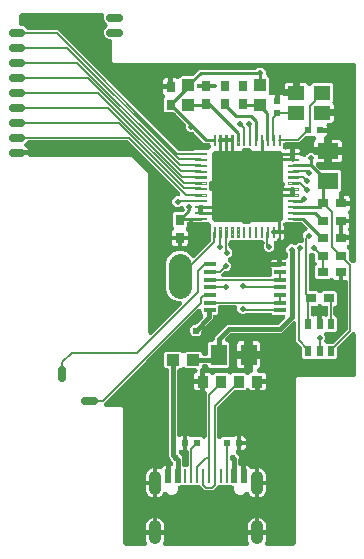
<source format=gbr>
G04 EAGLE Gerber RS-274X export*
G75*
%MOMM*%
%FSLAX34Y34*%
%LPD*%
%INTop Copper*%
%IPPOS*%
%AMOC8*
5,1,8,0,0,1.08239X$1,22.5*%
G01*
%ADD10R,0.900000X1.000000*%
%ADD11R,0.600000X0.900000*%
%ADD12R,1.000000X1.100000*%
%ADD13R,1.100000X1.000000*%
%ADD14C,0.115000*%
%ADD15C,0.600000*%
%ADD16C,0.711200*%
%ADD17R,0.990600X0.304800*%
%ADD18R,1.400000X1.200000*%
%ADD19R,0.800000X0.900000*%
%ADD20R,1.400000X1.800000*%
%ADD21R,0.900000X0.800000*%
%ADD22R,0.600000X0.600000*%
%ADD23R,1.800000X1.400000*%
%ADD24C,1.930400*%
%ADD25R,0.575000X1.150000*%
%ADD26R,0.275000X1.150000*%
%ADD27C,1.000000*%
%ADD28C,0.503200*%
%ADD29C,0.152400*%
%ADD30C,0.228600*%
%ADD31C,0.406400*%
%ADD32C,0.528600*%
%ADD33C,0.604800*%

G36*
X240321Y-10698D02*
X240321Y-10698D01*
X240334Y-10699D01*
X240520Y-10678D01*
X240708Y-10659D01*
X240721Y-10655D01*
X240734Y-10654D01*
X240913Y-10596D01*
X241093Y-10541D01*
X241105Y-10535D01*
X241117Y-10531D01*
X241282Y-10439D01*
X241447Y-10349D01*
X241457Y-10341D01*
X241469Y-10334D01*
X241612Y-10212D01*
X241756Y-10092D01*
X241764Y-10081D01*
X241775Y-10073D01*
X241891Y-9924D01*
X242008Y-9778D01*
X242015Y-9766D01*
X242023Y-9756D01*
X242107Y-9587D01*
X242194Y-9421D01*
X242198Y-9408D01*
X242204Y-9396D01*
X242253Y-9215D01*
X242305Y-9034D01*
X242306Y-9020D01*
X242310Y-9007D01*
X242323Y-8819D01*
X242338Y-8632D01*
X242337Y-8619D01*
X242338Y-8606D01*
X242313Y-8418D01*
X242291Y-8233D01*
X242287Y-8220D01*
X242285Y-8207D01*
X242184Y-7891D01*
X241649Y-6600D01*
X241359Y-5143D01*
X241359Y-1431D01*
X248900Y-1431D01*
X256441Y-1431D01*
X256441Y-5143D01*
X256151Y-6600D01*
X255616Y-7891D01*
X255612Y-7904D01*
X255606Y-7915D01*
X255554Y-8095D01*
X255500Y-8276D01*
X255498Y-8289D01*
X255495Y-8302D01*
X255479Y-8490D01*
X255462Y-8677D01*
X255463Y-8690D01*
X255462Y-8704D01*
X255484Y-8890D01*
X255503Y-9077D01*
X255507Y-9090D01*
X255509Y-9103D01*
X255567Y-9282D01*
X255623Y-9462D01*
X255629Y-9473D01*
X255634Y-9486D01*
X255726Y-9650D01*
X255816Y-9815D01*
X255825Y-9825D01*
X255831Y-9837D01*
X255954Y-9979D01*
X256075Y-10123D01*
X256086Y-10131D01*
X256095Y-10142D01*
X256242Y-10256D01*
X256390Y-10374D01*
X256402Y-10380D01*
X256413Y-10388D01*
X256581Y-10472D01*
X256748Y-10558D01*
X256761Y-10562D01*
X256773Y-10568D01*
X256956Y-10617D01*
X257136Y-10668D01*
X257149Y-10669D01*
X257162Y-10672D01*
X257493Y-10699D01*
X326707Y-10699D01*
X326721Y-10698D01*
X326734Y-10699D01*
X326920Y-10678D01*
X327108Y-10659D01*
X327121Y-10655D01*
X327134Y-10654D01*
X327313Y-10596D01*
X327493Y-10541D01*
X327505Y-10535D01*
X327517Y-10531D01*
X327682Y-10439D01*
X327847Y-10349D01*
X327857Y-10341D01*
X327869Y-10334D01*
X328012Y-10212D01*
X328156Y-10092D01*
X328164Y-10081D01*
X328175Y-10073D01*
X328291Y-9924D01*
X328408Y-9778D01*
X328415Y-9766D01*
X328423Y-9756D01*
X328507Y-9587D01*
X328594Y-9421D01*
X328598Y-9408D01*
X328604Y-9396D01*
X328653Y-9215D01*
X328705Y-9034D01*
X328706Y-9020D01*
X328710Y-9007D01*
X328723Y-8819D01*
X328738Y-8632D01*
X328737Y-8619D01*
X328738Y-8606D01*
X328713Y-8418D01*
X328691Y-8233D01*
X328687Y-8220D01*
X328685Y-8207D01*
X328584Y-7891D01*
X328049Y-6600D01*
X327759Y-5143D01*
X327759Y-1431D01*
X335300Y-1431D01*
X342841Y-1431D01*
X342841Y-5143D01*
X342551Y-6600D01*
X342016Y-7891D01*
X342012Y-7904D01*
X342006Y-7915D01*
X341954Y-8095D01*
X341900Y-8276D01*
X341898Y-8289D01*
X341895Y-8302D01*
X341879Y-8490D01*
X341862Y-8677D01*
X341863Y-8690D01*
X341862Y-8704D01*
X341884Y-8890D01*
X341903Y-9077D01*
X341907Y-9090D01*
X341909Y-9103D01*
X341967Y-9282D01*
X342023Y-9462D01*
X342029Y-9473D01*
X342034Y-9486D01*
X342126Y-9650D01*
X342216Y-9815D01*
X342225Y-9825D01*
X342231Y-9837D01*
X342354Y-9979D01*
X342475Y-10123D01*
X342486Y-10131D01*
X342495Y-10142D01*
X342642Y-10256D01*
X342790Y-10374D01*
X342802Y-10380D01*
X342813Y-10388D01*
X342981Y-10472D01*
X343148Y-10558D01*
X343161Y-10562D01*
X343173Y-10568D01*
X343356Y-10617D01*
X343536Y-10668D01*
X343549Y-10669D01*
X343562Y-10672D01*
X343893Y-10699D01*
X365968Y-10699D01*
X365986Y-10697D01*
X366004Y-10699D01*
X366186Y-10678D01*
X366369Y-10659D01*
X366386Y-10654D01*
X366403Y-10652D01*
X366578Y-10595D01*
X366754Y-10541D01*
X366769Y-10533D01*
X366786Y-10527D01*
X366946Y-10437D01*
X367108Y-10349D01*
X367121Y-10338D01*
X367137Y-10329D01*
X367276Y-10209D01*
X367417Y-10092D01*
X367428Y-10078D01*
X367442Y-10066D01*
X367554Y-9921D01*
X367669Y-9778D01*
X367677Y-9762D01*
X367688Y-9748D01*
X367770Y-9583D01*
X367855Y-9421D01*
X367860Y-9404D01*
X367868Y-9388D01*
X367915Y-9209D01*
X367966Y-9034D01*
X367968Y-9016D01*
X367972Y-8999D01*
X367999Y-8668D01*
X367999Y130829D01*
X369171Y132001D01*
X416758Y132001D01*
X416776Y132003D01*
X416794Y132001D01*
X416976Y132022D01*
X417159Y132041D01*
X417176Y132046D01*
X417193Y132048D01*
X417368Y132105D01*
X417544Y132159D01*
X417559Y132167D01*
X417576Y132173D01*
X417736Y132263D01*
X417898Y132351D01*
X417911Y132362D01*
X417927Y132371D01*
X418066Y132491D01*
X418207Y132608D01*
X418218Y132622D01*
X418232Y132634D01*
X418344Y132779D01*
X418459Y132922D01*
X418467Y132938D01*
X418478Y132952D01*
X418560Y133117D01*
X418645Y133279D01*
X418650Y133296D01*
X418658Y133312D01*
X418705Y133491D01*
X418756Y133666D01*
X418758Y133684D01*
X418762Y133701D01*
X418789Y134032D01*
X418789Y168331D01*
X418788Y168340D01*
X418789Y168349D01*
X418768Y168540D01*
X418749Y168731D01*
X418747Y168740D01*
X418746Y168749D01*
X418688Y168931D01*
X418631Y169116D01*
X418627Y169124D01*
X418624Y169133D01*
X418531Y169301D01*
X418439Y169470D01*
X418434Y169477D01*
X418429Y169485D01*
X418304Y169633D01*
X418182Y169780D01*
X418175Y169785D01*
X418169Y169792D01*
X418018Y169911D01*
X417868Y170032D01*
X417860Y170036D01*
X417853Y170042D01*
X417682Y170129D01*
X417511Y170217D01*
X417502Y170220D01*
X417494Y170224D01*
X417309Y170276D01*
X417124Y170329D01*
X417115Y170329D01*
X417106Y170332D01*
X416914Y170346D01*
X416722Y170362D01*
X416714Y170361D01*
X416705Y170361D01*
X416514Y170337D01*
X416323Y170315D01*
X416314Y170312D01*
X416305Y170311D01*
X416124Y170250D01*
X415940Y170190D01*
X415932Y170185D01*
X415924Y170183D01*
X415758Y170087D01*
X415589Y169992D01*
X415582Y169986D01*
X415575Y169982D01*
X415322Y169767D01*
X414267Y168712D01*
X403336Y157781D01*
X403319Y157760D01*
X403298Y157743D01*
X403191Y157605D01*
X403081Y157469D01*
X403068Y157446D01*
X403052Y157425D01*
X402974Y157268D01*
X402892Y157114D01*
X402884Y157088D01*
X402872Y157064D01*
X402827Y156895D01*
X402777Y156728D01*
X402775Y156701D01*
X402768Y156675D01*
X402741Y156345D01*
X402741Y148461D01*
X401569Y147289D01*
X393519Y147289D01*
X393373Y147333D01*
X393355Y147334D01*
X393338Y147339D01*
X393155Y147352D01*
X392972Y147369D01*
X392954Y147367D01*
X392936Y147368D01*
X392755Y147346D01*
X392572Y147326D01*
X392555Y147320D01*
X392537Y147318D01*
X392451Y147289D01*
X384019Y147289D01*
X383874Y147333D01*
X383856Y147334D01*
X383838Y147339D01*
X383655Y147353D01*
X383473Y147369D01*
X383455Y147367D01*
X383437Y147368D01*
X383254Y147345D01*
X383072Y147326D01*
X383055Y147320D01*
X383037Y147318D01*
X382951Y147289D01*
X374911Y147289D01*
X373739Y148461D01*
X373739Y156345D01*
X373737Y156371D01*
X373739Y156398D01*
X373717Y156572D01*
X373699Y156745D01*
X373692Y156771D01*
X373688Y156797D01*
X373632Y156963D01*
X373581Y157130D01*
X373568Y157154D01*
X373560Y157179D01*
X373473Y157331D01*
X373389Y157484D01*
X373372Y157505D01*
X373359Y157528D01*
X373144Y157781D01*
X368405Y162520D01*
X368405Y177221D01*
X368404Y177229D01*
X368405Y177238D01*
X368384Y177432D01*
X368365Y177621D01*
X368363Y177630D01*
X368362Y177639D01*
X368304Y177822D01*
X368247Y178006D01*
X368243Y178014D01*
X368240Y178023D01*
X368148Y178190D01*
X368055Y178360D01*
X368050Y178367D01*
X368045Y178375D01*
X367921Y178522D01*
X367798Y178669D01*
X367791Y178675D01*
X367785Y178682D01*
X367633Y178802D01*
X367484Y178922D01*
X367476Y178926D01*
X367469Y178931D01*
X367296Y179019D01*
X367127Y179107D01*
X367118Y179110D01*
X367110Y179114D01*
X366924Y179166D01*
X366740Y179219D01*
X366731Y179219D01*
X366722Y179222D01*
X366529Y179236D01*
X366338Y179252D01*
X366330Y179251D01*
X366321Y179251D01*
X366128Y179227D01*
X365939Y179205D01*
X365930Y179202D01*
X365921Y179201D01*
X365738Y179139D01*
X365556Y179080D01*
X365548Y179075D01*
X365540Y179073D01*
X365373Y178976D01*
X365205Y178882D01*
X365198Y178876D01*
X365191Y178872D01*
X364938Y178657D01*
X355698Y169417D01*
X313359Y169417D01*
X313333Y169415D01*
X313306Y169417D01*
X313132Y169395D01*
X312959Y169377D01*
X312933Y169370D01*
X312907Y169366D01*
X312741Y169311D01*
X312574Y169259D01*
X312550Y169246D01*
X312525Y169238D01*
X312374Y169151D01*
X312220Y169067D01*
X312199Y169050D01*
X312176Y169037D01*
X311923Y168822D01*
X308519Y165418D01*
X308516Y165415D01*
X308513Y165412D01*
X308510Y165409D01*
X308507Y165406D01*
X308386Y165256D01*
X308264Y165107D01*
X308260Y165099D01*
X308254Y165092D01*
X308166Y164922D01*
X308075Y164751D01*
X308073Y164742D01*
X308069Y164735D01*
X308016Y164550D01*
X307961Y164365D01*
X307960Y164356D01*
X307957Y164348D01*
X307942Y164156D01*
X307924Y163964D01*
X307925Y163955D01*
X307924Y163946D01*
X307947Y163757D01*
X307968Y163564D01*
X307970Y163555D01*
X307971Y163547D01*
X308031Y163365D01*
X308089Y163180D01*
X308093Y163172D01*
X308096Y163164D01*
X308192Y162994D01*
X308284Y162828D01*
X308290Y162821D01*
X308294Y162813D01*
X308420Y162667D01*
X308544Y162521D01*
X308551Y162515D01*
X308557Y162508D01*
X308709Y162391D01*
X308860Y162271D01*
X308868Y162267D01*
X308875Y162262D01*
X309047Y162176D01*
X309219Y162089D01*
X309228Y162086D01*
X309236Y162082D01*
X309422Y162032D01*
X309607Y161981D01*
X309616Y161980D01*
X309625Y161978D01*
X309955Y161951D01*
X310559Y161951D01*
X311731Y160779D01*
X311731Y141121D01*
X310559Y139949D01*
X294901Y139949D01*
X293729Y141121D01*
X293729Y141206D01*
X293727Y141224D01*
X293729Y141242D01*
X293708Y141424D01*
X293689Y141607D01*
X293684Y141624D01*
X293682Y141641D01*
X293625Y141816D01*
X293571Y141992D01*
X293563Y142007D01*
X293557Y142024D01*
X293467Y142184D01*
X293379Y142346D01*
X293368Y142359D01*
X293359Y142375D01*
X293239Y142514D01*
X293122Y142655D01*
X293108Y142666D01*
X293096Y142680D01*
X292951Y142792D01*
X292808Y142907D01*
X292792Y142915D01*
X292778Y142926D01*
X292613Y143008D01*
X292451Y143093D01*
X292434Y143098D01*
X292418Y143106D01*
X292239Y143153D01*
X292064Y143204D01*
X292046Y143206D01*
X292029Y143210D01*
X291698Y143237D01*
X290932Y143237D01*
X290914Y143235D01*
X290896Y143237D01*
X290714Y143216D01*
X290531Y143197D01*
X290514Y143192D01*
X290497Y143190D01*
X290322Y143133D01*
X290146Y143079D01*
X290131Y143071D01*
X290114Y143065D01*
X289954Y142975D01*
X289792Y142887D01*
X289779Y142876D01*
X289763Y142867D01*
X289624Y142747D01*
X289483Y142630D01*
X289472Y142616D01*
X289458Y142604D01*
X289346Y142459D01*
X289231Y142316D01*
X289223Y142300D01*
X289212Y142286D01*
X289130Y142121D01*
X289045Y141959D01*
X289040Y141942D01*
X289032Y141926D01*
X288985Y141747D01*
X288934Y141572D01*
X288932Y141554D01*
X288928Y141537D01*
X288901Y141206D01*
X288901Y140711D01*
X287468Y139278D01*
X287462Y139271D01*
X287455Y139266D01*
X287335Y139116D01*
X287213Y138967D01*
X287208Y138959D01*
X287203Y138952D01*
X287114Y138780D01*
X287024Y138611D01*
X287021Y138602D01*
X287017Y138595D01*
X286964Y138410D01*
X286909Y138225D01*
X286908Y138216D01*
X286906Y138208D01*
X286890Y138017D01*
X286873Y137824D01*
X286874Y137815D01*
X286873Y137806D01*
X286895Y137617D01*
X286916Y137424D01*
X286919Y137415D01*
X286920Y137407D01*
X286931Y137374D01*
X286931Y130519D01*
X282139Y130519D01*
X282139Y133605D01*
X282312Y134251D01*
X282647Y134830D01*
X283120Y135303D01*
X283892Y135749D01*
X283952Y135792D01*
X284016Y135827D01*
X284115Y135909D01*
X284219Y135984D01*
X284269Y136037D01*
X284325Y136084D01*
X284406Y136184D01*
X284493Y136278D01*
X284532Y136341D01*
X284578Y136398D01*
X284637Y136512D01*
X284704Y136622D01*
X284729Y136690D01*
X284763Y136755D01*
X284799Y136879D01*
X284843Y136999D01*
X284854Y137072D01*
X284875Y137142D01*
X284885Y137270D01*
X284905Y137397D01*
X284901Y137470D01*
X284907Y137544D01*
X284892Y137671D01*
X284887Y137800D01*
X284869Y137871D01*
X284861Y137943D01*
X284821Y138066D01*
X284790Y138190D01*
X284758Y138257D01*
X284736Y138326D01*
X284673Y138438D01*
X284618Y138554D01*
X284574Y138613D01*
X284538Y138677D01*
X284454Y138774D01*
X284377Y138877D01*
X284323Y138926D01*
X284275Y138982D01*
X284173Y139060D01*
X284078Y139146D01*
X284014Y139183D01*
X283957Y139228D01*
X283841Y139286D01*
X283731Y139351D01*
X283662Y139375D01*
X283596Y139408D01*
X283472Y139441D01*
X283351Y139483D01*
X283278Y139493D01*
X283207Y139512D01*
X283038Y139526D01*
X282952Y139538D01*
X282919Y139536D01*
X282877Y139539D01*
X275071Y139539D01*
X274336Y140274D01*
X274322Y140286D01*
X274311Y140299D01*
X274167Y140413D01*
X274025Y140529D01*
X274009Y140538D01*
X273995Y140549D01*
X273831Y140632D01*
X273669Y140718D01*
X273652Y140723D01*
X273636Y140731D01*
X273459Y140780D01*
X273283Y140833D01*
X273265Y140834D01*
X273248Y140839D01*
X273065Y140853D01*
X272882Y140869D01*
X272864Y140867D01*
X272847Y140868D01*
X272665Y140846D01*
X272482Y140826D01*
X272465Y140820D01*
X272447Y140818D01*
X272273Y140760D01*
X272098Y140704D01*
X272082Y140696D01*
X272066Y140690D01*
X271907Y140598D01*
X271746Y140509D01*
X271732Y140498D01*
X271717Y140489D01*
X271464Y140274D01*
X270729Y139539D01*
X269734Y139539D01*
X269716Y139537D01*
X269698Y139539D01*
X269516Y139518D01*
X269333Y139499D01*
X269316Y139494D01*
X269299Y139492D01*
X269124Y139435D01*
X268948Y139381D01*
X268933Y139373D01*
X268916Y139367D01*
X268756Y139277D01*
X268594Y139189D01*
X268581Y139178D01*
X268565Y139169D01*
X268426Y139049D01*
X268285Y138932D01*
X268274Y138918D01*
X268260Y138906D01*
X268147Y138760D01*
X268033Y138618D01*
X268025Y138602D01*
X268014Y138588D01*
X267932Y138423D01*
X267847Y138261D01*
X267842Y138244D01*
X267834Y138228D01*
X267787Y138049D01*
X267736Y137874D01*
X267734Y137856D01*
X267730Y137839D01*
X267703Y137508D01*
X267703Y83508D01*
X267711Y83427D01*
X267709Y83344D01*
X267731Y83227D01*
X267743Y83108D01*
X267767Y83029D01*
X267781Y82948D01*
X267826Y82837D01*
X267861Y82723D01*
X267900Y82650D01*
X267930Y82574D01*
X267996Y82474D01*
X268053Y82369D01*
X268105Y82306D01*
X268150Y82237D01*
X268234Y82151D01*
X268310Y82059D01*
X268374Y82008D01*
X268432Y81949D01*
X268531Y81882D01*
X268624Y81807D01*
X268697Y81769D01*
X268765Y81723D01*
X268875Y81677D01*
X268981Y81622D01*
X269060Y81599D01*
X269136Y81567D01*
X269253Y81543D01*
X269368Y81510D01*
X269450Y81504D01*
X269531Y81487D01*
X269650Y81487D01*
X269770Y81477D01*
X269851Y81487D01*
X269933Y81487D01*
X270083Y81514D01*
X270169Y81524D01*
X270208Y81537D01*
X270260Y81546D01*
X270985Y81741D01*
X272289Y81741D01*
X272289Y76200D01*
X272289Y70659D01*
X271012Y70659D01*
X271003Y70658D01*
X270994Y70659D01*
X270802Y70638D01*
X270611Y70619D01*
X270603Y70617D01*
X270594Y70616D01*
X270411Y70558D01*
X270226Y70501D01*
X270218Y70497D01*
X270210Y70494D01*
X270041Y70401D01*
X269872Y70310D01*
X269865Y70304D01*
X269858Y70299D01*
X269710Y70174D01*
X269563Y70052D01*
X269557Y70045D01*
X269551Y70039D01*
X269431Y69888D01*
X269311Y69738D01*
X269306Y69730D01*
X269301Y69723D01*
X269214Y69553D01*
X269125Y69381D01*
X269123Y69372D01*
X269119Y69364D01*
X269067Y69179D01*
X269014Y68994D01*
X269013Y68985D01*
X269011Y68976D01*
X268997Y68784D01*
X268981Y68592D01*
X268982Y68584D01*
X268981Y68575D01*
X269006Y68382D01*
X269028Y68193D01*
X269031Y68184D01*
X269032Y68175D01*
X269093Y67992D01*
X269153Y67810D01*
X269157Y67802D01*
X269160Y67794D01*
X269256Y67626D01*
X269351Y67459D01*
X269356Y67452D01*
X269361Y67445D01*
X269576Y67192D01*
X270637Y66131D01*
X271344Y64424D01*
X271344Y64368D01*
X271346Y64341D01*
X271344Y64315D01*
X271366Y64141D01*
X271384Y63968D01*
X271392Y63942D01*
X271395Y63915D01*
X271403Y63892D01*
X271403Y57932D01*
X271405Y57914D01*
X271403Y57896D01*
X271424Y57714D01*
X271443Y57531D01*
X271448Y57514D01*
X271450Y57497D01*
X271507Y57322D01*
X271561Y57146D01*
X271569Y57131D01*
X271575Y57114D01*
X271665Y56954D01*
X271753Y56792D01*
X271764Y56779D01*
X271773Y56763D01*
X271893Y56624D01*
X272010Y56483D01*
X272024Y56472D01*
X272036Y56458D01*
X272181Y56346D01*
X272324Y56231D01*
X272340Y56223D01*
X272354Y56212D01*
X272519Y56130D01*
X272681Y56045D01*
X272698Y56040D01*
X272714Y56032D01*
X272893Y55985D01*
X273068Y55934D01*
X273086Y55932D01*
X273103Y55928D01*
X273434Y55901D01*
X275536Y55901D01*
X275554Y55903D01*
X275572Y55901D01*
X275754Y55922D01*
X275937Y55941D01*
X275954Y55946D01*
X275971Y55948D01*
X276146Y56005D01*
X276322Y56059D01*
X276337Y56067D01*
X276354Y56073D01*
X276514Y56163D01*
X276676Y56251D01*
X276689Y56262D01*
X276705Y56271D01*
X276844Y56391D01*
X276985Y56508D01*
X276996Y56522D01*
X277010Y56534D01*
X277122Y56679D01*
X277237Y56822D01*
X277245Y56838D01*
X277256Y56852D01*
X277338Y57017D01*
X277423Y57179D01*
X277428Y57196D01*
X277436Y57212D01*
X277483Y57391D01*
X277534Y57566D01*
X277536Y57584D01*
X277540Y57601D01*
X277567Y57932D01*
X277567Y68628D01*
X277565Y68646D01*
X277567Y68664D01*
X277546Y68845D01*
X277527Y69029D01*
X277522Y69046D01*
X277520Y69063D01*
X277463Y69238D01*
X277409Y69414D01*
X277401Y69429D01*
X277395Y69446D01*
X277305Y69606D01*
X277217Y69768D01*
X277206Y69781D01*
X277197Y69797D01*
X277077Y69936D01*
X276960Y70077D01*
X276946Y70088D01*
X276934Y70102D01*
X276789Y70214D01*
X276646Y70329D01*
X276630Y70337D01*
X276616Y70348D01*
X276451Y70430D01*
X276351Y70482D01*
X276351Y76200D01*
X276351Y81741D01*
X277655Y81741D01*
X278301Y81568D01*
X278674Y81352D01*
X278815Y81288D01*
X278953Y81218D01*
X278998Y81206D01*
X279041Y81186D01*
X279192Y81152D01*
X279341Y81110D01*
X279388Y81107D01*
X279433Y81096D01*
X279588Y81092D01*
X279743Y81081D01*
X279789Y81087D01*
X279835Y81085D01*
X279988Y81112D01*
X280142Y81131D01*
X280186Y81146D01*
X280232Y81154D01*
X280353Y81201D01*
X288309Y81201D01*
X289100Y80410D01*
X289107Y80404D01*
X289112Y80397D01*
X289263Y80276D01*
X289411Y80155D01*
X289419Y80150D01*
X289426Y80145D01*
X289596Y80056D01*
X289767Y79966D01*
X289776Y79963D01*
X289783Y79959D01*
X289968Y79906D01*
X290153Y79851D01*
X290162Y79850D01*
X290170Y79848D01*
X290361Y79832D01*
X290554Y79815D01*
X290563Y79816D01*
X290572Y79815D01*
X290761Y79837D01*
X290954Y79858D01*
X290963Y79861D01*
X290971Y79862D01*
X291153Y79921D01*
X291338Y79980D01*
X291346Y79984D01*
X291354Y79987D01*
X291521Y80081D01*
X291690Y80175D01*
X291697Y80180D01*
X291705Y80185D01*
X291850Y80310D01*
X291997Y80435D01*
X292003Y80442D01*
X292010Y80448D01*
X292126Y80598D01*
X292247Y80751D01*
X292251Y80759D01*
X292256Y80766D01*
X292341Y80937D01*
X292429Y81110D01*
X292432Y81119D01*
X292436Y81127D01*
X292485Y81312D01*
X292537Y81498D01*
X292538Y81507D01*
X292540Y81515D01*
X292567Y81846D01*
X292567Y117809D01*
X292631Y117929D01*
X292633Y117938D01*
X292637Y117945D01*
X292690Y118128D01*
X292745Y118315D01*
X292746Y118324D01*
X292749Y118332D01*
X292764Y118524D01*
X292782Y118716D01*
X292781Y118725D01*
X292782Y118734D01*
X292759Y118923D01*
X292739Y119116D01*
X292736Y119125D01*
X292735Y119133D01*
X292675Y119316D01*
X292617Y119500D01*
X292613Y119508D01*
X292610Y119516D01*
X292515Y119685D01*
X292422Y119852D01*
X292416Y119859D01*
X292412Y119867D01*
X292286Y120013D01*
X292162Y120159D01*
X292155Y120165D01*
X292149Y120172D01*
X291997Y120289D01*
X291846Y120409D01*
X291838Y120413D01*
X291831Y120418D01*
X291657Y120505D01*
X291487Y120591D01*
X291478Y120594D01*
X291470Y120598D01*
X291429Y120609D01*
X291429Y128052D01*
X291427Y128070D01*
X291429Y128087D01*
X291410Y128251D01*
X291429Y128488D01*
X291429Y135811D01*
X294015Y135811D01*
X294661Y135638D01*
X295240Y135303D01*
X295713Y134830D01*
X295743Y134778D01*
X295791Y134712D01*
X295831Y134640D01*
X295908Y134549D01*
X295978Y134451D01*
X296038Y134396D01*
X296091Y134333D01*
X296185Y134259D01*
X296273Y134177D01*
X296343Y134134D01*
X296407Y134083D01*
X296514Y134029D01*
X296616Y133966D01*
X296693Y133938D01*
X296766Y133901D01*
X296881Y133869D01*
X296993Y133828D01*
X297075Y133815D01*
X297154Y133793D01*
X297273Y133784D01*
X297391Y133766D01*
X297473Y133770D01*
X297555Y133764D01*
X297674Y133779D01*
X297794Y133784D01*
X297873Y133804D01*
X297955Y133814D01*
X298068Y133852D01*
X298184Y133881D01*
X298259Y133916D01*
X298336Y133942D01*
X298440Y134002D01*
X298548Y134053D01*
X298614Y134102D01*
X298685Y134143D01*
X298802Y134242D01*
X298871Y134294D01*
X298898Y134324D01*
X298938Y134358D01*
X299851Y135271D01*
X310509Y135271D01*
X310984Y134796D01*
X310998Y134784D01*
X311009Y134771D01*
X311153Y134657D01*
X311295Y134541D01*
X311311Y134532D01*
X311325Y134521D01*
X311489Y134438D01*
X311651Y134352D01*
X311668Y134347D01*
X311684Y134339D01*
X311861Y134290D01*
X312037Y134237D01*
X312055Y134236D01*
X312072Y134231D01*
X312255Y134218D01*
X312438Y134201D01*
X312456Y134203D01*
X312473Y134202D01*
X312655Y134224D01*
X312838Y134244D01*
X312855Y134250D01*
X312873Y134252D01*
X313046Y134310D01*
X313222Y134366D01*
X313238Y134374D01*
X313254Y134380D01*
X313413Y134472D01*
X313574Y134561D01*
X313588Y134572D01*
X313603Y134581D01*
X313856Y134796D01*
X314331Y135271D01*
X324989Y135271D01*
X325902Y134358D01*
X325965Y134306D01*
X326022Y134247D01*
X326121Y134178D01*
X326213Y134103D01*
X326286Y134064D01*
X326353Y134017D01*
X326463Y133970D01*
X326569Y133914D01*
X326648Y133891D01*
X326723Y133858D01*
X326840Y133833D01*
X326955Y133799D01*
X327037Y133792D01*
X327117Y133775D01*
X327236Y133774D01*
X327356Y133763D01*
X327437Y133772D01*
X327520Y133771D01*
X327637Y133793D01*
X327756Y133806D01*
X327834Y133831D01*
X327915Y133847D01*
X328026Y133892D01*
X328140Y133928D01*
X328212Y133968D01*
X328288Y133999D01*
X328387Y134065D01*
X328492Y134123D01*
X328555Y134176D01*
X328623Y134221D01*
X328708Y134306D01*
X328799Y134383D01*
X328850Y134448D01*
X328908Y134506D01*
X328995Y134631D01*
X329049Y134699D01*
X329067Y134735D01*
X329097Y134778D01*
X329127Y134830D01*
X329600Y135303D01*
X330210Y135655D01*
X330258Y135673D01*
X330373Y135709D01*
X330386Y135716D01*
X330416Y135726D01*
X330457Y135748D01*
X330500Y135765D01*
X330632Y135847D01*
X330698Y135884D01*
X330727Y135901D01*
X330730Y135903D01*
X330767Y135923D01*
X330802Y135954D01*
X330841Y135979D01*
X330954Y136085D01*
X331072Y136187D01*
X331100Y136223D01*
X331134Y136255D01*
X331223Y136382D01*
X331318Y136505D01*
X331339Y136546D01*
X331366Y136584D01*
X331429Y136726D01*
X331498Y136865D01*
X331510Y136910D01*
X331528Y136953D01*
X331562Y137104D01*
X331602Y137254D01*
X331606Y137306D01*
X331615Y137346D01*
X331617Y137432D01*
X331629Y137585D01*
X331629Y147451D01*
X337671Y147451D01*
X337671Y141615D01*
X337498Y140969D01*
X337163Y140390D01*
X336690Y139917D01*
X336143Y139601D01*
X336084Y139558D01*
X336019Y139523D01*
X335921Y139441D01*
X335816Y139366D01*
X335766Y139313D01*
X335710Y139266D01*
X335629Y139166D01*
X335542Y139072D01*
X335503Y139009D01*
X335458Y138952D01*
X335398Y138838D01*
X335331Y138728D01*
X335306Y138659D01*
X335272Y138595D01*
X335237Y138471D01*
X335192Y138351D01*
X335181Y138278D01*
X335161Y138208D01*
X335150Y138080D01*
X335130Y137953D01*
X335134Y137880D01*
X335128Y137806D01*
X335143Y137679D01*
X335148Y137550D01*
X335166Y137479D01*
X335175Y137407D01*
X335214Y137284D01*
X335245Y137160D01*
X335277Y137093D01*
X335299Y137024D01*
X335363Y136912D01*
X335418Y136796D01*
X335461Y136737D01*
X335497Y136673D01*
X335581Y136576D01*
X335658Y136473D01*
X335713Y136424D01*
X335761Y136368D01*
X335862Y136290D01*
X335958Y136204D01*
X336021Y136167D01*
X336079Y136122D01*
X336194Y136064D01*
X336304Y135999D01*
X336374Y135975D01*
X336439Y135942D01*
X336563Y135909D01*
X336685Y135867D01*
X336757Y135857D01*
X336828Y135838D01*
X336997Y135824D01*
X337083Y135812D01*
X337116Y135814D01*
X337159Y135811D01*
X340495Y135811D01*
X341141Y135638D01*
X341720Y135303D01*
X342193Y134830D01*
X342528Y134251D01*
X342701Y133605D01*
X342701Y130519D01*
X335878Y130519D01*
X335860Y130517D01*
X335843Y130519D01*
X335660Y130498D01*
X335478Y130479D01*
X335461Y130474D01*
X335443Y130472D01*
X335268Y130415D01*
X335093Y130361D01*
X335077Y130353D01*
X335060Y130347D01*
X334900Y130257D01*
X334739Y130169D01*
X334725Y130158D01*
X334709Y130149D01*
X334570Y130029D01*
X334429Y129912D01*
X334418Y129898D01*
X334405Y129886D01*
X334292Y129741D01*
X334262Y129703D01*
X334134Y129593D01*
X333993Y129475D01*
X333982Y129462D01*
X333968Y129450D01*
X333856Y129305D01*
X333741Y129162D01*
X333733Y129146D01*
X333722Y129132D01*
X333640Y128967D01*
X333555Y128804D01*
X333550Y128787D01*
X333542Y128771D01*
X333494Y128593D01*
X333444Y128418D01*
X333442Y128400D01*
X333438Y128383D01*
X333411Y128052D01*
X333411Y120729D01*
X330825Y120729D01*
X330179Y120902D01*
X329600Y121237D01*
X329127Y121710D01*
X329097Y121762D01*
X329049Y121828D01*
X329009Y121900D01*
X328932Y121991D01*
X328862Y122089D01*
X328802Y122144D01*
X328749Y122207D01*
X328655Y122281D01*
X328567Y122363D01*
X328497Y122406D01*
X328433Y122457D01*
X328326Y122511D01*
X328224Y122574D01*
X328147Y122602D01*
X328074Y122639D01*
X327959Y122671D01*
X327847Y122712D01*
X327765Y122725D01*
X327686Y122747D01*
X327567Y122756D01*
X327449Y122774D01*
X327367Y122770D01*
X327285Y122776D01*
X327166Y122761D01*
X327046Y122756D01*
X326967Y122736D01*
X326885Y122726D01*
X326772Y122688D01*
X326656Y122659D01*
X326581Y122624D01*
X326504Y122598D01*
X326400Y122538D01*
X326292Y122487D01*
X326226Y122438D01*
X326155Y122397D01*
X326038Y122298D01*
X325969Y122246D01*
X325942Y122216D01*
X325902Y122182D01*
X324989Y121269D01*
X316755Y121269D01*
X316729Y121267D01*
X316702Y121269D01*
X316528Y121247D01*
X316355Y121229D01*
X316329Y121222D01*
X316303Y121218D01*
X316137Y121163D01*
X315970Y121111D01*
X315946Y121098D01*
X315921Y121090D01*
X315769Y121003D01*
X315616Y120919D01*
X315595Y120902D01*
X315572Y120889D01*
X315319Y120674D01*
X302228Y107583D01*
X302211Y107562D01*
X302190Y107545D01*
X302083Y107407D01*
X301973Y107271D01*
X301960Y107248D01*
X301944Y107227D01*
X301866Y107070D01*
X301784Y106916D01*
X301776Y106890D01*
X301764Y106866D01*
X301719Y106697D01*
X301669Y106530D01*
X301667Y106503D01*
X301660Y106477D01*
X301633Y106147D01*
X301633Y81686D01*
X301634Y81677D01*
X301633Y81668D01*
X301654Y81473D01*
X301673Y81285D01*
X301675Y81277D01*
X301676Y81268D01*
X301734Y81085D01*
X301791Y80901D01*
X301795Y80893D01*
X301798Y80884D01*
X301891Y80716D01*
X301983Y80546D01*
X301988Y80540D01*
X301993Y80532D01*
X302118Y80384D01*
X302240Y80237D01*
X302247Y80232D01*
X302253Y80225D01*
X302405Y80105D01*
X302554Y79985D01*
X302562Y79981D01*
X302569Y79975D01*
X302741Y79888D01*
X302911Y79799D01*
X302920Y79797D01*
X302928Y79793D01*
X303114Y79741D01*
X303298Y79688D01*
X303307Y79687D01*
X303316Y79685D01*
X303508Y79671D01*
X303700Y79655D01*
X303708Y79656D01*
X303717Y79655D01*
X303910Y79680D01*
X304099Y79702D01*
X304108Y79705D01*
X304117Y79706D01*
X304300Y79767D01*
X304482Y79827D01*
X304490Y79831D01*
X304498Y79834D01*
X304664Y79929D01*
X304833Y80025D01*
X304840Y80031D01*
X304847Y80035D01*
X305100Y80250D01*
X306051Y81201D01*
X314005Y81201D01*
X314050Y81187D01*
X314197Y81136D01*
X314243Y81130D01*
X314287Y81117D01*
X314442Y81103D01*
X314596Y81081D01*
X314642Y81084D01*
X314688Y81080D01*
X314842Y81097D01*
X314997Y81107D01*
X315042Y81119D01*
X315088Y81124D01*
X315236Y81170D01*
X315386Y81210D01*
X315434Y81233D01*
X315472Y81245D01*
X315548Y81287D01*
X315686Y81352D01*
X316059Y81568D01*
X316705Y81741D01*
X318009Y81741D01*
X318009Y76200D01*
X318009Y70207D01*
X317970Y70175D01*
X317823Y70052D01*
X317817Y70045D01*
X317811Y70039D01*
X317692Y69888D01*
X317571Y69738D01*
X317566Y69730D01*
X317561Y69723D01*
X317474Y69553D01*
X317385Y69381D01*
X317383Y69372D01*
X317379Y69364D01*
X317327Y69178D01*
X317274Y68994D01*
X317273Y68985D01*
X317271Y68976D01*
X317256Y68783D01*
X317241Y68593D01*
X317242Y68584D01*
X317241Y68575D01*
X317265Y68383D01*
X317288Y68193D01*
X317291Y68184D01*
X317292Y68175D01*
X317353Y67994D01*
X317413Y67810D01*
X317417Y67802D01*
X317420Y67794D01*
X317515Y67629D01*
X317610Y67459D01*
X317616Y67452D01*
X317621Y67445D01*
X317836Y67192D01*
X318897Y66131D01*
X319604Y64424D01*
X319604Y62576D01*
X319557Y62464D01*
X319548Y62435D01*
X319534Y62407D01*
X319490Y62242D01*
X319441Y62079D01*
X319438Y62048D01*
X319430Y62018D01*
X319403Y61687D01*
X319403Y58472D01*
X319405Y58454D01*
X319403Y58436D01*
X319424Y58254D01*
X319443Y58071D01*
X319448Y58054D01*
X319450Y58037D01*
X319507Y57862D01*
X319561Y57686D01*
X319569Y57671D01*
X319575Y57654D01*
X319665Y57494D01*
X319753Y57332D01*
X319764Y57319D01*
X319773Y57303D01*
X319893Y57164D01*
X320010Y57023D01*
X320024Y57012D01*
X320036Y56998D01*
X320181Y56886D01*
X320324Y56771D01*
X320340Y56763D01*
X320354Y56752D01*
X320519Y56670D01*
X320681Y56585D01*
X320698Y56580D01*
X320714Y56572D01*
X320893Y56525D01*
X321068Y56474D01*
X321086Y56472D01*
X321103Y56468D01*
X321434Y56441D01*
X322069Y56441D01*
X322069Y48150D01*
X322070Y48133D01*
X322069Y48115D01*
X322090Y47932D01*
X322108Y47750D01*
X322114Y47733D01*
X322116Y47715D01*
X322173Y47540D01*
X322227Y47365D01*
X322235Y47349D01*
X322241Y47332D01*
X322331Y47172D01*
X322418Y47011D01*
X322430Y46997D01*
X322439Y46982D01*
X322559Y46842D01*
X322676Y46702D01*
X322690Y46690D01*
X322702Y46677D01*
X322847Y46564D01*
X322990Y46449D01*
X323006Y46441D01*
X323020Y46430D01*
X323185Y46348D01*
X323347Y46264D01*
X323364Y46259D01*
X323380Y46251D01*
X323558Y46203D01*
X323734Y46152D01*
X323752Y46151D01*
X323769Y46146D01*
X324100Y46119D01*
X324118Y46121D01*
X324135Y46119D01*
X324136Y46119D01*
X324318Y46141D01*
X324501Y46159D01*
X324518Y46164D01*
X324536Y46166D01*
X324710Y46223D01*
X324886Y46277D01*
X324901Y46286D01*
X324918Y46291D01*
X325079Y46382D01*
X325240Y46469D01*
X325253Y46480D01*
X325269Y46489D01*
X325408Y46609D01*
X325549Y46727D01*
X325560Y46741D01*
X325574Y46752D01*
X325686Y46897D01*
X325801Y47040D01*
X325810Y47056D01*
X325820Y47070D01*
X325902Y47235D01*
X325987Y47398D01*
X325992Y47415D01*
X326000Y47431D01*
X326048Y47609D01*
X326098Y47785D01*
X326100Y47802D01*
X326104Y47820D01*
X326131Y48150D01*
X326131Y56441D01*
X327310Y56441D01*
X327956Y56268D01*
X328535Y55933D01*
X329008Y55460D01*
X329284Y54982D01*
X329335Y54912D01*
X329377Y54836D01*
X329452Y54749D01*
X329519Y54655D01*
X329583Y54596D01*
X329639Y54530D01*
X329729Y54459D01*
X329814Y54381D01*
X329888Y54335D01*
X329956Y54282D01*
X330059Y54230D01*
X330157Y54170D01*
X330238Y54140D01*
X330316Y54101D01*
X330427Y54071D01*
X330535Y54031D01*
X330620Y54018D01*
X330704Y53995D01*
X330819Y53987D01*
X330933Y53969D01*
X331019Y53973D01*
X331106Y53967D01*
X331220Y53982D01*
X331335Y53987D01*
X331419Y54008D01*
X331505Y54019D01*
X331643Y54064D01*
X331726Y54084D01*
X331766Y54103D01*
X331821Y54121D01*
X333100Y54651D01*
X333269Y54684D01*
X333269Y42400D01*
X333269Y30116D01*
X333100Y30149D01*
X331728Y30717D01*
X330493Y31543D01*
X329443Y32593D01*
X328527Y33963D01*
X328489Y34035D01*
X328480Y34046D01*
X328473Y34058D01*
X328352Y34200D01*
X328233Y34345D01*
X328222Y34354D01*
X328213Y34365D01*
X328065Y34481D01*
X327920Y34599D01*
X327908Y34606D01*
X327897Y34614D01*
X327729Y34700D01*
X327564Y34787D01*
X327550Y34790D01*
X327538Y34797D01*
X327357Y34847D01*
X327177Y34900D01*
X327163Y34901D01*
X327150Y34905D01*
X326963Y34918D01*
X326776Y34935D01*
X326762Y34933D01*
X326749Y34934D01*
X326562Y34911D01*
X326376Y34890D01*
X326363Y34885D01*
X326349Y34884D01*
X326171Y34824D01*
X325993Y34767D01*
X325981Y34760D01*
X325967Y34756D01*
X325805Y34662D01*
X325641Y34571D01*
X325631Y34562D01*
X325619Y34555D01*
X325366Y34340D01*
X323974Y32949D01*
X322044Y32149D01*
X319956Y32149D01*
X318026Y32949D01*
X316549Y34426D01*
X315749Y36356D01*
X315749Y38368D01*
X315747Y38386D01*
X315749Y38404D01*
X315728Y38586D01*
X315709Y38769D01*
X315704Y38786D01*
X315702Y38803D01*
X315645Y38978D01*
X315591Y39154D01*
X315583Y39169D01*
X315577Y39186D01*
X315487Y39346D01*
X315399Y39508D01*
X315388Y39521D01*
X315379Y39537D01*
X315259Y39676D01*
X315142Y39817D01*
X315128Y39828D01*
X315116Y39842D01*
X314971Y39954D01*
X314828Y40069D01*
X314812Y40077D01*
X314798Y40088D01*
X314633Y40170D01*
X314471Y40255D01*
X314454Y40260D01*
X314438Y40268D01*
X314259Y40315D01*
X314084Y40366D01*
X314066Y40368D01*
X314049Y40372D01*
X313718Y40399D01*
X302955Y40399D01*
X302929Y40397D01*
X302902Y40399D01*
X302728Y40377D01*
X302555Y40359D01*
X302529Y40352D01*
X302503Y40348D01*
X302337Y40292D01*
X302170Y40241D01*
X302146Y40228D01*
X302121Y40220D01*
X301970Y40133D01*
X301816Y40049D01*
X301795Y40032D01*
X301772Y40019D01*
X301519Y39804D01*
X299568Y37853D01*
X297782Y36067D01*
X291258Y36067D01*
X289473Y37853D01*
X289472Y37853D01*
X289353Y37972D01*
X287521Y39804D01*
X287500Y39821D01*
X287483Y39842D01*
X287345Y39949D01*
X287209Y40059D01*
X287186Y40072D01*
X287165Y40088D01*
X287008Y40166D01*
X286854Y40248D01*
X286828Y40256D01*
X286804Y40268D01*
X286635Y40313D01*
X286468Y40363D01*
X286441Y40365D01*
X286415Y40372D01*
X286085Y40399D01*
X270482Y40399D01*
X270464Y40397D01*
X270446Y40399D01*
X270264Y40378D01*
X270081Y40359D01*
X270064Y40354D01*
X270047Y40352D01*
X269872Y40295D01*
X269696Y40241D01*
X269681Y40233D01*
X269664Y40227D01*
X269504Y40137D01*
X269342Y40049D01*
X269329Y40038D01*
X269313Y40029D01*
X269174Y39909D01*
X269033Y39792D01*
X269022Y39778D01*
X269008Y39766D01*
X268896Y39621D01*
X268781Y39478D01*
X268773Y39462D01*
X268762Y39448D01*
X268680Y39283D01*
X268595Y39121D01*
X268590Y39104D01*
X268582Y39088D01*
X268535Y38909D01*
X268484Y38734D01*
X268482Y38716D01*
X268478Y38699D01*
X268451Y38368D01*
X268451Y36356D01*
X267651Y34426D01*
X266174Y32949D01*
X264244Y32149D01*
X262156Y32149D01*
X260226Y32949D01*
X258834Y34340D01*
X258824Y34349D01*
X258815Y34359D01*
X258668Y34476D01*
X258523Y34595D01*
X258511Y34601D01*
X258500Y34610D01*
X258332Y34696D01*
X258167Y34784D01*
X258154Y34788D01*
X258142Y34794D01*
X257961Y34845D01*
X257781Y34898D01*
X257767Y34900D01*
X257754Y34903D01*
X257568Y34918D01*
X257380Y34935D01*
X257366Y34933D01*
X257353Y34934D01*
X257168Y34912D01*
X256980Y34891D01*
X256967Y34887D01*
X256953Y34885D01*
X256776Y34827D01*
X256596Y34770D01*
X256584Y34763D01*
X256571Y34759D01*
X256408Y34666D01*
X256244Y34575D01*
X256233Y34566D01*
X256221Y34559D01*
X256080Y34436D01*
X255937Y34315D01*
X255928Y34304D01*
X255918Y34294D01*
X255803Y34146D01*
X255687Y33999D01*
X255681Y33986D01*
X255673Y33975D01*
X255645Y33922D01*
X254757Y32593D01*
X253707Y31543D01*
X252472Y30717D01*
X251100Y30149D01*
X250931Y30116D01*
X250931Y42400D01*
X250931Y54684D01*
X251100Y54651D01*
X252379Y54121D01*
X252462Y54096D01*
X252542Y54062D01*
X252655Y54038D01*
X252765Y54004D01*
X252851Y53996D01*
X252936Y53978D01*
X253051Y53977D01*
X253166Y53966D01*
X253252Y53975D01*
X253338Y53974D01*
X253451Y53996D01*
X253566Y54008D01*
X253649Y54034D01*
X253734Y54050D01*
X253840Y54093D01*
X253950Y54128D01*
X254026Y54169D01*
X254107Y54202D01*
X254203Y54266D01*
X254304Y54321D01*
X254370Y54377D01*
X254442Y54425D01*
X254523Y54506D01*
X254612Y54580D01*
X254666Y54648D01*
X254727Y54709D01*
X254809Y54828D01*
X254863Y54895D01*
X254883Y54934D01*
X254916Y54982D01*
X255192Y55460D01*
X255665Y55933D01*
X256244Y56268D01*
X256890Y56441D01*
X258069Y56441D01*
X258069Y48150D01*
X258070Y48133D01*
X258069Y48115D01*
X258090Y47932D01*
X258108Y47750D01*
X258114Y47733D01*
X258116Y47715D01*
X258173Y47540D01*
X258227Y47365D01*
X258235Y47349D01*
X258241Y47332D01*
X258331Y47172D01*
X258418Y47011D01*
X258430Y46997D01*
X258439Y46982D01*
X258559Y46842D01*
X258676Y46702D01*
X258690Y46690D01*
X258702Y46677D01*
X258847Y46564D01*
X258990Y46449D01*
X259006Y46441D01*
X259020Y46430D01*
X259185Y46348D01*
X259347Y46264D01*
X259364Y46259D01*
X259380Y46251D01*
X259558Y46203D01*
X259734Y46152D01*
X259752Y46151D01*
X259769Y46146D01*
X260100Y46119D01*
X260118Y46121D01*
X260135Y46119D01*
X260136Y46119D01*
X260318Y46141D01*
X260501Y46159D01*
X260518Y46164D01*
X260536Y46166D01*
X260710Y46223D01*
X260886Y46277D01*
X260901Y46286D01*
X260918Y46291D01*
X261079Y46382D01*
X261240Y46469D01*
X261253Y46480D01*
X261269Y46489D01*
X261408Y46609D01*
X261549Y46727D01*
X261560Y46741D01*
X261574Y46752D01*
X261686Y46897D01*
X261801Y47040D01*
X261810Y47056D01*
X261820Y47070D01*
X261902Y47235D01*
X261987Y47398D01*
X261992Y47415D01*
X262000Y47431D01*
X262048Y47609D01*
X262098Y47785D01*
X262100Y47802D01*
X262104Y47820D01*
X262131Y48150D01*
X262131Y56441D01*
X262288Y56441D01*
X262297Y56442D01*
X262306Y56441D01*
X262498Y56462D01*
X262689Y56481D01*
X262697Y56483D01*
X262706Y56484D01*
X262889Y56542D01*
X263074Y56599D01*
X263082Y56603D01*
X263090Y56606D01*
X263258Y56699D01*
X263428Y56791D01*
X263435Y56796D01*
X263442Y56801D01*
X263590Y56926D01*
X263737Y57048D01*
X263743Y57055D01*
X263749Y57061D01*
X263869Y57212D01*
X263989Y57362D01*
X263994Y57370D01*
X263999Y57377D01*
X264086Y57548D01*
X264175Y57719D01*
X264177Y57728D01*
X264181Y57736D01*
X264233Y57922D01*
X264286Y58106D01*
X264287Y58115D01*
X264289Y58124D01*
X264303Y58314D01*
X264319Y58508D01*
X264318Y58516D01*
X264319Y58525D01*
X264295Y58717D01*
X264272Y58907D01*
X264269Y58916D01*
X264268Y58925D01*
X264207Y59108D01*
X264147Y59290D01*
X264143Y59298D01*
X264140Y59306D01*
X264045Y59472D01*
X263949Y59641D01*
X263944Y59648D01*
X263939Y59655D01*
X263724Y59908D01*
X262763Y60870D01*
X262056Y62576D01*
X262056Y62632D01*
X262054Y62658D01*
X262056Y62685D01*
X262034Y62858D01*
X262016Y63032D01*
X262008Y63058D01*
X262005Y63084D01*
X261950Y63250D01*
X261898Y63417D01*
X261885Y63441D01*
X261877Y63466D01*
X261790Y63618D01*
X261706Y63771D01*
X261689Y63792D01*
X261676Y63815D01*
X261461Y64068D01*
X261097Y64432D01*
X261097Y137508D01*
X261095Y137526D01*
X261097Y137544D01*
X261076Y137726D01*
X261057Y137909D01*
X261052Y137926D01*
X261050Y137943D01*
X260993Y138118D01*
X260939Y138294D01*
X260931Y138309D01*
X260925Y138326D01*
X260835Y138486D01*
X260747Y138648D01*
X260736Y138661D01*
X260727Y138677D01*
X260607Y138816D01*
X260490Y138957D01*
X260476Y138968D01*
X260464Y138982D01*
X260319Y139094D01*
X260176Y139209D01*
X260160Y139217D01*
X260146Y139228D01*
X259981Y139310D01*
X259819Y139395D01*
X259802Y139400D01*
X259786Y139408D01*
X259607Y139455D01*
X259432Y139506D01*
X259414Y139508D01*
X259397Y139512D01*
X259066Y139539D01*
X258071Y139539D01*
X256899Y140711D01*
X256899Y152369D01*
X258071Y153541D01*
X270729Y153541D01*
X271464Y152806D01*
X271477Y152795D01*
X271489Y152781D01*
X271634Y152667D01*
X271775Y152551D01*
X271791Y152542D01*
X271805Y152531D01*
X271969Y152448D01*
X272131Y152362D01*
X272148Y152357D01*
X272164Y152349D01*
X272341Y152300D01*
X272517Y152247D01*
X272535Y152246D01*
X272552Y152241D01*
X272735Y152228D01*
X272918Y152211D01*
X272936Y152213D01*
X272953Y152212D01*
X273135Y152234D01*
X273318Y152254D01*
X273335Y152260D01*
X273353Y152262D01*
X273526Y152320D01*
X273702Y152376D01*
X273718Y152384D01*
X273734Y152390D01*
X273893Y152482D01*
X274054Y152571D01*
X274068Y152582D01*
X274083Y152591D01*
X274336Y152806D01*
X275071Y153541D01*
X287729Y153541D01*
X288901Y152369D01*
X288901Y151874D01*
X288903Y151856D01*
X288901Y151838D01*
X288922Y151656D01*
X288941Y151473D01*
X288946Y151456D01*
X288948Y151439D01*
X289005Y151264D01*
X289059Y151088D01*
X289067Y151073D01*
X289073Y151056D01*
X289163Y150896D01*
X289251Y150734D01*
X289262Y150721D01*
X289271Y150705D01*
X289391Y150566D01*
X289508Y150425D01*
X289522Y150414D01*
X289534Y150400D01*
X289679Y150288D01*
X289822Y150173D01*
X289838Y150165D01*
X289852Y150154D01*
X290017Y150072D01*
X290179Y149987D01*
X290196Y149982D01*
X290212Y149974D01*
X290391Y149927D01*
X290566Y149876D01*
X290584Y149874D01*
X290601Y149870D01*
X290932Y149843D01*
X291698Y149843D01*
X291716Y149845D01*
X291734Y149843D01*
X291916Y149864D01*
X292099Y149883D01*
X292116Y149888D01*
X292133Y149890D01*
X292308Y149947D01*
X292484Y150001D01*
X292499Y150009D01*
X292516Y150015D01*
X292676Y150105D01*
X292838Y150193D01*
X292851Y150204D01*
X292867Y150213D01*
X293006Y150333D01*
X293147Y150450D01*
X293158Y150464D01*
X293172Y150476D01*
X293284Y150621D01*
X293399Y150764D01*
X293407Y150780D01*
X293418Y150794D01*
X293500Y150959D01*
X293585Y151121D01*
X293590Y151138D01*
X293598Y151154D01*
X293645Y151333D01*
X293696Y151508D01*
X293698Y151526D01*
X293702Y151543D01*
X293729Y151874D01*
X293729Y160779D01*
X294901Y161951D01*
X297396Y161951D01*
X297414Y161953D01*
X297432Y161951D01*
X297614Y161972D01*
X297797Y161991D01*
X297814Y161996D01*
X297831Y161998D01*
X298006Y162055D01*
X298182Y162109D01*
X298197Y162117D01*
X298214Y162123D01*
X298374Y162213D01*
X298536Y162301D01*
X298549Y162312D01*
X298565Y162321D01*
X298704Y162441D01*
X298845Y162558D01*
X298856Y162572D01*
X298870Y162584D01*
X298982Y162729D01*
X299097Y162872D01*
X299105Y162888D01*
X299116Y162902D01*
X299198Y163067D01*
X299283Y163229D01*
X299288Y163246D01*
X299296Y163262D01*
X299343Y163441D01*
X299394Y163616D01*
X299396Y163634D01*
X299400Y163651D01*
X299427Y163982D01*
X299427Y165668D01*
X309782Y176023D01*
X352121Y176023D01*
X352147Y176025D01*
X352174Y176023D01*
X352348Y176045D01*
X352521Y176063D01*
X352547Y176070D01*
X352573Y176074D01*
X352739Y176129D01*
X352906Y176181D01*
X352930Y176194D01*
X352955Y176202D01*
X353106Y176289D01*
X353260Y176373D01*
X353281Y176390D01*
X353304Y176403D01*
X353557Y176618D01*
X358447Y181508D01*
X358453Y181515D01*
X358459Y181520D01*
X358580Y181670D01*
X358702Y181819D01*
X358706Y181827D01*
X358712Y181834D01*
X358800Y182004D01*
X358891Y182175D01*
X358893Y182184D01*
X358897Y182191D01*
X358950Y182376D01*
X359005Y182561D01*
X359006Y182570D01*
X359009Y182578D01*
X359024Y182770D01*
X359042Y182962D01*
X359041Y182971D01*
X359042Y182980D01*
X359019Y183169D01*
X358998Y183362D01*
X358996Y183371D01*
X358995Y183379D01*
X358935Y183561D01*
X358877Y183746D01*
X358873Y183754D01*
X358870Y183762D01*
X358775Y183931D01*
X358682Y184098D01*
X358676Y184105D01*
X358672Y184113D01*
X358546Y184259D01*
X358422Y184405D01*
X358415Y184411D01*
X358409Y184418D01*
X358257Y184535D01*
X358106Y184655D01*
X358098Y184659D01*
X358091Y184664D01*
X357919Y184750D01*
X357747Y184837D01*
X357738Y184840D01*
X357730Y184844D01*
X357544Y184894D01*
X357359Y184945D01*
X357350Y184946D01*
X357341Y184948D01*
X357011Y184975D01*
X348852Y184975D01*
X347955Y185872D01*
X347934Y185889D01*
X347917Y185910D01*
X347779Y186017D01*
X347644Y186127D01*
X347620Y186140D01*
X347599Y186156D01*
X347442Y186234D01*
X347288Y186316D01*
X347262Y186324D01*
X347238Y186336D01*
X347069Y186381D01*
X346902Y186431D01*
X346875Y186433D01*
X346850Y186440D01*
X346519Y186467D01*
X327103Y186467D01*
X327077Y186465D01*
X327050Y186467D01*
X326876Y186445D01*
X326703Y186427D01*
X326677Y186420D01*
X326651Y186416D01*
X326485Y186361D01*
X326318Y186309D01*
X326294Y186296D01*
X326269Y186288D01*
X326117Y186201D01*
X325964Y186117D01*
X325943Y186100D01*
X325920Y186087D01*
X325695Y185896D01*
X324027Y185205D01*
X322231Y185205D01*
X320570Y185893D01*
X319300Y187163D01*
X318612Y188824D01*
X318612Y190936D01*
X318610Y190954D01*
X318612Y190972D01*
X318591Y191154D01*
X318572Y191337D01*
X318567Y191354D01*
X318565Y191371D01*
X318508Y191546D01*
X318454Y191722D01*
X318446Y191737D01*
X318440Y191754D01*
X318350Y191914D01*
X318262Y192076D01*
X318251Y192089D01*
X318242Y192105D01*
X318122Y192244D01*
X318005Y192385D01*
X317991Y192396D01*
X317979Y192410D01*
X317834Y192522D01*
X317691Y192637D01*
X317675Y192645D01*
X317661Y192656D01*
X317496Y192738D01*
X317334Y192823D01*
X317317Y192828D01*
X317301Y192836D01*
X317122Y192883D01*
X316947Y192934D01*
X316929Y192936D01*
X316912Y192940D01*
X316581Y192967D01*
X304263Y192967D01*
X304245Y192965D01*
X304227Y192967D01*
X304045Y192946D01*
X303862Y192927D01*
X303845Y192922D01*
X303828Y192920D01*
X303653Y192863D01*
X303477Y192809D01*
X303462Y192801D01*
X303445Y192795D01*
X303285Y192705D01*
X303123Y192617D01*
X303110Y192606D01*
X303094Y192597D01*
X302955Y192477D01*
X302814Y192360D01*
X302803Y192346D01*
X302789Y192334D01*
X302677Y192189D01*
X302562Y192046D01*
X302554Y192030D01*
X302543Y192016D01*
X302461Y191851D01*
X302376Y191689D01*
X302371Y191672D01*
X302363Y191656D01*
X302316Y191477D01*
X302265Y191302D01*
X302263Y191284D01*
X302259Y191267D01*
X302232Y190936D01*
X302232Y186147D01*
X301060Y184975D01*
X299974Y184975D01*
X299956Y184973D01*
X299938Y184975D01*
X299756Y184954D01*
X299573Y184935D01*
X299556Y184930D01*
X299539Y184928D01*
X299364Y184871D01*
X299188Y184817D01*
X299173Y184809D01*
X299156Y184803D01*
X298996Y184713D01*
X298834Y184625D01*
X298821Y184614D01*
X298805Y184605D01*
X298666Y184485D01*
X298525Y184368D01*
X298514Y184354D01*
X298500Y184342D01*
X298388Y184197D01*
X298273Y184054D01*
X298265Y184038D01*
X298254Y184024D01*
X298171Y183858D01*
X298087Y183697D01*
X298082Y183680D01*
X298074Y183664D01*
X298027Y183485D01*
X297976Y183310D01*
X297974Y183292D01*
X297970Y183275D01*
X297943Y182944D01*
X297943Y181512D01*
X288830Y172399D01*
X288813Y172378D01*
X288792Y172361D01*
X288685Y172223D01*
X288575Y172087D01*
X288562Y172064D01*
X288546Y172043D01*
X288468Y171886D01*
X288386Y171732D01*
X288378Y171706D01*
X288366Y171682D01*
X288321Y171513D01*
X288271Y171346D01*
X288269Y171319D01*
X288262Y171293D01*
X288235Y170963D01*
X288235Y170451D01*
X287470Y168604D01*
X286056Y167190D01*
X284209Y166425D01*
X282211Y166425D01*
X280364Y167190D01*
X278950Y168604D01*
X278185Y170451D01*
X278185Y172449D01*
X278950Y174296D01*
X280364Y175710D01*
X282211Y176475D01*
X282723Y176475D01*
X282749Y176477D01*
X282776Y176475D01*
X282950Y176497D01*
X283123Y176515D01*
X283149Y176522D01*
X283175Y176526D01*
X283341Y176581D01*
X283508Y176633D01*
X283532Y176646D01*
X283557Y176654D01*
X283709Y176741D01*
X283862Y176825D01*
X283883Y176842D01*
X283906Y176855D01*
X284159Y177070D01*
X289344Y182255D01*
X289355Y182269D01*
X289369Y182280D01*
X289483Y182425D01*
X289599Y182566D01*
X289607Y182582D01*
X289619Y182596D01*
X289702Y182760D01*
X289788Y182922D01*
X289793Y182939D01*
X289801Y182955D01*
X289850Y183132D01*
X289903Y183308D01*
X289904Y183326D01*
X289909Y183343D01*
X289922Y183526D01*
X289939Y183709D01*
X289937Y183727D01*
X289938Y183745D01*
X289915Y183927D01*
X289896Y184109D01*
X289890Y184126D01*
X289888Y184144D01*
X289830Y184318D01*
X289774Y184493D01*
X289765Y184509D01*
X289760Y184526D01*
X289668Y184684D01*
X289579Y184845D01*
X289568Y184859D01*
X289559Y184874D01*
X289344Y185127D01*
X288324Y186147D01*
X288324Y187836D01*
X288323Y187845D01*
X288324Y187853D01*
X288303Y188047D01*
X288284Y188236D01*
X288282Y188245D01*
X288281Y188254D01*
X288222Y188438D01*
X288166Y188621D01*
X288162Y188629D01*
X288159Y188638D01*
X288066Y188806D01*
X287974Y188975D01*
X287969Y188982D01*
X287964Y188990D01*
X287840Y189137D01*
X287717Y189285D01*
X287710Y189290D01*
X287704Y189297D01*
X287552Y189417D01*
X287403Y189537D01*
X287395Y189541D01*
X287388Y189547D01*
X287215Y189634D01*
X287046Y189722D01*
X287037Y189725D01*
X287029Y189729D01*
X286843Y189781D01*
X286659Y189834D01*
X286650Y189834D01*
X286641Y189837D01*
X286448Y189851D01*
X286257Y189867D01*
X286249Y189866D01*
X286240Y189866D01*
X286047Y189842D01*
X285858Y189820D01*
X285849Y189817D01*
X285840Y189816D01*
X285658Y189755D01*
X285475Y189695D01*
X285467Y189690D01*
X285459Y189688D01*
X285292Y189592D01*
X285124Y189497D01*
X285117Y189491D01*
X285110Y189487D01*
X284857Y189272D01*
X241388Y145803D01*
X241371Y145782D01*
X241350Y145765D01*
X241243Y145627D01*
X241133Y145491D01*
X241120Y145468D01*
X241104Y145447D01*
X241035Y145309D01*
X239007Y143281D01*
X206114Y110388D01*
X206109Y110381D01*
X206102Y110376D01*
X205982Y110226D01*
X205859Y110077D01*
X205855Y110069D01*
X205850Y110062D01*
X205761Y109891D01*
X205671Y109721D01*
X205668Y109713D01*
X205664Y109705D01*
X205611Y109519D01*
X205556Y109335D01*
X205555Y109326D01*
X205553Y109318D01*
X205537Y109126D01*
X205519Y108934D01*
X205520Y108925D01*
X205520Y108916D01*
X205542Y108727D01*
X205563Y108534D01*
X205566Y108525D01*
X205567Y108517D01*
X205626Y108335D01*
X205684Y108150D01*
X205689Y108142D01*
X205691Y108134D01*
X205787Y107965D01*
X205879Y107798D01*
X205885Y107791D01*
X205889Y107783D01*
X206015Y107637D01*
X206140Y107491D01*
X206147Y107485D01*
X206153Y107478D01*
X206304Y107361D01*
X206456Y107241D01*
X206464Y107237D01*
X206471Y107232D01*
X206643Y107146D01*
X206815Y107059D01*
X206823Y107056D01*
X206831Y107052D01*
X207018Y107002D01*
X207202Y106951D01*
X207211Y106950D01*
X207220Y106948D01*
X207551Y106921D01*
X220829Y106921D01*
X222001Y105749D01*
X222001Y-8668D01*
X222003Y-8686D01*
X222001Y-8704D01*
X222022Y-8886D01*
X222041Y-9069D01*
X222046Y-9086D01*
X222048Y-9103D01*
X222105Y-9278D01*
X222159Y-9454D01*
X222167Y-9469D01*
X222173Y-9486D01*
X222263Y-9646D01*
X222351Y-9808D01*
X222362Y-9821D01*
X222371Y-9837D01*
X222491Y-9976D01*
X222608Y-10117D01*
X222622Y-10128D01*
X222634Y-10142D01*
X222779Y-10254D01*
X222922Y-10369D01*
X222938Y-10377D01*
X222952Y-10388D01*
X223117Y-10470D01*
X223279Y-10555D01*
X223296Y-10560D01*
X223312Y-10568D01*
X223491Y-10615D01*
X223666Y-10666D01*
X223684Y-10668D01*
X223701Y-10672D01*
X224032Y-10699D01*
X240307Y-10699D01*
X240321Y-10698D01*
G37*
G36*
X416785Y228309D02*
X416785Y228309D01*
X416794Y228308D01*
X416983Y228331D01*
X417176Y228352D01*
X417185Y228354D01*
X417193Y228355D01*
X417376Y228415D01*
X417560Y228473D01*
X417568Y228477D01*
X417576Y228480D01*
X417743Y228574D01*
X417912Y228668D01*
X417919Y228674D01*
X417927Y228678D01*
X418072Y228803D01*
X418219Y228928D01*
X418225Y228935D01*
X418232Y228941D01*
X418349Y229093D01*
X418469Y229244D01*
X418473Y229252D01*
X418478Y229259D01*
X418564Y229431D01*
X418651Y229603D01*
X418654Y229612D01*
X418658Y229620D01*
X418707Y229805D01*
X418759Y229991D01*
X418760Y230000D01*
X418762Y230009D01*
X418789Y230339D01*
X418789Y396222D01*
X418787Y396240D01*
X418789Y396258D01*
X418768Y396440D01*
X418749Y396623D01*
X418744Y396640D01*
X418742Y396657D01*
X418685Y396832D01*
X418631Y397008D01*
X418623Y397023D01*
X418617Y397040D01*
X418527Y397200D01*
X418439Y397362D01*
X418428Y397375D01*
X418419Y397391D01*
X418299Y397530D01*
X418182Y397671D01*
X418168Y397682D01*
X418156Y397696D01*
X418011Y397808D01*
X417868Y397923D01*
X417852Y397931D01*
X417838Y397942D01*
X417673Y398024D01*
X417511Y398109D01*
X417494Y398114D01*
X417478Y398122D01*
X417299Y398169D01*
X417124Y398220D01*
X417106Y398222D01*
X417089Y398226D01*
X416758Y398253D01*
X213743Y398253D01*
X212571Y399425D01*
X212571Y416012D01*
X212569Y416030D01*
X212571Y416048D01*
X212550Y416230D01*
X212531Y416413D01*
X212526Y416430D01*
X212524Y416447D01*
X212467Y416622D01*
X212413Y416798D01*
X212405Y416813D01*
X212399Y416830D01*
X212309Y416990D01*
X212221Y417152D01*
X212210Y417165D01*
X212201Y417181D01*
X212081Y417320D01*
X211964Y417461D01*
X211950Y417472D01*
X211938Y417486D01*
X211793Y417598D01*
X211650Y417713D01*
X211634Y417721D01*
X211620Y417732D01*
X211455Y417814D01*
X211293Y417899D01*
X211276Y417904D01*
X211260Y417912D01*
X211081Y417959D01*
X210906Y418010D01*
X210888Y418012D01*
X210871Y418016D01*
X210540Y418043D01*
X210005Y418043D01*
X207962Y418889D01*
X206399Y420452D01*
X205553Y422495D01*
X205553Y424705D01*
X206399Y426748D01*
X208165Y428514D01*
X208177Y428527D01*
X208190Y428539D01*
X208304Y428683D01*
X208420Y428825D01*
X208429Y428841D01*
X208440Y428855D01*
X208523Y429019D01*
X208609Y429181D01*
X208614Y429198D01*
X208622Y429214D01*
X208671Y429391D01*
X208724Y429567D01*
X208725Y429585D01*
X208730Y429602D01*
X208744Y429785D01*
X208760Y429968D01*
X208758Y429986D01*
X208760Y430003D01*
X208737Y430185D01*
X208717Y430368D01*
X208711Y430385D01*
X208709Y430403D01*
X208651Y430576D01*
X208595Y430752D01*
X208587Y430768D01*
X208581Y430784D01*
X208489Y430943D01*
X208400Y431104D01*
X208389Y431118D01*
X208380Y431133D01*
X208165Y431386D01*
X206399Y433152D01*
X205553Y435195D01*
X205553Y437405D01*
X205555Y437411D01*
X205559Y437423D01*
X205566Y437435D01*
X205617Y437616D01*
X205672Y437796D01*
X205673Y437809D01*
X205677Y437822D01*
X205692Y438010D01*
X205710Y438197D01*
X205709Y438210D01*
X205710Y438224D01*
X205688Y438411D01*
X205668Y438597D01*
X205664Y438610D01*
X205663Y438623D01*
X205605Y438802D01*
X205549Y438982D01*
X205542Y438993D01*
X205538Y439006D01*
X205446Y439170D01*
X205355Y439335D01*
X205347Y439345D01*
X205340Y439357D01*
X205217Y439499D01*
X205096Y439643D01*
X205086Y439651D01*
X205077Y439662D01*
X204929Y439776D01*
X204782Y439894D01*
X204769Y439900D01*
X204759Y439908D01*
X204591Y439992D01*
X204423Y440078D01*
X204410Y440082D01*
X204398Y440088D01*
X204217Y440136D01*
X204036Y440188D01*
X204023Y440189D01*
X204010Y440192D01*
X203679Y440219D01*
X136064Y440219D01*
X136046Y440217D01*
X136028Y440219D01*
X135846Y440198D01*
X135663Y440179D01*
X135646Y440174D01*
X135629Y440172D01*
X135454Y440115D01*
X135278Y440061D01*
X135263Y440053D01*
X135246Y440047D01*
X135086Y439957D01*
X134924Y439869D01*
X134911Y439858D01*
X134895Y439849D01*
X134756Y439729D01*
X134615Y439612D01*
X134604Y439598D01*
X134590Y439586D01*
X134478Y439441D01*
X134363Y439298D01*
X134355Y439282D01*
X134344Y439268D01*
X134262Y439103D01*
X134177Y438941D01*
X134172Y438924D01*
X134164Y438908D01*
X134117Y438729D01*
X134066Y438554D01*
X134064Y438536D01*
X134060Y438519D01*
X134033Y438188D01*
X134033Y431188D01*
X134035Y431170D01*
X134033Y431152D01*
X134054Y430970D01*
X134073Y430787D01*
X134078Y430770D01*
X134080Y430753D01*
X134137Y430578D01*
X134191Y430402D01*
X134199Y430387D01*
X134205Y430370D01*
X134295Y430210D01*
X134383Y430048D01*
X134394Y430035D01*
X134403Y430019D01*
X134523Y429880D01*
X134640Y429739D01*
X134654Y429728D01*
X134666Y429714D01*
X134811Y429602D01*
X134954Y429487D01*
X134970Y429479D01*
X134984Y429468D01*
X135149Y429386D01*
X135311Y429301D01*
X135328Y429296D01*
X135344Y429288D01*
X135523Y429241D01*
X135698Y429190D01*
X135716Y429188D01*
X135733Y429184D01*
X136064Y429157D01*
X136777Y429157D01*
X138820Y428311D01*
X140418Y426713D01*
X140431Y426690D01*
X140515Y426532D01*
X140530Y426515D01*
X140541Y426495D01*
X140658Y426360D01*
X140772Y426221D01*
X140789Y426207D01*
X140804Y426190D01*
X140945Y426081D01*
X141084Y425968D01*
X141104Y425957D01*
X141122Y425944D01*
X141282Y425864D01*
X141441Y425781D01*
X141462Y425774D01*
X141482Y425764D01*
X141656Y425718D01*
X141827Y425668D01*
X141849Y425666D01*
X141871Y425660D01*
X142202Y425633D01*
X166338Y425633D01*
X268043Y323928D01*
X268063Y323911D01*
X268081Y323890D01*
X268219Y323783D01*
X268354Y323673D01*
X268378Y323660D01*
X268399Y323644D01*
X268556Y323566D01*
X268710Y323484D01*
X268735Y323476D01*
X268760Y323464D01*
X268929Y323419D01*
X269096Y323369D01*
X269122Y323367D01*
X269148Y323360D01*
X269479Y323333D01*
X280115Y323333D01*
X280141Y323335D01*
X280168Y323333D01*
X280342Y323355D01*
X280515Y323373D01*
X280541Y323381D01*
X280568Y323384D01*
X280733Y323439D01*
X280900Y323491D01*
X280924Y323504D01*
X280949Y323512D01*
X281100Y323599D01*
X281254Y323683D01*
X281275Y323700D01*
X281298Y323713D01*
X281551Y323928D01*
X282074Y324451D01*
X293884Y324451D01*
X293902Y324453D01*
X293920Y324451D01*
X294102Y324472D01*
X294285Y324491D01*
X294302Y324496D01*
X294319Y324498D01*
X294494Y324555D01*
X294670Y324609D01*
X294685Y324617D01*
X294702Y324623D01*
X294862Y324713D01*
X295024Y324801D01*
X295037Y324812D01*
X295053Y324821D01*
X295192Y324941D01*
X295333Y325058D01*
X295344Y325072D01*
X295358Y325084D01*
X295470Y325229D01*
X295585Y325372D01*
X295593Y325388D01*
X295604Y325402D01*
X295686Y325567D01*
X295771Y325729D01*
X295776Y325746D01*
X295784Y325762D01*
X295831Y325940D01*
X295882Y326116D01*
X295884Y326134D01*
X295888Y326151D01*
X295915Y326482D01*
X295915Y328355D01*
X295913Y328373D01*
X295915Y328391D01*
X295894Y328573D01*
X295875Y328756D01*
X295870Y328773D01*
X295868Y328790D01*
X295811Y328965D01*
X295757Y329141D01*
X295749Y329156D01*
X295743Y329173D01*
X295653Y329333D01*
X295565Y329495D01*
X295554Y329508D01*
X295545Y329524D01*
X295425Y329663D01*
X295308Y329804D01*
X295294Y329815D01*
X295282Y329829D01*
X295137Y329941D01*
X294994Y330056D01*
X294978Y330064D01*
X294964Y330075D01*
X294799Y330157D01*
X294637Y330242D01*
X294620Y330247D01*
X294604Y330255D01*
X294425Y330302D01*
X294250Y330353D01*
X294232Y330355D01*
X294215Y330359D01*
X293884Y330386D01*
X290775Y330386D01*
X282103Y339058D01*
X282083Y339075D01*
X282065Y339096D01*
X281927Y339203D01*
X281792Y339313D01*
X281768Y339326D01*
X281747Y339342D01*
X281590Y339420D01*
X281436Y339502D01*
X281411Y339510D01*
X281386Y339522D01*
X281217Y339567D01*
X281050Y339617D01*
X281024Y339619D01*
X280998Y339626D01*
X280667Y339653D01*
X278502Y339653D01*
X276841Y340341D01*
X275571Y341611D01*
X274883Y343272D01*
X274883Y345437D01*
X274881Y345464D01*
X274883Y345490D01*
X274861Y345664D01*
X274843Y345838D01*
X274836Y345863D01*
X274832Y345890D01*
X274776Y346056D01*
X274725Y346223D01*
X274712Y346246D01*
X274704Y346271D01*
X274617Y346423D01*
X274533Y346577D01*
X274516Y346597D01*
X274503Y346620D01*
X274288Y346873D01*
X266570Y354592D01*
X266516Y354751D01*
X266465Y354917D01*
X266452Y354941D01*
X266444Y354967D01*
X266356Y355118D01*
X266273Y355271D01*
X266256Y355292D01*
X266243Y355316D01*
X266028Y355568D01*
X265952Y355645D01*
X265931Y355661D01*
X265914Y355682D01*
X265776Y355788D01*
X265640Y355900D01*
X265617Y355912D01*
X265596Y355928D01*
X265439Y356006D01*
X265285Y356088D01*
X265259Y356096D01*
X265235Y356108D01*
X265065Y356153D01*
X264899Y356203D01*
X264872Y356205D01*
X264847Y356212D01*
X264516Y356239D01*
X257441Y356239D01*
X256269Y357411D01*
X256269Y368069D01*
X256742Y368542D01*
X256754Y368556D01*
X256767Y368567D01*
X256881Y368711D01*
X256997Y368853D01*
X257006Y368869D01*
X257017Y368883D01*
X257100Y369047D01*
X257186Y369209D01*
X257191Y369226D01*
X257199Y369242D01*
X257249Y369419D01*
X257301Y369595D01*
X257302Y369613D01*
X257307Y369630D01*
X257321Y369813D01*
X257337Y369996D01*
X257335Y370014D01*
X257337Y370031D01*
X257314Y370214D01*
X257294Y370396D01*
X257288Y370413D01*
X257286Y370431D01*
X257228Y370605D01*
X257172Y370780D01*
X257164Y370796D01*
X257158Y370813D01*
X257067Y370971D01*
X256978Y371132D01*
X256966Y371146D01*
X256957Y371161D01*
X256742Y371414D01*
X256237Y371920D01*
X255902Y372499D01*
X255729Y373145D01*
X255729Y375949D01*
X262270Y375949D01*
X262287Y375950D01*
X262305Y375949D01*
X262488Y375970D01*
X262670Y375988D01*
X262687Y375994D01*
X262705Y375996D01*
X262880Y376053D01*
X263055Y376107D01*
X263071Y376115D01*
X263088Y376121D01*
X263248Y376211D01*
X263409Y376298D01*
X263423Y376310D01*
X263438Y376319D01*
X263578Y376439D01*
X263718Y376556D01*
X263719Y376556D01*
X263719Y376557D01*
X263730Y376570D01*
X263743Y376582D01*
X263744Y376582D01*
X263856Y376727D01*
X263971Y376870D01*
X263980Y376886D01*
X263990Y376900D01*
X264072Y377065D01*
X264157Y377228D01*
X264162Y377245D01*
X264170Y377261D01*
X264218Y377439D01*
X264268Y377615D01*
X264270Y377632D01*
X264274Y377650D01*
X264301Y377980D01*
X264301Y385021D01*
X266605Y385021D01*
X267260Y384845D01*
X267378Y384792D01*
X267517Y384721D01*
X267561Y384709D01*
X267604Y384690D01*
X267755Y384655D01*
X267904Y384613D01*
X267951Y384610D01*
X267996Y384600D01*
X268151Y384595D01*
X268306Y384584D01*
X268352Y384590D01*
X268399Y384589D01*
X268551Y384615D01*
X268705Y384634D01*
X268750Y384649D01*
X268795Y384657D01*
X268940Y384713D01*
X269087Y384763D01*
X269127Y384786D01*
X269171Y384803D01*
X269302Y384886D01*
X269436Y384964D01*
X269476Y384998D01*
X269510Y385019D01*
X269572Y385079D01*
X269689Y385178D01*
X271351Y386841D01*
X280426Y386841D01*
X280452Y386843D01*
X280479Y386841D01*
X280653Y386863D01*
X280826Y386881D01*
X280852Y386888D01*
X280879Y386892D01*
X281044Y386947D01*
X281211Y386999D01*
X281235Y387012D01*
X281260Y387020D01*
X281412Y387107D01*
X281565Y387191D01*
X281586Y387208D01*
X281609Y387221D01*
X281862Y387436D01*
X286730Y392304D01*
X333715Y392304D01*
X333741Y392306D01*
X333768Y392304D01*
X333942Y392326D01*
X334115Y392344D01*
X334141Y392351D01*
X334167Y392355D01*
X334333Y392410D01*
X334500Y392462D01*
X334524Y392475D01*
X334549Y392483D01*
X334701Y392570D01*
X334854Y392654D01*
X334875Y392671D01*
X334898Y392684D01*
X335151Y392899D01*
X335581Y393329D01*
X337242Y394017D01*
X339038Y394017D01*
X340699Y393329D01*
X341969Y392059D01*
X342657Y390398D01*
X342657Y388872D01*
X342659Y388854D01*
X342657Y388836D01*
X342678Y388654D01*
X342697Y388471D01*
X342702Y388454D01*
X342704Y388437D01*
X342761Y388262D01*
X342815Y388086D01*
X342823Y388071D01*
X342829Y388054D01*
X342919Y387894D01*
X343007Y387732D01*
X343018Y387719D01*
X343027Y387703D01*
X343147Y387564D01*
X343264Y387423D01*
X343278Y387412D01*
X343290Y387398D01*
X343435Y387286D01*
X343578Y387171D01*
X343594Y387163D01*
X343608Y387152D01*
X343707Y387102D01*
X345141Y385669D01*
X345141Y372649D01*
X345155Y372504D01*
X345162Y372357D01*
X345175Y372303D01*
X345181Y372248D01*
X345224Y372108D01*
X345259Y371967D01*
X345282Y371917D01*
X345299Y371863D01*
X345368Y371735D01*
X345431Y371603D01*
X345464Y371558D01*
X345491Y371509D01*
X345584Y371397D01*
X345672Y371280D01*
X345713Y371243D01*
X345748Y371200D01*
X345862Y371109D01*
X345971Y371011D01*
X346019Y370983D01*
X346062Y370948D01*
X346192Y370881D01*
X346318Y370806D01*
X346370Y370788D01*
X346419Y370762D01*
X346560Y370722D01*
X346698Y370674D01*
X346753Y370666D01*
X346806Y370651D01*
X346952Y370639D01*
X347097Y370619D01*
X347152Y370623D01*
X347208Y370618D01*
X347353Y370635D01*
X347499Y370644D01*
X347552Y370658D01*
X347607Y370665D01*
X347747Y370710D01*
X347888Y370748D01*
X347945Y370775D01*
X347990Y370790D01*
X348063Y370831D01*
X348188Y370890D01*
X348599Y371128D01*
X349245Y371301D01*
X350549Y371301D01*
X350549Y365760D01*
X350550Y365743D01*
X350549Y365725D01*
X350570Y365542D01*
X350588Y365360D01*
X350594Y365343D01*
X350596Y365325D01*
X350653Y365150D01*
X350707Y364975D01*
X350715Y364959D01*
X350721Y364942D01*
X350811Y364782D01*
X350898Y364621D01*
X350910Y364607D01*
X350919Y364592D01*
X351039Y364452D01*
X351156Y364312D01*
X351170Y364300D01*
X351182Y364287D01*
X351327Y364174D01*
X351470Y364059D01*
X351486Y364051D01*
X351500Y364040D01*
X351665Y363958D01*
X351827Y363874D01*
X351844Y363869D01*
X351860Y363861D01*
X352038Y363813D01*
X352214Y363762D01*
X352232Y363761D01*
X352249Y363756D01*
X352580Y363729D01*
X352598Y363731D01*
X352615Y363729D01*
X352616Y363729D01*
X352798Y363751D01*
X352981Y363769D01*
X352998Y363774D01*
X353016Y363776D01*
X353190Y363833D01*
X353366Y363887D01*
X353381Y363896D01*
X353398Y363901D01*
X353559Y363992D01*
X353720Y364079D01*
X353733Y364090D01*
X353749Y364099D01*
X353888Y364219D01*
X354029Y364337D01*
X354040Y364351D01*
X354054Y364362D01*
X354166Y364507D01*
X354281Y364650D01*
X354290Y364666D01*
X354300Y364680D01*
X354382Y364845D01*
X354467Y365008D01*
X354472Y365025D01*
X354480Y365041D01*
X354528Y365219D01*
X354578Y365395D01*
X354580Y365412D01*
X354584Y365430D01*
X354611Y365760D01*
X354611Y371301D01*
X355915Y371301D01*
X356561Y371128D01*
X357140Y370793D01*
X357538Y370396D01*
X357558Y370379D01*
X357576Y370358D01*
X357714Y370251D01*
X357849Y370141D01*
X357873Y370128D01*
X357894Y370112D01*
X358051Y370034D01*
X358205Y369952D01*
X358230Y369944D01*
X358254Y369932D01*
X358424Y369887D01*
X358591Y369837D01*
X358617Y369835D01*
X358643Y369828D01*
X358974Y369801D01*
X367582Y369801D01*
X367600Y369802D01*
X367617Y369801D01*
X367800Y369822D01*
X367982Y369841D01*
X367999Y369846D01*
X368017Y369848D01*
X368192Y369905D01*
X368367Y369959D01*
X368383Y369967D01*
X368400Y369973D01*
X368560Y370063D01*
X368721Y370150D01*
X368735Y370162D01*
X368751Y370171D01*
X368890Y370291D01*
X369031Y370408D01*
X369042Y370422D01*
X369055Y370434D01*
X369168Y370579D01*
X369283Y370722D01*
X369291Y370738D01*
X369302Y370752D01*
X369384Y370917D01*
X369468Y371079D01*
X369473Y371096D01*
X369481Y371112D01*
X369529Y371291D01*
X369580Y371466D01*
X369581Y371484D01*
X369586Y371501D01*
X369606Y371743D01*
X369736Y371759D01*
X369919Y371777D01*
X369936Y371782D01*
X369953Y371784D01*
X370128Y371841D01*
X370304Y371895D01*
X370319Y371903D01*
X370336Y371909D01*
X370496Y371999D01*
X370658Y372087D01*
X370671Y372098D01*
X370687Y372107D01*
X370826Y372227D01*
X370967Y372345D01*
X370978Y372358D01*
X370992Y372370D01*
X371104Y372515D01*
X371219Y372658D01*
X371227Y372674D01*
X371238Y372688D01*
X371320Y372853D01*
X371405Y373016D01*
X371410Y373033D01*
X371418Y373049D01*
X371465Y373227D01*
X371516Y373402D01*
X371518Y373420D01*
X371522Y373437D01*
X371549Y373768D01*
X371549Y381341D01*
X375885Y381341D01*
X376531Y381168D01*
X377110Y380833D01*
X377583Y380360D01*
X377979Y379675D01*
X378027Y379608D01*
X378067Y379536D01*
X378144Y379445D01*
X378214Y379347D01*
X378274Y379292D01*
X378327Y379229D01*
X378421Y379155D01*
X378508Y379073D01*
X378578Y379030D01*
X378643Y378979D01*
X378750Y378925D01*
X378852Y378862D01*
X378929Y378834D01*
X379002Y378797D01*
X379117Y378765D01*
X379229Y378724D01*
X379310Y378711D01*
X379390Y378689D01*
X379509Y378680D01*
X379627Y378662D01*
X379709Y378666D01*
X379791Y378660D01*
X379910Y378675D01*
X380029Y378680D01*
X380109Y378700D01*
X380191Y378710D01*
X380304Y378748D01*
X380420Y378777D01*
X380495Y378812D01*
X380572Y378838D01*
X380676Y378898D01*
X380784Y378949D01*
X380850Y378998D01*
X380921Y379039D01*
X381038Y379138D01*
X381107Y379190D01*
X381134Y379220D01*
X381174Y379254D01*
X382721Y380801D01*
X398379Y380801D01*
X399551Y379629D01*
X399551Y365939D01*
X399443Y365807D01*
X399434Y365791D01*
X399423Y365777D01*
X399340Y365614D01*
X399254Y365451D01*
X399249Y365434D01*
X399241Y365418D01*
X399191Y365241D01*
X399139Y365065D01*
X399138Y365047D01*
X399133Y365030D01*
X399119Y364846D01*
X399103Y364664D01*
X399105Y364646D01*
X399103Y364629D01*
X399126Y364446D01*
X399146Y364264D01*
X399152Y364247D01*
X399154Y364229D01*
X399212Y364055D01*
X399268Y363880D01*
X399276Y363864D01*
X399282Y363847D01*
X399374Y363688D01*
X399462Y363528D01*
X399474Y363514D01*
X399483Y363499D01*
X399546Y363424D01*
X399918Y362781D01*
X400091Y362135D01*
X400091Y358799D01*
X391518Y358799D01*
X391500Y358797D01*
X391483Y358799D01*
X391300Y358778D01*
X391118Y358759D01*
X391101Y358754D01*
X391083Y358752D01*
X390908Y358695D01*
X390733Y358641D01*
X390717Y358633D01*
X390700Y358627D01*
X390540Y358537D01*
X390379Y358449D01*
X390365Y358438D01*
X390349Y358429D01*
X390210Y358309D01*
X390069Y358192D01*
X390058Y358178D01*
X390045Y358166D01*
X389932Y358021D01*
X389817Y357878D01*
X389809Y357862D01*
X389798Y357848D01*
X389716Y357683D01*
X389632Y357521D01*
X389627Y357504D01*
X389619Y357488D01*
X389571Y357309D01*
X389520Y357134D01*
X389519Y357116D01*
X389514Y357099D01*
X389487Y356768D01*
X389487Y354832D01*
X389489Y354814D01*
X389487Y354796D01*
X389509Y354614D01*
X389527Y354431D01*
X389532Y354414D01*
X389534Y354397D01*
X389591Y354222D01*
X389645Y354046D01*
X389653Y354031D01*
X389659Y354014D01*
X389749Y353854D01*
X389837Y353692D01*
X389848Y353679D01*
X389857Y353663D01*
X389977Y353524D01*
X390095Y353383D01*
X390108Y353372D01*
X390120Y353358D01*
X390265Y353246D01*
X390408Y353131D01*
X390424Y353123D01*
X390438Y353112D01*
X390603Y353030D01*
X390766Y352945D01*
X390783Y352940D01*
X390799Y352932D01*
X390977Y352884D01*
X391152Y352834D01*
X391170Y352832D01*
X391187Y352828D01*
X391518Y352801D01*
X400091Y352801D01*
X400091Y349465D01*
X399918Y348819D01*
X399583Y348240D01*
X399110Y347767D01*
X398531Y347432D01*
X397885Y347259D01*
X396064Y347259D01*
X395983Y347251D01*
X395900Y347253D01*
X395783Y347231D01*
X395664Y347219D01*
X395585Y347195D01*
X395504Y347181D01*
X395393Y347136D01*
X395279Y347101D01*
X395207Y347062D01*
X395130Y347032D01*
X395030Y346966D01*
X394925Y346909D01*
X394862Y346857D01*
X394793Y346812D01*
X394707Y346728D01*
X394616Y346652D01*
X394564Y346588D01*
X394505Y346530D01*
X394438Y346431D01*
X394363Y346338D01*
X394325Y346265D01*
X394279Y346197D01*
X394233Y346087D01*
X394178Y345981D01*
X394155Y345902D01*
X394123Y345826D01*
X394099Y345709D01*
X394066Y345594D01*
X394060Y345512D01*
X394043Y345431D01*
X394043Y345312D01*
X394033Y345192D01*
X394043Y345111D01*
X394043Y345029D01*
X394070Y344879D01*
X394080Y344793D01*
X394093Y344754D01*
X394102Y344702D01*
X394161Y344485D01*
X394161Y343181D01*
X388620Y343181D01*
X388603Y343180D01*
X388585Y343181D01*
X388402Y343160D01*
X388220Y343141D01*
X388203Y343136D01*
X388185Y343134D01*
X388010Y343077D01*
X387835Y343023D01*
X387819Y343015D01*
X387802Y343009D01*
X387642Y342919D01*
X387481Y342832D01*
X387467Y342820D01*
X387452Y342811D01*
X387312Y342691D01*
X387172Y342574D01*
X387160Y342560D01*
X387147Y342548D01*
X387034Y342403D01*
X386919Y342260D01*
X386911Y342244D01*
X386900Y342230D01*
X386818Y342065D01*
X386734Y341903D01*
X386729Y341886D01*
X386721Y341870D01*
X386673Y341692D01*
X386622Y341516D01*
X386621Y341498D01*
X386616Y341481D01*
X386589Y341150D01*
X386591Y341132D01*
X386589Y341115D01*
X386589Y341114D01*
X386611Y340932D01*
X386629Y340749D01*
X386634Y340732D01*
X386636Y340714D01*
X386693Y340540D01*
X386747Y340364D01*
X386756Y340349D01*
X386761Y340332D01*
X386852Y340171D01*
X386939Y340010D01*
X386950Y339997D01*
X386959Y339981D01*
X387079Y339842D01*
X387197Y339701D01*
X387211Y339690D01*
X387222Y339676D01*
X387367Y339564D01*
X387510Y339449D01*
X387526Y339440D01*
X387540Y339430D01*
X387705Y339348D01*
X387868Y339263D01*
X387885Y339258D01*
X387901Y339250D01*
X388079Y339202D01*
X388255Y339152D01*
X388272Y339150D01*
X388290Y339146D01*
X388620Y339119D01*
X394161Y339119D01*
X394161Y337815D01*
X393988Y337169D01*
X393653Y336590D01*
X393180Y336117D01*
X392796Y335895D01*
X392722Y335842D01*
X392643Y335798D01*
X392559Y335725D01*
X392469Y335660D01*
X392407Y335594D01*
X392338Y335534D01*
X392271Y335447D01*
X392195Y335366D01*
X392147Y335288D01*
X392092Y335216D01*
X392042Y335117D01*
X391984Y335023D01*
X391953Y334937D01*
X391912Y334856D01*
X391884Y334749D01*
X391845Y334645D01*
X391831Y334555D01*
X391808Y334467D01*
X391797Y334330D01*
X391784Y334247D01*
X391786Y334199D01*
X391781Y334136D01*
X391781Y326879D01*
X383739Y326879D01*
X383739Y330715D01*
X383912Y331361D01*
X384247Y331940D01*
X384775Y332468D01*
X384793Y332479D01*
X384832Y332518D01*
X384878Y332550D01*
X384977Y332657D01*
X385083Y332759D01*
X385114Y332804D01*
X385152Y332845D01*
X385228Y332970D01*
X385312Y333090D01*
X385334Y333141D01*
X385363Y333188D01*
X385413Y333326D01*
X385471Y333460D01*
X385482Y333514D01*
X385502Y333566D01*
X385524Y333711D01*
X385554Y333854D01*
X385555Y333909D01*
X385563Y333964D01*
X385557Y334110D01*
X385558Y334256D01*
X385548Y334311D01*
X385545Y334366D01*
X385510Y334508D01*
X385483Y334652D01*
X385462Y334703D01*
X385448Y334757D01*
X385386Y334889D01*
X385331Y335024D01*
X385300Y335071D01*
X385276Y335121D01*
X385189Y335238D01*
X385108Y335360D01*
X385069Y335399D01*
X385036Y335443D01*
X384927Y335541D01*
X384823Y335645D01*
X384772Y335681D01*
X384736Y335713D01*
X384664Y335755D01*
X384551Y335834D01*
X384266Y335998D01*
X384125Y336062D01*
X383987Y336132D01*
X383942Y336144D01*
X383899Y336164D01*
X383748Y336198D01*
X383599Y336240D01*
X383552Y336243D01*
X383507Y336254D01*
X383352Y336258D01*
X383197Y336269D01*
X383151Y336263D01*
X383105Y336265D01*
X382952Y336238D01*
X382798Y336219D01*
X382754Y336204D01*
X382708Y336196D01*
X382587Y336149D01*
X377175Y336149D01*
X377149Y336147D01*
X377122Y336149D01*
X376948Y336127D01*
X376775Y336109D01*
X376749Y336102D01*
X376723Y336098D01*
X376557Y336043D01*
X376390Y335991D01*
X376366Y335978D01*
X376341Y335970D01*
X376189Y335883D01*
X376036Y335799D01*
X376015Y335782D01*
X375992Y335769D01*
X375739Y335554D01*
X370952Y330767D01*
X359248Y330767D01*
X359230Y330765D01*
X359212Y330767D01*
X359030Y330746D01*
X358847Y330727D01*
X358830Y330722D01*
X358813Y330720D01*
X358638Y330663D01*
X358462Y330609D01*
X358447Y330601D01*
X358430Y330595D01*
X358270Y330505D01*
X358108Y330417D01*
X358095Y330406D01*
X358079Y330397D01*
X357940Y330277D01*
X357799Y330160D01*
X357788Y330146D01*
X357774Y330134D01*
X357662Y329989D01*
X357547Y329846D01*
X357539Y329830D01*
X357528Y329816D01*
X357446Y329651D01*
X357361Y329489D01*
X357356Y329472D01*
X357348Y329456D01*
X357300Y329277D01*
X357250Y329102D01*
X357248Y329084D01*
X357244Y329067D01*
X357217Y328736D01*
X357217Y326696D01*
X357225Y326615D01*
X357223Y326532D01*
X357245Y326415D01*
X357257Y326296D01*
X357281Y326217D01*
X357295Y326136D01*
X357340Y326025D01*
X357375Y325911D01*
X357414Y325839D01*
X357444Y325762D01*
X357510Y325662D01*
X357567Y325557D01*
X357619Y325494D01*
X357664Y325425D01*
X357748Y325339D01*
X357824Y325248D01*
X357888Y325196D01*
X357946Y325137D01*
X358045Y325070D01*
X358138Y324995D01*
X358211Y324957D01*
X358279Y324911D01*
X358389Y324865D01*
X358495Y324810D01*
X358574Y324787D01*
X358650Y324755D01*
X358767Y324731D01*
X358882Y324698D01*
X358964Y324692D01*
X359045Y324675D01*
X359164Y324675D01*
X359284Y324665D01*
X359365Y324675D01*
X359447Y324675D01*
X359597Y324702D01*
X359683Y324712D01*
X359722Y324725D01*
X359774Y324734D01*
X360731Y324991D01*
X363535Y324991D01*
X363535Y321300D01*
X363535Y316482D01*
X363536Y316464D01*
X363535Y316446D01*
X363556Y316264D01*
X363574Y316081D01*
X363580Y316064D01*
X363582Y316047D01*
X363639Y315872D01*
X363693Y315696D01*
X363701Y315681D01*
X363707Y315664D01*
X363797Y315504D01*
X363884Y315342D01*
X363896Y315329D01*
X363905Y315313D01*
X364025Y315174D01*
X364142Y315033D01*
X364156Y315022D01*
X364168Y315008D01*
X364313Y314896D01*
X364456Y314781D01*
X364472Y314773D01*
X364486Y314762D01*
X364651Y314680D01*
X364813Y314595D01*
X364830Y314590D01*
X364846Y314582D01*
X365024Y314535D01*
X365200Y314484D01*
X365218Y314482D01*
X365235Y314478D01*
X365566Y314451D01*
X365584Y314452D01*
X365601Y314451D01*
X365602Y314451D01*
X365784Y314472D01*
X365967Y314491D01*
X365984Y314496D01*
X366002Y314498D01*
X366176Y314555D01*
X366352Y314609D01*
X366367Y314617D01*
X366384Y314623D01*
X366545Y314713D01*
X366706Y314801D01*
X366719Y314812D01*
X366735Y314821D01*
X366874Y314941D01*
X367015Y315058D01*
X367026Y315072D01*
X367040Y315084D01*
X367152Y315229D01*
X367267Y315372D01*
X367276Y315388D01*
X367286Y315402D01*
X367368Y315567D01*
X367453Y315729D01*
X367458Y315746D01*
X367466Y315762D01*
X367514Y315941D01*
X367564Y316116D01*
X367566Y316134D01*
X367570Y316151D01*
X367597Y316482D01*
X367597Y321300D01*
X367597Y324991D01*
X370401Y324991D01*
X371194Y324778D01*
X371904Y324368D01*
X372484Y323788D01*
X372748Y323331D01*
X372620Y323331D01*
X372508Y323320D01*
X372395Y323319D01*
X372308Y323300D01*
X372220Y323291D01*
X372112Y323258D01*
X372001Y323235D01*
X371920Y323199D01*
X371835Y323173D01*
X371735Y323120D01*
X371632Y323075D01*
X371559Y323024D01*
X371481Y322982D01*
X371394Y322909D01*
X371301Y322845D01*
X371240Y322781D01*
X371172Y322724D01*
X371101Y322636D01*
X371023Y322554D01*
X370975Y322479D01*
X370919Y322410D01*
X370867Y322310D01*
X370807Y322215D01*
X370775Y322132D01*
X370734Y322053D01*
X370702Y321944D01*
X370662Y321839D01*
X370647Y321751D01*
X370622Y321666D01*
X370613Y321553D01*
X370594Y321442D01*
X370597Y321353D01*
X370589Y321265D01*
X370603Y321152D01*
X370606Y321040D01*
X370626Y320953D01*
X370636Y320865D01*
X370671Y320757D01*
X370697Y320647D01*
X370734Y320566D01*
X370761Y320482D01*
X370817Y320384D01*
X370863Y320281D01*
X370915Y320209D01*
X370959Y320131D01*
X371033Y320046D01*
X371099Y319954D01*
X371164Y319894D01*
X371222Y319827D01*
X371312Y319757D01*
X371394Y319681D01*
X371483Y319624D01*
X371540Y319580D01*
X371541Y319580D01*
X371598Y319551D01*
X371674Y319503D01*
X371675Y319502D01*
X371790Y319456D01*
X371901Y319400D01*
X371976Y319380D01*
X372048Y319351D01*
X372170Y319328D01*
X372290Y319296D01*
X372380Y319288D01*
X372444Y319276D01*
X372516Y319277D01*
X372621Y319269D01*
X373498Y319269D01*
X373590Y319159D01*
X373714Y319010D01*
X373718Y319007D01*
X373721Y319003D01*
X373876Y318880D01*
X374028Y318757D01*
X374032Y318755D01*
X374036Y318752D01*
X374214Y318661D01*
X374385Y318572D01*
X374390Y318571D01*
X374394Y318569D01*
X374583Y318515D01*
X374772Y318460D01*
X374777Y318460D01*
X374781Y318459D01*
X374973Y318444D01*
X375174Y318428D01*
X375178Y318428D01*
X375182Y318428D01*
X375376Y318451D01*
X375573Y318474D01*
X375578Y318476D01*
X375582Y318476D01*
X375767Y318538D01*
X375956Y318599D01*
X375960Y318602D01*
X375964Y318603D01*
X376133Y318699D01*
X376307Y318797D01*
X376310Y318800D01*
X376314Y318802D01*
X376461Y318930D01*
X376611Y319060D01*
X376614Y319064D01*
X376618Y319067D01*
X376738Y319224D01*
X376858Y319378D01*
X376860Y319382D01*
X376863Y319386D01*
X377015Y319681D01*
X377171Y320059D01*
X378441Y321329D01*
X380102Y322017D01*
X381898Y322017D01*
X383559Y321329D01*
X384412Y320476D01*
X384433Y320459D01*
X384450Y320438D01*
X384588Y320331D01*
X384723Y320221D01*
X384747Y320208D01*
X384768Y320192D01*
X384925Y320113D01*
X385079Y320032D01*
X385105Y320024D01*
X385129Y320012D01*
X385298Y319967D01*
X385465Y319917D01*
X385492Y319915D01*
X385518Y319908D01*
X385848Y319881D01*
X391781Y319881D01*
X391781Y313839D01*
X386795Y313839D01*
X386786Y313838D01*
X386777Y313839D01*
X386584Y313818D01*
X386394Y313799D01*
X386386Y313797D01*
X386377Y313796D01*
X386192Y313737D01*
X386009Y313681D01*
X386001Y313677D01*
X385993Y313674D01*
X385825Y313581D01*
X385655Y313489D01*
X385648Y313484D01*
X385641Y313479D01*
X385493Y313355D01*
X385346Y313232D01*
X385340Y313225D01*
X385334Y313219D01*
X385214Y313067D01*
X385094Y312918D01*
X385089Y312910D01*
X385084Y312903D01*
X384996Y312730D01*
X384908Y312561D01*
X384906Y312552D01*
X384902Y312544D01*
X384850Y312358D01*
X384797Y312174D01*
X384796Y312165D01*
X384794Y312156D01*
X384779Y311963D01*
X384764Y311772D01*
X384765Y311764D01*
X384764Y311755D01*
X384788Y311562D01*
X384811Y311373D01*
X384813Y311364D01*
X384815Y311355D01*
X384876Y311173D01*
X384936Y310990D01*
X384940Y310982D01*
X384943Y310974D01*
X385039Y310807D01*
X385133Y310639D01*
X385139Y310632D01*
X385144Y310625D01*
X385358Y310372D01*
X388154Y307576D01*
X388175Y307559D01*
X388193Y307538D01*
X388331Y307431D01*
X388466Y307321D01*
X388490Y307308D01*
X388511Y307292D01*
X388668Y307214D01*
X388822Y307132D01*
X388847Y307124D01*
X388871Y307112D01*
X389041Y307067D01*
X389208Y307017D01*
X389234Y307015D01*
X389260Y307008D01*
X389591Y306981D01*
X405109Y306981D01*
X406281Y305809D01*
X406281Y290151D01*
X405218Y289088D01*
X405212Y289081D01*
X405205Y289076D01*
X405085Y288926D01*
X404963Y288777D01*
X404958Y288769D01*
X404953Y288762D01*
X404864Y288590D01*
X404774Y288421D01*
X404771Y288412D01*
X404767Y288405D01*
X404714Y288220D01*
X404659Y288035D01*
X404658Y288026D01*
X404656Y288018D01*
X404640Y287827D01*
X404623Y287634D01*
X404624Y287625D01*
X404623Y287616D01*
X404645Y287427D01*
X404666Y287234D01*
X404669Y287225D01*
X404670Y287217D01*
X404679Y287190D01*
X404679Y279080D01*
X404680Y279063D01*
X404679Y279045D01*
X404700Y278862D01*
X404718Y278680D01*
X404724Y278663D01*
X404726Y278645D01*
X404783Y278470D01*
X404837Y278295D01*
X404845Y278279D01*
X404851Y278262D01*
X404941Y278102D01*
X405028Y277941D01*
X405040Y277927D01*
X405049Y277912D01*
X405169Y277772D01*
X405286Y277632D01*
X405286Y277631D01*
X405287Y277631D01*
X405300Y277620D01*
X405312Y277607D01*
X405312Y277606D01*
X405457Y277494D01*
X405600Y277379D01*
X405616Y277370D01*
X405630Y277360D01*
X405795Y277278D01*
X405958Y277193D01*
X405975Y277188D01*
X405991Y277180D01*
X406169Y277132D01*
X406345Y277082D01*
X406362Y277080D01*
X406380Y277076D01*
X406710Y277049D01*
X413751Y277049D01*
X413751Y274745D01*
X413578Y274099D01*
X413243Y273520D01*
X412624Y272901D01*
X412613Y272888D01*
X412600Y272876D01*
X412486Y272732D01*
X412369Y272590D01*
X412361Y272574D01*
X412350Y272560D01*
X412267Y272397D01*
X412181Y272234D01*
X412176Y272217D01*
X412168Y272201D01*
X412118Y272024D01*
X412066Y271848D01*
X412064Y271830D01*
X412060Y271813D01*
X412046Y271630D01*
X412030Y271447D01*
X412032Y271430D01*
X412030Y271412D01*
X412053Y271230D01*
X412073Y271047D01*
X412078Y271030D01*
X412081Y271012D01*
X412139Y270838D01*
X412194Y270663D01*
X412203Y270648D01*
X412209Y270631D01*
X412301Y270471D01*
X412389Y270311D01*
X412401Y270297D01*
X412410Y270282D01*
X412624Y270029D01*
X412933Y269720D01*
X413268Y269141D01*
X413441Y268495D01*
X413441Y266191D01*
X406400Y266191D01*
X406383Y266190D01*
X406365Y266191D01*
X406182Y266170D01*
X406000Y266151D01*
X405983Y266146D01*
X405965Y266144D01*
X405790Y266087D01*
X405615Y266033D01*
X405599Y266025D01*
X405582Y266019D01*
X405422Y265929D01*
X405261Y265842D01*
X405247Y265830D01*
X405232Y265821D01*
X405092Y265701D01*
X404952Y265584D01*
X404951Y265584D01*
X404951Y265583D01*
X404940Y265570D01*
X404927Y265558D01*
X404926Y265558D01*
X404814Y265413D01*
X404699Y265270D01*
X404690Y265254D01*
X404680Y265240D01*
X404598Y265075D01*
X404513Y264912D01*
X404508Y264895D01*
X404500Y264879D01*
X404452Y264701D01*
X404402Y264525D01*
X404400Y264508D01*
X404396Y264490D01*
X404369Y264160D01*
X404369Y250190D01*
X404370Y250173D01*
X404369Y250155D01*
X404390Y249972D01*
X404408Y249790D01*
X404414Y249773D01*
X404416Y249755D01*
X404473Y249580D01*
X404527Y249405D01*
X404535Y249389D01*
X404541Y249372D01*
X404631Y249212D01*
X404718Y249051D01*
X404730Y249037D01*
X404739Y249022D01*
X404859Y248882D01*
X404976Y248742D01*
X404976Y248741D01*
X404977Y248741D01*
X404990Y248730D01*
X405002Y248717D01*
X405002Y248716D01*
X405147Y248604D01*
X405290Y248489D01*
X405306Y248480D01*
X405320Y248470D01*
X405485Y248388D01*
X405648Y248303D01*
X405665Y248298D01*
X405681Y248290D01*
X405859Y248242D01*
X406035Y248192D01*
X406052Y248190D01*
X406070Y248186D01*
X406400Y248159D01*
X413441Y248159D01*
X413441Y245855D01*
X413268Y245209D01*
X412933Y244630D01*
X412460Y244157D01*
X412256Y244039D01*
X412190Y243991D01*
X412118Y243952D01*
X412026Y243874D01*
X411929Y243804D01*
X411873Y243744D01*
X411811Y243691D01*
X411736Y243597D01*
X411655Y243510D01*
X411612Y243440D01*
X411561Y243375D01*
X411507Y243269D01*
X411444Y243167D01*
X411416Y243089D01*
X411379Y243016D01*
X411347Y242901D01*
X411305Y242789D01*
X411293Y242708D01*
X411271Y242628D01*
X411262Y242509D01*
X411244Y242391D01*
X411247Y242309D01*
X411241Y242227D01*
X411256Y242108D01*
X411262Y241989D01*
X411281Y241909D01*
X411292Y241827D01*
X411330Y241714D01*
X411359Y241598D01*
X411394Y241524D01*
X411420Y241446D01*
X411480Y241342D01*
X411531Y241234D01*
X411580Y241168D01*
X411621Y241097D01*
X411720Y240981D01*
X411771Y240911D01*
X411802Y240884D01*
X411836Y240844D01*
X412901Y239779D01*
X412901Y232165D01*
X412903Y232139D01*
X412901Y232112D01*
X412923Y231938D01*
X412941Y231765D01*
X412948Y231739D01*
X412952Y231713D01*
X413007Y231547D01*
X413059Y231380D01*
X413072Y231356D01*
X413080Y231331D01*
X413167Y231179D01*
X413251Y231026D01*
X413268Y231005D01*
X413281Y230982D01*
X413496Y230729D01*
X414267Y229958D01*
X415322Y228903D01*
X415329Y228897D01*
X415334Y228890D01*
X415483Y228771D01*
X415633Y228648D01*
X415641Y228644D01*
X415648Y228638D01*
X415818Y228550D01*
X415989Y228459D01*
X415998Y228457D01*
X416005Y228453D01*
X416190Y228400D01*
X416375Y228345D01*
X416384Y228344D01*
X416392Y228341D01*
X416583Y228326D01*
X416776Y228308D01*
X416785Y228309D01*
G37*
G36*
X245376Y167769D02*
X245376Y167769D01*
X245385Y167769D01*
X245578Y167793D01*
X245767Y167815D01*
X245776Y167818D01*
X245785Y167819D01*
X245967Y167880D01*
X246150Y167940D01*
X246158Y167945D01*
X246166Y167947D01*
X246333Y168043D01*
X246501Y168138D01*
X246508Y168144D01*
X246515Y168148D01*
X246768Y168363D01*
X271507Y193102D01*
X271513Y193109D01*
X271520Y193114D01*
X271640Y193264D01*
X271762Y193413D01*
X271766Y193421D01*
X271772Y193428D01*
X271861Y193599D01*
X271951Y193769D01*
X271953Y193777D01*
X271957Y193785D01*
X272011Y193971D01*
X272065Y194155D01*
X272066Y194164D01*
X272069Y194172D01*
X272084Y194364D01*
X272102Y194556D01*
X272101Y194565D01*
X272102Y194574D01*
X272079Y194763D01*
X272058Y194956D01*
X272056Y194965D01*
X272055Y194973D01*
X271995Y195155D01*
X271937Y195340D01*
X271933Y195348D01*
X271930Y195356D01*
X271835Y195525D01*
X271742Y195692D01*
X271736Y195699D01*
X271732Y195707D01*
X271606Y195853D01*
X271482Y195999D01*
X271475Y196005D01*
X271469Y196012D01*
X271317Y196129D01*
X271166Y196249D01*
X271158Y196253D01*
X271151Y196258D01*
X270979Y196344D01*
X270807Y196431D01*
X270798Y196434D01*
X270790Y196438D01*
X270604Y196488D01*
X270419Y196539D01*
X270410Y196540D01*
X270401Y196542D01*
X270071Y196569D01*
X267682Y196569D01*
X263399Y198343D01*
X260121Y201621D01*
X258347Y205904D01*
X258347Y229336D01*
X260121Y233619D01*
X263399Y236897D01*
X267682Y238671D01*
X272318Y238671D01*
X276601Y236897D01*
X280065Y233432D01*
X280079Y233421D01*
X280090Y233407D01*
X280235Y233294D01*
X280377Y233177D01*
X280392Y233169D01*
X280406Y233158D01*
X280570Y233075D01*
X280732Y232989D01*
X280749Y232984D01*
X280765Y232976D01*
X280943Y232926D01*
X281118Y232874D01*
X281136Y232872D01*
X281153Y232868D01*
X281336Y232854D01*
X281519Y232838D01*
X281537Y232839D01*
X281555Y232838D01*
X281737Y232861D01*
X281919Y232881D01*
X281936Y232886D01*
X281954Y232889D01*
X282128Y232947D01*
X282303Y233002D01*
X282319Y233011D01*
X282336Y233017D01*
X282495Y233109D01*
X282656Y233197D01*
X282669Y233209D01*
X282685Y233218D01*
X282938Y233432D01*
X295928Y246423D01*
X295939Y246437D01*
X295953Y246448D01*
X296067Y246592D01*
X296183Y246734D01*
X296191Y246750D01*
X296203Y246764D01*
X296286Y246929D01*
X296372Y247090D01*
X296377Y247107D01*
X296385Y247123D01*
X296434Y247301D01*
X296486Y247476D01*
X296488Y247494D01*
X296493Y247511D01*
X296506Y247694D01*
X296523Y247877D01*
X296521Y247895D01*
X296522Y247912D01*
X296499Y248094D01*
X296479Y248277D01*
X296474Y248294D01*
X296472Y248312D01*
X296414Y248485D01*
X296358Y248661D01*
X296349Y248677D01*
X296344Y248694D01*
X296252Y248853D01*
X296163Y249013D01*
X296152Y249027D01*
X296143Y249042D01*
X295928Y249295D01*
X295915Y249308D01*
X295915Y261118D01*
X295913Y261136D01*
X295915Y261154D01*
X295894Y261336D01*
X295875Y261519D01*
X295870Y261536D01*
X295868Y261553D01*
X295811Y261728D01*
X295757Y261904D01*
X295749Y261919D01*
X295743Y261936D01*
X295653Y262096D01*
X295565Y262258D01*
X295554Y262271D01*
X295545Y262287D01*
X295425Y262426D01*
X295308Y262567D01*
X295294Y262578D01*
X295282Y262592D01*
X295137Y262704D01*
X294994Y262819D01*
X294978Y262827D01*
X294964Y262838D01*
X294799Y262920D01*
X294637Y263005D01*
X294620Y263010D01*
X294604Y263018D01*
X294425Y263065D01*
X294250Y263116D01*
X294232Y263118D01*
X294215Y263122D01*
X293884Y263149D01*
X282074Y263149D01*
X281932Y263291D01*
X281911Y263308D01*
X281894Y263329D01*
X281756Y263436D01*
X281621Y263546D01*
X281597Y263559D01*
X281576Y263575D01*
X281419Y263653D01*
X281265Y263735D01*
X281239Y263743D01*
X281215Y263755D01*
X281046Y263800D01*
X280879Y263850D01*
X280852Y263852D01*
X280826Y263859D01*
X280496Y263886D01*
X278032Y263886D01*
X278014Y263884D01*
X277996Y263886D01*
X277814Y263865D01*
X277631Y263846D01*
X277614Y263841D01*
X277597Y263839D01*
X277422Y263782D01*
X277246Y263728D01*
X277231Y263720D01*
X277214Y263714D01*
X277054Y263624D01*
X276892Y263536D01*
X276879Y263525D01*
X276863Y263516D01*
X276724Y263396D01*
X276583Y263279D01*
X276572Y263265D01*
X276558Y263253D01*
X276446Y263108D01*
X276331Y262965D01*
X276323Y262949D01*
X276312Y262935D01*
X276230Y262770D01*
X276145Y262608D01*
X276140Y262591D01*
X276132Y262575D01*
X276084Y262396D01*
X276034Y262221D01*
X276032Y262203D01*
X276028Y262186D01*
X276001Y261855D01*
X276001Y259751D01*
X275528Y259278D01*
X275516Y259264D01*
X275503Y259253D01*
X275389Y259109D01*
X275273Y258967D01*
X275264Y258951D01*
X275253Y258937D01*
X275170Y258773D01*
X275084Y258611D01*
X275079Y258594D01*
X275071Y258578D01*
X275021Y258401D01*
X274969Y258225D01*
X274968Y258207D01*
X274963Y258190D01*
X274949Y258007D01*
X274933Y257824D01*
X274935Y257806D01*
X274933Y257789D01*
X274956Y257606D01*
X274976Y257424D01*
X274982Y257407D01*
X274984Y257389D01*
X275042Y257215D01*
X275098Y257040D01*
X275106Y257024D01*
X275112Y257007D01*
X275203Y256849D01*
X275292Y256688D01*
X275304Y256674D01*
X275313Y256659D01*
X275528Y256406D01*
X276033Y255900D01*
X276368Y255321D01*
X276541Y254675D01*
X276541Y251871D01*
X270000Y251871D01*
X263459Y251871D01*
X263459Y254675D01*
X263632Y255321D01*
X263967Y255900D01*
X264472Y256406D01*
X264484Y256419D01*
X264497Y256431D01*
X264611Y256575D01*
X264727Y256717D01*
X264736Y256733D01*
X264747Y256747D01*
X264830Y256911D01*
X264916Y257073D01*
X264921Y257090D01*
X264929Y257106D01*
X264979Y257283D01*
X265031Y257459D01*
X265032Y257476D01*
X265037Y257494D01*
X265051Y257677D01*
X265067Y257860D01*
X265065Y257877D01*
X265067Y257895D01*
X265044Y258077D01*
X265024Y258260D01*
X265018Y258277D01*
X265016Y258295D01*
X264958Y258468D01*
X264902Y258644D01*
X264894Y258659D01*
X264888Y258676D01*
X264796Y258835D01*
X264708Y258996D01*
X264696Y259010D01*
X264687Y259025D01*
X264472Y259278D01*
X263999Y259751D01*
X263999Y270409D01*
X265171Y271581D01*
X271961Y271581D01*
X271974Y271582D01*
X271987Y271581D01*
X272174Y271602D01*
X272361Y271621D01*
X272374Y271625D01*
X272388Y271626D01*
X272566Y271684D01*
X272746Y271739D01*
X272758Y271745D01*
X272771Y271749D01*
X272935Y271841D01*
X273100Y271931D01*
X273111Y271939D01*
X273122Y271946D01*
X273265Y272068D01*
X273410Y272188D01*
X273418Y272199D01*
X273428Y272207D01*
X273544Y272356D01*
X273662Y272502D01*
X273668Y272514D01*
X273676Y272524D01*
X273761Y272693D01*
X273847Y272859D01*
X273851Y272872D01*
X273857Y272884D01*
X273907Y273066D01*
X273959Y273246D01*
X273960Y273260D01*
X273963Y273273D01*
X273976Y273459D01*
X273992Y273648D01*
X273990Y273661D01*
X273991Y273674D01*
X273967Y273860D01*
X273945Y274047D01*
X273941Y274060D01*
X273939Y274073D01*
X273837Y274389D01*
X273525Y275143D01*
X273512Y275259D01*
X273493Y275446D01*
X273489Y275459D01*
X273488Y275472D01*
X273431Y275650D01*
X273375Y275831D01*
X273369Y275843D01*
X273365Y275856D01*
X273273Y276020D01*
X273183Y276185D01*
X273175Y276195D01*
X273168Y276207D01*
X273045Y276351D01*
X272926Y276494D01*
X272915Y276503D01*
X272907Y276513D01*
X272758Y276629D01*
X272612Y276747D01*
X272600Y276753D01*
X272590Y276761D01*
X272420Y276846D01*
X272255Y276932D01*
X272242Y276936D01*
X272230Y276942D01*
X272048Y276992D01*
X271868Y277044D01*
X271854Y277045D01*
X271841Y277048D01*
X271655Y277061D01*
X271466Y277076D01*
X271453Y277075D01*
X271440Y277076D01*
X271253Y277051D01*
X271067Y277030D01*
X271054Y277025D01*
X271041Y277024D01*
X270725Y276922D01*
X268868Y276153D01*
X267072Y276153D01*
X265411Y276841D01*
X264141Y278111D01*
X263453Y279772D01*
X263453Y281568D01*
X264141Y283229D01*
X265411Y284499D01*
X267072Y285187D01*
X268471Y285187D01*
X268480Y285188D01*
X268489Y285187D01*
X268682Y285208D01*
X268871Y285227D01*
X268880Y285229D01*
X268889Y285230D01*
X269073Y285289D01*
X269256Y285345D01*
X269264Y285349D01*
X269273Y285352D01*
X269441Y285445D01*
X269610Y285537D01*
X269617Y285542D01*
X269625Y285547D01*
X269772Y285671D01*
X269920Y285794D01*
X269925Y285801D01*
X269932Y285807D01*
X270052Y285959D01*
X270172Y286108D01*
X270176Y286116D01*
X270182Y286123D01*
X270269Y286296D01*
X270357Y286465D01*
X270360Y286474D01*
X270364Y286482D01*
X270416Y286668D01*
X270469Y286852D01*
X270470Y286861D01*
X270472Y286870D01*
X270486Y287063D01*
X270502Y287254D01*
X270501Y287262D01*
X270501Y287271D01*
X270477Y287464D01*
X270455Y287653D01*
X270452Y287662D01*
X270451Y287671D01*
X270390Y287853D01*
X270330Y288036D01*
X270326Y288044D01*
X270323Y288052D01*
X270227Y288219D01*
X270132Y288387D01*
X270126Y288394D01*
X270122Y288401D01*
X269907Y288654D01*
X226489Y332072D01*
X226468Y332089D01*
X226451Y332110D01*
X226313Y332216D01*
X226178Y332327D01*
X226154Y332340D01*
X226133Y332356D01*
X225976Y332434D01*
X225822Y332516D01*
X225796Y332524D01*
X225772Y332536D01*
X225603Y332581D01*
X225436Y332631D01*
X225409Y332633D01*
X225383Y332640D01*
X225053Y332667D01*
X142202Y332667D01*
X142180Y332665D01*
X142157Y332667D01*
X141980Y332645D01*
X141801Y332627D01*
X141780Y332621D01*
X141758Y332618D01*
X141587Y332562D01*
X141416Y332509D01*
X141397Y332499D01*
X141375Y332492D01*
X141220Y332403D01*
X141062Y332317D01*
X141045Y332303D01*
X141026Y332292D01*
X140891Y332174D01*
X140753Y332060D01*
X140739Y332042D01*
X140722Y332028D01*
X140613Y331885D01*
X140501Y331746D01*
X140490Y331726D01*
X140477Y331708D01*
X140411Y331581D01*
X138915Y330085D01*
X138905Y330073D01*
X138893Y330063D01*
X138778Y329917D01*
X138660Y329773D01*
X138653Y329760D01*
X138643Y329747D01*
X138558Y329581D01*
X138472Y329418D01*
X138467Y329403D01*
X138460Y329389D01*
X138410Y329210D01*
X138357Y329032D01*
X138355Y329016D01*
X138351Y329001D01*
X138337Y328817D01*
X138320Y328631D01*
X138322Y328615D01*
X138321Y328600D01*
X138344Y328416D01*
X138364Y328231D01*
X138369Y328216D01*
X138371Y328200D01*
X138429Y328025D01*
X138485Y327847D01*
X138493Y327833D01*
X138498Y327818D01*
X138590Y327657D01*
X138680Y327494D01*
X138690Y327482D01*
X138698Y327469D01*
X138821Y327329D01*
X138941Y327187D01*
X138953Y327178D01*
X138963Y327166D01*
X139223Y326960D01*
X139558Y326736D01*
X140408Y325886D01*
X141075Y324888D01*
X141430Y324031D01*
X136064Y324031D01*
X136046Y324030D01*
X136028Y324031D01*
X135846Y324010D01*
X135663Y323991D01*
X135646Y323986D01*
X135629Y323984D01*
X135454Y323927D01*
X135278Y323873D01*
X135263Y323865D01*
X135246Y323859D01*
X135086Y323769D01*
X134924Y323682D01*
X134911Y323670D01*
X134895Y323661D01*
X134756Y323541D01*
X134615Y323424D01*
X134604Y323410D01*
X134590Y323398D01*
X134478Y323253D01*
X134363Y323110D01*
X134355Y323094D01*
X134344Y323080D01*
X134262Y322915D01*
X134177Y322753D01*
X134172Y322736D01*
X134164Y322720D01*
X134117Y322542D01*
X134066Y322366D01*
X134064Y322348D01*
X134060Y322331D01*
X134033Y322000D01*
X134034Y321982D01*
X134033Y321965D01*
X134033Y321964D01*
X134054Y321782D01*
X134073Y321599D01*
X134078Y321582D01*
X134080Y321564D01*
X134137Y321390D01*
X134191Y321214D01*
X134199Y321199D01*
X134205Y321182D01*
X134296Y321021D01*
X134383Y320860D01*
X134394Y320847D01*
X134403Y320831D01*
X134523Y320692D01*
X134640Y320551D01*
X134654Y320540D01*
X134666Y320526D01*
X134811Y320414D01*
X134954Y320299D01*
X134970Y320290D01*
X134984Y320280D01*
X135149Y320198D01*
X135311Y320113D01*
X135328Y320108D01*
X135344Y320100D01*
X135523Y320052D01*
X135698Y320002D01*
X135716Y320000D01*
X135733Y319996D01*
X136064Y319969D01*
X141612Y319969D01*
X141623Y319857D01*
X141628Y319842D01*
X141629Y319827D01*
X141687Y319649D01*
X141742Y319472D01*
X141749Y319459D01*
X141754Y319444D01*
X141846Y319281D01*
X141934Y319119D01*
X141944Y319107D01*
X141952Y319093D01*
X142074Y318953D01*
X142193Y318810D01*
X142205Y318800D01*
X142215Y318788D01*
X142361Y318675D01*
X142507Y318558D01*
X142521Y318551D01*
X142533Y318542D01*
X142700Y318459D01*
X142865Y318374D01*
X142880Y318369D01*
X142894Y318362D01*
X143074Y318314D01*
X143252Y318263D01*
X143268Y318262D01*
X143283Y318258D01*
X143613Y318231D01*
X229429Y318231D01*
X243301Y304359D01*
X243301Y169799D01*
X243302Y169790D01*
X243301Y169782D01*
X243322Y169588D01*
X243341Y169399D01*
X243343Y169390D01*
X243344Y169381D01*
X243403Y169197D01*
X243459Y169014D01*
X243463Y169006D01*
X243466Y168997D01*
X243559Y168829D01*
X243651Y168660D01*
X243656Y168653D01*
X243661Y168645D01*
X243785Y168498D01*
X243908Y168350D01*
X243915Y168345D01*
X243921Y168338D01*
X244073Y168218D01*
X244222Y168098D01*
X244230Y168094D01*
X244237Y168088D01*
X244410Y168001D01*
X244579Y167913D01*
X244588Y167910D01*
X244596Y167906D01*
X244782Y167854D01*
X244966Y167801D01*
X244975Y167801D01*
X244984Y167798D01*
X245177Y167784D01*
X245368Y167768D01*
X245376Y167769D01*
G37*
G36*
X345667Y216535D02*
X345667Y216535D01*
X345685Y216533D01*
X345867Y216554D01*
X346050Y216573D01*
X346067Y216578D01*
X346084Y216580D01*
X346259Y216637D01*
X346435Y216691D01*
X346450Y216699D01*
X346467Y216705D01*
X346627Y216795D01*
X346789Y216883D01*
X346802Y216894D01*
X346818Y216903D01*
X346957Y217023D01*
X347098Y217140D01*
X347109Y217154D01*
X347123Y217166D01*
X347235Y217311D01*
X347350Y217454D01*
X347358Y217470D01*
X347369Y217484D01*
X347451Y217649D01*
X347536Y217811D01*
X347541Y217828D01*
X347549Y217844D01*
X347596Y218023D01*
X347647Y218198D01*
X347649Y218216D01*
X347653Y218233D01*
X347680Y218564D01*
X347680Y223816D01*
X347664Y223978D01*
X347654Y224142D01*
X347644Y224179D01*
X347640Y224216D01*
X347592Y224373D01*
X347550Y224531D01*
X347532Y224569D01*
X347522Y224601D01*
X347481Y224678D01*
X347408Y224831D01*
X347313Y224995D01*
X347187Y225469D01*
X354634Y225469D01*
X354651Y225470D01*
X354669Y225469D01*
X354852Y225490D01*
X355034Y225508D01*
X355051Y225514D01*
X355069Y225516D01*
X355244Y225573D01*
X355419Y225627D01*
X355435Y225635D01*
X355452Y225641D01*
X355612Y225731D01*
X355773Y225818D01*
X355787Y225830D01*
X355802Y225839D01*
X355942Y225959D01*
X356082Y226076D01*
X356083Y226076D01*
X356083Y226077D01*
X356094Y226090D01*
X356107Y226102D01*
X356108Y226102D01*
X356220Y226247D01*
X356335Y226390D01*
X356344Y226406D01*
X356354Y226420D01*
X356436Y226585D01*
X356521Y226748D01*
X356526Y226765D01*
X356534Y226781D01*
X356581Y226958D01*
X356632Y227135D01*
X356634Y227152D01*
X356638Y227170D01*
X356665Y227500D01*
X356665Y231565D01*
X359156Y231565D01*
X359174Y231567D01*
X359192Y231565D01*
X359374Y231586D01*
X359557Y231605D01*
X359574Y231610D01*
X359591Y231612D01*
X359766Y231669D01*
X359942Y231723D01*
X359957Y231731D01*
X359974Y231737D01*
X360134Y231827D01*
X360296Y231915D01*
X360309Y231926D01*
X360325Y231935D01*
X360464Y232055D01*
X360605Y232172D01*
X360616Y232186D01*
X360630Y232198D01*
X360742Y232342D01*
X360857Y232486D01*
X360865Y232502D01*
X360876Y232516D01*
X360958Y232680D01*
X361043Y232843D01*
X361048Y232861D01*
X361056Y232876D01*
X361103Y233054D01*
X361154Y233230D01*
X361156Y233248D01*
X361160Y233265D01*
X361187Y233596D01*
X361187Y236104D01*
X361185Y236130D01*
X361187Y236157D01*
X361165Y236331D01*
X361147Y236504D01*
X361140Y236530D01*
X361136Y236556D01*
X361081Y236722D01*
X361029Y236889D01*
X361016Y236913D01*
X361008Y236938D01*
X360921Y237090D01*
X360837Y237243D01*
X360820Y237264D01*
X360807Y237287D01*
X360671Y237448D01*
X359973Y239132D01*
X359973Y240928D01*
X360661Y242589D01*
X361931Y243859D01*
X363592Y244547D01*
X365388Y244547D01*
X366582Y244052D01*
X366603Y244046D01*
X366623Y244036D01*
X366795Y243988D01*
X366967Y243936D01*
X366990Y243934D01*
X367011Y243928D01*
X367190Y243915D01*
X367368Y243898D01*
X367390Y243900D01*
X367413Y243898D01*
X367590Y243921D01*
X367769Y243939D01*
X367790Y243946D01*
X367812Y243949D01*
X367982Y244006D01*
X368153Y244059D01*
X368172Y244070D01*
X368194Y244077D01*
X368349Y244167D01*
X368506Y244252D01*
X368523Y244267D01*
X368543Y244278D01*
X368796Y244493D01*
X369193Y244891D01*
X370854Y245578D01*
X372966Y245578D01*
X372984Y245580D01*
X373002Y245579D01*
X373184Y245600D01*
X373367Y245618D01*
X373384Y245623D01*
X373401Y245625D01*
X373576Y245682D01*
X373752Y245736D01*
X373767Y245745D01*
X373784Y245750D01*
X373944Y245841D01*
X374106Y245928D01*
X374119Y245939D01*
X374135Y245948D01*
X374274Y246068D01*
X374415Y246186D01*
X374426Y246200D01*
X374440Y246211D01*
X374552Y246356D01*
X374667Y246500D01*
X374675Y246515D01*
X374686Y246529D01*
X374768Y246694D01*
X374853Y246857D01*
X374858Y246874D01*
X374866Y246890D01*
X374913Y247068D01*
X374964Y247244D01*
X374966Y247262D01*
X374970Y247279D01*
X374997Y247609D01*
X374997Y249127D01*
X374994Y249158D01*
X374996Y249189D01*
X374974Y249359D01*
X374957Y249528D01*
X374948Y249557D01*
X374944Y249588D01*
X374843Y249904D01*
X374387Y251005D01*
X374387Y252802D01*
X375074Y254462D01*
X376345Y255733D01*
X376781Y255913D01*
X376793Y255920D01*
X376806Y255924D01*
X376970Y256014D01*
X377136Y256103D01*
X377146Y256112D01*
X377158Y256118D01*
X377301Y256240D01*
X377447Y256360D01*
X377455Y256370D01*
X377465Y256379D01*
X377581Y256526D01*
X377700Y256673D01*
X377706Y256684D01*
X377715Y256695D01*
X377800Y256863D01*
X377887Y257029D01*
X377891Y257042D01*
X377897Y257054D01*
X377948Y257235D01*
X378000Y257415D01*
X378002Y257429D01*
X378005Y257442D01*
X378019Y257630D01*
X378035Y257817D01*
X378034Y257830D01*
X378035Y257843D01*
X378011Y258031D01*
X377990Y258217D01*
X377986Y258229D01*
X377984Y258243D01*
X377924Y258421D01*
X377867Y258600D01*
X377860Y258612D01*
X377856Y258624D01*
X377762Y258787D01*
X377670Y258951D01*
X377662Y258962D01*
X377655Y258973D01*
X377440Y259226D01*
X373724Y262943D01*
X373712Y262953D01*
X373704Y262962D01*
X373703Y262962D01*
X373698Y262968D01*
X373555Y263081D01*
X373412Y263198D01*
X373396Y263206D01*
X373383Y263217D01*
X373220Y263300D01*
X373057Y263386D01*
X373039Y263391D01*
X373024Y263400D01*
X372847Y263449D01*
X372671Y263501D01*
X372653Y263503D01*
X372636Y263507D01*
X372453Y263521D01*
X372270Y263537D01*
X372252Y263536D01*
X372234Y263537D01*
X372052Y263514D01*
X371869Y263494D01*
X371852Y263489D01*
X371835Y263486D01*
X371660Y263428D01*
X371486Y263373D01*
X371470Y263364D01*
X371453Y263358D01*
X371294Y263267D01*
X371133Y263178D01*
X371120Y263166D01*
X371104Y263157D01*
X371095Y263149D01*
X359462Y263149D01*
X359381Y263141D01*
X359298Y263143D01*
X359181Y263121D01*
X359062Y263109D01*
X358983Y263085D01*
X358902Y263071D01*
X358791Y263026D01*
X358677Y262991D01*
X358605Y262952D01*
X358528Y262922D01*
X358428Y262856D01*
X358323Y262799D01*
X358260Y262747D01*
X358191Y262702D01*
X358105Y262618D01*
X358014Y262542D01*
X357962Y262478D01*
X357903Y262420D01*
X357836Y262321D01*
X357761Y262228D01*
X357723Y262155D01*
X357677Y262087D01*
X357631Y261977D01*
X357576Y261871D01*
X357553Y261792D01*
X357521Y261716D01*
X357497Y261599D01*
X357464Y261484D01*
X357458Y261402D01*
X357441Y261321D01*
X357441Y261202D01*
X357431Y261082D01*
X357441Y261001D01*
X357441Y260919D01*
X357468Y260769D01*
X357478Y260683D01*
X357491Y260644D01*
X357500Y260592D01*
X357757Y259635D01*
X357757Y256831D01*
X354066Y256831D01*
X349248Y256831D01*
X349230Y256830D01*
X349212Y256831D01*
X349030Y256810D01*
X348847Y256791D01*
X348830Y256786D01*
X348813Y256784D01*
X348638Y256727D01*
X348462Y256673D01*
X348447Y256665D01*
X348430Y256659D01*
X348270Y256569D01*
X348108Y256482D01*
X348095Y256470D01*
X348079Y256461D01*
X347940Y256341D01*
X347799Y256224D01*
X347788Y256210D01*
X347774Y256198D01*
X347662Y256053D01*
X347547Y255910D01*
X347539Y255894D01*
X347528Y255880D01*
X347446Y255715D01*
X347361Y255553D01*
X347356Y255536D01*
X347348Y255520D01*
X347301Y255342D01*
X347250Y255166D01*
X347248Y255148D01*
X347244Y255131D01*
X347217Y254800D01*
X347218Y254782D01*
X347217Y254765D01*
X347217Y254764D01*
X347238Y254582D01*
X347257Y254399D01*
X347262Y254382D01*
X347264Y254364D01*
X347321Y254190D01*
X347375Y254014D01*
X347383Y253999D01*
X347389Y253982D01*
X347479Y253821D01*
X347567Y253660D01*
X347578Y253647D01*
X347587Y253631D01*
X347707Y253492D01*
X347824Y253351D01*
X347838Y253340D01*
X347850Y253326D01*
X347995Y253214D01*
X348138Y253099D01*
X348154Y253090D01*
X348168Y253080D01*
X348333Y252998D01*
X348495Y252913D01*
X348512Y252908D01*
X348528Y252900D01*
X348707Y252852D01*
X348882Y252802D01*
X348900Y252800D01*
X348917Y252796D01*
X349248Y252769D01*
X354066Y252769D01*
X357757Y252769D01*
X357757Y249965D01*
X357544Y249172D01*
X357134Y248462D01*
X356554Y247882D01*
X356097Y247618D01*
X356097Y247746D01*
X356086Y247858D01*
X356085Y247971D01*
X356066Y248058D01*
X356057Y248146D01*
X356024Y248254D01*
X356001Y248365D01*
X355965Y248446D01*
X355939Y248531D01*
X355886Y248631D01*
X355841Y248734D01*
X355790Y248807D01*
X355748Y248885D01*
X355675Y248972D01*
X355611Y249065D01*
X355547Y249126D01*
X355490Y249194D01*
X355402Y249265D01*
X355320Y249343D01*
X355245Y249391D01*
X355176Y249447D01*
X355076Y249499D01*
X354981Y249559D01*
X354898Y249591D01*
X354819Y249632D01*
X354710Y249664D01*
X354605Y249704D01*
X354517Y249719D01*
X354432Y249744D01*
X354319Y249753D01*
X354208Y249772D01*
X354119Y249769D01*
X354031Y249777D01*
X353918Y249763D01*
X353806Y249760D01*
X353719Y249740D01*
X353631Y249730D01*
X353523Y249695D01*
X353413Y249669D01*
X353332Y249632D01*
X353248Y249605D01*
X353150Y249549D01*
X353047Y249503D01*
X352975Y249451D01*
X352897Y249407D01*
X352812Y249333D01*
X352720Y249267D01*
X352660Y249202D01*
X352593Y249144D01*
X352523Y249054D01*
X352447Y248972D01*
X352390Y248883D01*
X352346Y248826D01*
X352346Y248825D01*
X352317Y248768D01*
X352269Y248692D01*
X352268Y248691D01*
X352222Y248576D01*
X352166Y248465D01*
X352146Y248390D01*
X352117Y248318D01*
X352094Y248196D01*
X352062Y248076D01*
X352054Y247986D01*
X352042Y247922D01*
X352043Y247850D01*
X352035Y247745D01*
X352035Y247534D01*
X351930Y247551D01*
X351769Y247583D01*
X351732Y247583D01*
X351694Y247589D01*
X351531Y247584D01*
X351367Y247584D01*
X351325Y247576D01*
X351292Y247575D01*
X351207Y247555D01*
X351040Y247524D01*
X350790Y247457D01*
X350649Y247404D01*
X350506Y247358D01*
X350461Y247333D01*
X350413Y247315D01*
X350285Y247235D01*
X350154Y247162D01*
X350115Y247128D01*
X350072Y247101D01*
X349963Y246998D01*
X349848Y246900D01*
X349817Y246859D01*
X349780Y246824D01*
X349693Y246701D01*
X349600Y246583D01*
X349577Y246537D01*
X349548Y246495D01*
X349487Y246357D01*
X349419Y246223D01*
X349406Y246174D01*
X349385Y246127D01*
X349353Y245980D01*
X349313Y245835D01*
X349310Y245784D01*
X349299Y245734D01*
X349296Y245583D01*
X349286Y245433D01*
X349292Y245382D01*
X349291Y245331D01*
X349318Y245183D01*
X349338Y245034D01*
X349355Y244979D01*
X349363Y244935D01*
X349395Y244856D01*
X349439Y244718D01*
X349957Y243468D01*
X349957Y241672D01*
X349269Y240011D01*
X347999Y238741D01*
X346338Y238053D01*
X344542Y238053D01*
X342881Y238741D01*
X341611Y240011D01*
X340923Y241672D01*
X340923Y243468D01*
X341554Y244991D01*
X341558Y245004D01*
X341564Y245015D01*
X341616Y245195D01*
X341670Y245376D01*
X341672Y245389D01*
X341675Y245402D01*
X341691Y245591D01*
X341708Y245777D01*
X341707Y245790D01*
X341708Y245804D01*
X341686Y245990D01*
X341667Y246177D01*
X341663Y246190D01*
X341661Y246203D01*
X341603Y246381D01*
X341547Y246562D01*
X341541Y246573D01*
X341536Y246586D01*
X341444Y246750D01*
X341354Y246915D01*
X341345Y246925D01*
X341338Y246937D01*
X341216Y247079D01*
X341095Y247223D01*
X341084Y247231D01*
X341075Y247242D01*
X340927Y247356D01*
X340780Y247474D01*
X340768Y247480D01*
X340757Y247488D01*
X340589Y247572D01*
X340422Y247658D01*
X340409Y247662D01*
X340397Y247668D01*
X340214Y247717D01*
X340034Y247768D01*
X340021Y247769D01*
X340008Y247772D01*
X339677Y247799D01*
X336732Y247799D01*
X336731Y247799D01*
X336548Y247816D01*
X336529Y247814D01*
X336511Y247815D01*
X336385Y247799D01*
X331732Y247799D01*
X331731Y247799D01*
X331548Y247816D01*
X331529Y247814D01*
X331511Y247815D01*
X331385Y247799D01*
X326732Y247799D01*
X326731Y247799D01*
X326548Y247816D01*
X326529Y247814D01*
X326511Y247815D01*
X326385Y247799D01*
X321732Y247799D01*
X321731Y247799D01*
X321548Y247816D01*
X321529Y247814D01*
X321511Y247815D01*
X321385Y247799D01*
X316732Y247799D01*
X316731Y247799D01*
X316548Y247816D01*
X316529Y247814D01*
X316511Y247815D01*
X316385Y247799D01*
X313130Y247799D01*
X313112Y247797D01*
X313094Y247799D01*
X312912Y247778D01*
X312729Y247759D01*
X312712Y247754D01*
X312695Y247752D01*
X312520Y247695D01*
X312344Y247641D01*
X312329Y247633D01*
X312312Y247627D01*
X312152Y247537D01*
X311990Y247449D01*
X311977Y247438D01*
X311961Y247429D01*
X311822Y247309D01*
X311681Y247192D01*
X311670Y247178D01*
X311656Y247166D01*
X311544Y247021D01*
X311429Y246878D01*
X311421Y246862D01*
X311410Y246848D01*
X311328Y246683D01*
X311243Y246521D01*
X311238Y246504D01*
X311230Y246488D01*
X311183Y246309D01*
X311132Y246134D01*
X311130Y246116D01*
X311126Y246099D01*
X311099Y245768D01*
X311099Y243231D01*
X311101Y243209D01*
X311099Y243187D01*
X311121Y243009D01*
X311139Y242831D01*
X311145Y242809D01*
X311148Y242787D01*
X311204Y242617D01*
X311257Y242446D01*
X311267Y242426D01*
X311274Y242405D01*
X311363Y242249D01*
X311449Y242092D01*
X311463Y242075D01*
X311474Y242055D01*
X311592Y241920D01*
X311706Y241782D01*
X311724Y241769D01*
X311738Y241752D01*
X311880Y241642D01*
X312020Y241530D01*
X312040Y241520D01*
X312058Y241506D01*
X312353Y241355D01*
X312439Y241319D01*
X313709Y240049D01*
X314397Y238388D01*
X314397Y236592D01*
X313709Y234931D01*
X312439Y233661D01*
X311682Y233348D01*
X311670Y233341D01*
X311657Y233337D01*
X311493Y233246D01*
X311327Y233157D01*
X311317Y233149D01*
X311305Y233142D01*
X311161Y233020D01*
X311017Y232901D01*
X311008Y232891D01*
X310998Y232882D01*
X310882Y232735D01*
X310763Y232588D01*
X310757Y232576D01*
X310748Y232566D01*
X310663Y232398D01*
X310576Y232232D01*
X310572Y232219D01*
X310566Y232207D01*
X310516Y232026D01*
X310463Y231845D01*
X310462Y231832D01*
X310458Y231819D01*
X310444Y231631D01*
X310428Y231444D01*
X310430Y231431D01*
X310429Y231418D01*
X310452Y231230D01*
X310473Y231044D01*
X310477Y231031D01*
X310479Y231018D01*
X310539Y230839D01*
X310597Y230661D01*
X310603Y230649D01*
X310607Y230636D01*
X310701Y230474D01*
X310793Y230309D01*
X310802Y230299D01*
X310808Y230288D01*
X311023Y230035D01*
X312439Y228619D01*
X313127Y226958D01*
X313127Y225162D01*
X312439Y223501D01*
X311169Y222231D01*
X309508Y221543D01*
X307809Y221543D01*
X307783Y221541D01*
X307756Y221543D01*
X307582Y221521D01*
X307409Y221503D01*
X307383Y221496D01*
X307357Y221492D01*
X307191Y221436D01*
X307024Y221385D01*
X307000Y221373D01*
X306975Y221364D01*
X306823Y221277D01*
X306670Y221193D01*
X306649Y221176D01*
X306626Y221163D01*
X306373Y220948D01*
X305425Y220000D01*
X305419Y219993D01*
X305412Y219988D01*
X305293Y219839D01*
X305170Y219689D01*
X305166Y219681D01*
X305160Y219674D01*
X305072Y219504D01*
X304981Y219333D01*
X304979Y219324D01*
X304975Y219317D01*
X304922Y219132D01*
X304867Y218947D01*
X304866Y218938D01*
X304863Y218930D01*
X304848Y218739D01*
X304830Y218546D01*
X304831Y218537D01*
X304830Y218528D01*
X304853Y218339D01*
X304874Y218146D01*
X304876Y218137D01*
X304877Y218129D01*
X304937Y217946D01*
X304995Y217762D01*
X304999Y217754D01*
X305002Y217746D01*
X305097Y217578D01*
X305190Y217410D01*
X305196Y217403D01*
X305200Y217395D01*
X305326Y217249D01*
X305450Y217103D01*
X305457Y217097D01*
X305463Y217090D01*
X305616Y216972D01*
X305766Y216853D01*
X305774Y216849D01*
X305781Y216844D01*
X305953Y216758D01*
X306125Y216671D01*
X306134Y216668D01*
X306142Y216664D01*
X306327Y216615D01*
X306513Y216563D01*
X306522Y216562D01*
X306531Y216560D01*
X306861Y216533D01*
X345649Y216533D01*
X345667Y216535D01*
G37*
G36*
X399281Y160293D02*
X399281Y160293D01*
X399308Y160291D01*
X399482Y160313D01*
X399655Y160331D01*
X399681Y160338D01*
X399707Y160342D01*
X399873Y160397D01*
X400040Y160449D01*
X400064Y160462D01*
X400089Y160470D01*
X400241Y160557D01*
X400394Y160641D01*
X400415Y160658D01*
X400438Y160671D01*
X400691Y160886D01*
X411392Y171587D01*
X411409Y171608D01*
X411430Y171625D01*
X411537Y171763D01*
X411647Y171899D01*
X411660Y171922D01*
X411676Y171943D01*
X411754Y172100D01*
X411836Y172254D01*
X411844Y172280D01*
X411856Y172304D01*
X411901Y172473D01*
X411951Y172640D01*
X411953Y172667D01*
X411960Y172693D01*
X411987Y173023D01*
X411987Y212408D01*
X411985Y212426D01*
X411987Y212444D01*
X411966Y212626D01*
X411947Y212809D01*
X411942Y212826D01*
X411940Y212843D01*
X411883Y213018D01*
X411829Y213194D01*
X411821Y213209D01*
X411815Y213226D01*
X411725Y213386D01*
X411637Y213548D01*
X411626Y213561D01*
X411617Y213577D01*
X411497Y213716D01*
X411380Y213857D01*
X411366Y213868D01*
X411354Y213882D01*
X411209Y213994D01*
X411066Y214109D01*
X411050Y214117D01*
X411036Y214128D01*
X410871Y214210D01*
X410709Y214295D01*
X410692Y214300D01*
X410676Y214308D01*
X410497Y214355D01*
X410322Y214406D01*
X410304Y214408D01*
X410287Y214412D01*
X409956Y214439D01*
X408431Y214439D01*
X408431Y220980D01*
X408430Y220997D01*
X408431Y221015D01*
X408410Y221198D01*
X408391Y221380D01*
X408386Y221397D01*
X408384Y221415D01*
X408327Y221590D01*
X408273Y221765D01*
X408265Y221781D01*
X408259Y221798D01*
X408169Y221958D01*
X408082Y222119D01*
X408070Y222133D01*
X408061Y222148D01*
X407941Y222288D01*
X407824Y222428D01*
X407810Y222440D01*
X407798Y222453D01*
X407653Y222566D01*
X407510Y222681D01*
X407494Y222689D01*
X407480Y222700D01*
X407315Y222782D01*
X407153Y222866D01*
X407136Y222871D01*
X407120Y222879D01*
X406942Y222927D01*
X406766Y222978D01*
X406748Y222979D01*
X406731Y222984D01*
X406400Y223011D01*
X406382Y223009D01*
X406365Y223011D01*
X406364Y223011D01*
X406182Y222989D01*
X405999Y222971D01*
X405982Y222966D01*
X405964Y222964D01*
X405790Y222907D01*
X405614Y222853D01*
X405599Y222844D01*
X405582Y222839D01*
X405421Y222748D01*
X405260Y222661D01*
X405247Y222650D01*
X405231Y222641D01*
X405092Y222521D01*
X404951Y222403D01*
X404940Y222389D01*
X404926Y222378D01*
X404814Y222233D01*
X404699Y222090D01*
X404690Y222074D01*
X404680Y222060D01*
X404598Y221895D01*
X404513Y221732D01*
X404508Y221715D01*
X404500Y221699D01*
X404452Y221521D01*
X404402Y221345D01*
X404400Y221328D01*
X404396Y221310D01*
X404369Y220980D01*
X404369Y214439D01*
X401565Y214439D01*
X400919Y214612D01*
X400340Y214947D01*
X399834Y215452D01*
X399821Y215464D01*
X399809Y215477D01*
X399665Y215591D01*
X399523Y215707D01*
X399507Y215716D01*
X399493Y215727D01*
X399329Y215810D01*
X399167Y215896D01*
X399150Y215901D01*
X399134Y215909D01*
X398957Y215959D01*
X398781Y216011D01*
X398764Y216012D01*
X398746Y216017D01*
X398563Y216031D01*
X398380Y216047D01*
X398363Y216045D01*
X398345Y216047D01*
X398163Y216024D01*
X397980Y216004D01*
X397963Y215998D01*
X397945Y215996D01*
X397772Y215938D01*
X397596Y215882D01*
X397581Y215874D01*
X397564Y215868D01*
X397405Y215776D01*
X397244Y215688D01*
X397230Y215676D01*
X397215Y215667D01*
X396962Y215452D01*
X396489Y214979D01*
X385831Y214979D01*
X384659Y216151D01*
X384659Y225809D01*
X385379Y226529D01*
X385390Y226542D01*
X385404Y226554D01*
X385518Y226699D01*
X385634Y226840D01*
X385643Y226856D01*
X385654Y226870D01*
X385737Y227033D01*
X385823Y227196D01*
X385828Y227213D01*
X385836Y227229D01*
X385885Y227406D01*
X385938Y227582D01*
X385939Y227600D01*
X385944Y227617D01*
X385957Y227800D01*
X385974Y227983D01*
X385972Y228001D01*
X385973Y228018D01*
X385951Y228200D01*
X385931Y228383D01*
X385925Y228400D01*
X385923Y228418D01*
X385865Y228591D01*
X385809Y228767D01*
X385801Y228783D01*
X385795Y228799D01*
X385703Y228958D01*
X385614Y229119D01*
X385603Y229133D01*
X385594Y229148D01*
X385379Y229401D01*
X384659Y230121D01*
X384659Y234752D01*
X384657Y234770D01*
X384659Y234788D01*
X384638Y234970D01*
X384619Y235153D01*
X384614Y235170D01*
X384612Y235187D01*
X384555Y235362D01*
X384501Y235538D01*
X384493Y235553D01*
X384487Y235570D01*
X384397Y235730D01*
X384309Y235892D01*
X384298Y235905D01*
X384289Y235921D01*
X384169Y236060D01*
X384052Y236201D01*
X384038Y236212D01*
X384026Y236226D01*
X383881Y236338D01*
X383738Y236453D01*
X383722Y236461D01*
X383708Y236472D01*
X383543Y236554D01*
X383381Y236639D01*
X383364Y236644D01*
X383348Y236652D01*
X383169Y236699D01*
X382994Y236750D01*
X382976Y236752D01*
X382959Y236756D01*
X382628Y236783D01*
X382444Y236783D01*
X381871Y237020D01*
X381859Y237024D01*
X381847Y237030D01*
X381665Y237083D01*
X381486Y237137D01*
X381473Y237138D01*
X381460Y237142D01*
X381271Y237157D01*
X381085Y237175D01*
X381072Y237174D01*
X381058Y237175D01*
X380872Y237153D01*
X380685Y237133D01*
X380672Y237129D01*
X380659Y237128D01*
X380480Y237069D01*
X380300Y237013D01*
X380289Y237007D01*
X380276Y237003D01*
X380111Y236910D01*
X379947Y236820D01*
X379937Y236812D01*
X379925Y236805D01*
X379782Y236682D01*
X379639Y236561D01*
X379631Y236551D01*
X379620Y236542D01*
X379506Y236394D01*
X379388Y236246D01*
X379382Y236234D01*
X379374Y236224D01*
X379290Y236055D01*
X379204Y235888D01*
X379200Y235875D01*
X379194Y235863D01*
X379145Y235680D01*
X379094Y235501D01*
X379093Y235487D01*
X379090Y235474D01*
X379063Y235144D01*
X379063Y206642D01*
X379064Y206625D01*
X379063Y206609D01*
X379063Y206608D01*
X379063Y206606D01*
X379084Y206424D01*
X379103Y206241D01*
X379108Y206224D01*
X379110Y206207D01*
X379167Y206032D01*
X379221Y205856D01*
X379229Y205841D01*
X379235Y205824D01*
X379325Y205664D01*
X379413Y205502D01*
X379424Y205489D01*
X379433Y205473D01*
X379553Y205334D01*
X379670Y205193D01*
X379684Y205182D01*
X379696Y205168D01*
X379841Y205056D01*
X379984Y204941D01*
X380000Y204933D01*
X380014Y204922D01*
X380179Y204840D01*
X380341Y204755D01*
X380358Y204750D01*
X380374Y204742D01*
X380553Y204695D01*
X380728Y204644D01*
X380746Y204642D01*
X380763Y204638D01*
X381094Y204611D01*
X386169Y204611D01*
X387024Y203756D01*
X387038Y203744D01*
X387049Y203731D01*
X387193Y203617D01*
X387335Y203501D01*
X387351Y203492D01*
X387365Y203481D01*
X387529Y203398D01*
X387691Y203312D01*
X387708Y203307D01*
X387724Y203299D01*
X387901Y203250D01*
X388077Y203197D01*
X388095Y203196D01*
X388112Y203191D01*
X388295Y203177D01*
X388478Y203161D01*
X388496Y203163D01*
X388513Y203162D01*
X388695Y203184D01*
X388878Y203204D01*
X388895Y203210D01*
X388913Y203212D01*
X389087Y203270D01*
X389262Y203326D01*
X389278Y203334D01*
X389294Y203340D01*
X389453Y203432D01*
X389614Y203521D01*
X389628Y203532D01*
X389643Y203541D01*
X389896Y203756D01*
X390751Y204611D01*
X401409Y204611D01*
X402581Y203439D01*
X402581Y193781D01*
X401358Y192559D01*
X401194Y192505D01*
X401018Y192451D01*
X401003Y192443D01*
X400986Y192437D01*
X400826Y192347D01*
X400664Y192259D01*
X400651Y192248D01*
X400635Y192239D01*
X400496Y192119D01*
X400355Y192002D01*
X400344Y191988D01*
X400330Y191976D01*
X400218Y191831D01*
X400103Y191688D01*
X400095Y191672D01*
X400084Y191658D01*
X400002Y191493D01*
X399917Y191331D01*
X399912Y191314D01*
X399904Y191298D01*
X399857Y191119D01*
X399806Y190944D01*
X399804Y190926D01*
X399800Y190909D01*
X399773Y190578D01*
X399773Y185322D01*
X399775Y185304D01*
X399773Y185286D01*
X399794Y185104D01*
X399813Y184921D01*
X399818Y184904D01*
X399820Y184887D01*
X399877Y184712D01*
X399931Y184536D01*
X399939Y184521D01*
X399945Y184504D01*
X400036Y184343D01*
X400123Y184182D01*
X400134Y184169D01*
X400143Y184153D01*
X400263Y184014D01*
X400380Y183873D01*
X400394Y183862D01*
X400406Y183848D01*
X400551Y183736D01*
X400694Y183621D01*
X400710Y183613D01*
X400724Y183602D01*
X400889Y183520D01*
X401051Y183435D01*
X401068Y183430D01*
X401084Y183422D01*
X401263Y183375D01*
X401438Y183324D01*
X401456Y183322D01*
X401473Y183318D01*
X401548Y183312D01*
X402741Y182119D01*
X402741Y171461D01*
X401569Y170289D01*
X394251Y170289D01*
X394237Y170288D01*
X394224Y170289D01*
X394037Y170268D01*
X393850Y170249D01*
X393837Y170245D01*
X393824Y170244D01*
X393645Y170187D01*
X393465Y170131D01*
X393453Y170125D01*
X393441Y170121D01*
X393276Y170029D01*
X393111Y169939D01*
X393101Y169931D01*
X393089Y169924D01*
X392945Y169801D01*
X392802Y169682D01*
X392793Y169671D01*
X392783Y169663D01*
X392667Y169514D01*
X392549Y169368D01*
X392543Y169356D01*
X392535Y169346D01*
X392450Y169177D01*
X392364Y169011D01*
X392360Y168998D01*
X392354Y168986D01*
X392304Y168804D01*
X392253Y168624D01*
X392251Y168610D01*
X392248Y168597D01*
X392235Y168411D01*
X392220Y168222D01*
X392221Y168209D01*
X392220Y168196D01*
X392245Y168010D01*
X392267Y167823D01*
X392271Y167810D01*
X392272Y167797D01*
X392374Y167481D01*
X392883Y166252D01*
X392883Y164456D01*
X392321Y163099D01*
X392317Y163086D01*
X392311Y163075D01*
X392259Y162894D01*
X392204Y162714D01*
X392203Y162701D01*
X392199Y162688D01*
X392184Y162499D01*
X392166Y162313D01*
X392168Y162300D01*
X392167Y162286D01*
X392188Y162100D01*
X392208Y161913D01*
X392212Y161900D01*
X392214Y161887D01*
X392272Y161709D01*
X392328Y161528D01*
X392334Y161517D01*
X392338Y161504D01*
X392431Y161340D01*
X392521Y161175D01*
X392530Y161165D01*
X392536Y161153D01*
X392659Y161011D01*
X392780Y160867D01*
X392791Y160859D01*
X392799Y160848D01*
X392948Y160733D01*
X393095Y160616D01*
X393107Y160610D01*
X393118Y160602D01*
X393286Y160518D01*
X393453Y160432D01*
X393466Y160428D01*
X393478Y160422D01*
X393660Y160373D01*
X393841Y160322D01*
X393854Y160321D01*
X393867Y160318D01*
X394198Y160291D01*
X399255Y160291D01*
X399281Y160293D01*
G37*
G36*
X326600Y261786D02*
X326600Y261786D01*
X326619Y261785D01*
X326746Y261801D01*
X328598Y261801D01*
X328616Y261803D01*
X328633Y261801D01*
X328816Y261822D01*
X328999Y261841D01*
X329016Y261846D01*
X329033Y261848D01*
X329208Y261905D01*
X329383Y261959D01*
X329399Y261967D01*
X329416Y261973D01*
X329576Y262063D01*
X329737Y262151D01*
X329751Y262162D01*
X329767Y262171D01*
X329906Y262291D01*
X330047Y262408D01*
X330058Y262422D01*
X330071Y262434D01*
X330184Y262579D01*
X330299Y262722D01*
X330307Y262738D01*
X330318Y262752D01*
X330400Y262917D01*
X330485Y263079D01*
X330489Y263096D01*
X330497Y263112D01*
X330545Y263291D01*
X330596Y263466D01*
X330597Y263484D01*
X330602Y263501D01*
X330629Y263832D01*
X330629Y289737D01*
X355994Y289737D01*
X356012Y289739D01*
X356030Y289737D01*
X356212Y289759D01*
X356395Y289777D01*
X356412Y289782D01*
X356429Y289784D01*
X356604Y289841D01*
X356780Y289895D01*
X356795Y289903D01*
X356812Y289909D01*
X356972Y289999D01*
X357134Y290087D01*
X357147Y290098D01*
X357163Y290107D01*
X357302Y290227D01*
X357443Y290344D01*
X357454Y290358D01*
X357468Y290370D01*
X357580Y290515D01*
X357695Y290658D01*
X357703Y290674D01*
X357714Y290688D01*
X357796Y290853D01*
X357881Y291015D01*
X357886Y291032D01*
X357894Y291049D01*
X357941Y291227D01*
X357992Y291402D01*
X357994Y291420D01*
X357998Y291437D01*
X358025Y291768D01*
X358025Y292285D01*
X358238Y293078D01*
X358293Y293174D01*
X358361Y293323D01*
X358434Y293470D01*
X358443Y293506D01*
X358459Y293541D01*
X358496Y293700D01*
X358538Y293859D01*
X358542Y293901D01*
X358549Y293933D01*
X358551Y294020D01*
X358565Y294189D01*
X358565Y295832D01*
X358563Y295850D01*
X358565Y295867D01*
X358544Y296050D01*
X358525Y296233D01*
X358520Y296250D01*
X358518Y296267D01*
X358461Y296442D01*
X358407Y296617D01*
X358399Y296633D01*
X358393Y296650D01*
X358303Y296810D01*
X358215Y296971D01*
X358204Y296985D01*
X358195Y297001D01*
X358075Y297140D01*
X357958Y297281D01*
X357944Y297292D01*
X357932Y297305D01*
X357787Y297418D01*
X357644Y297533D01*
X357628Y297541D01*
X357614Y297552D01*
X357449Y297634D01*
X357287Y297719D01*
X357270Y297723D01*
X357254Y297731D01*
X357075Y297779D01*
X356900Y297830D01*
X356882Y297831D01*
X356865Y297836D01*
X356534Y297863D01*
X330629Y297863D01*
X330629Y323768D01*
X330627Y323786D01*
X330629Y323804D01*
X330608Y323986D01*
X330589Y324169D01*
X330584Y324186D01*
X330582Y324203D01*
X330525Y324378D01*
X330471Y324554D01*
X330463Y324569D01*
X330457Y324586D01*
X330367Y324746D01*
X330279Y324908D01*
X330268Y324921D01*
X330259Y324937D01*
X330139Y325076D01*
X330022Y325217D01*
X330008Y325228D01*
X329996Y325242D01*
X329851Y325354D01*
X329708Y325469D01*
X329692Y325477D01*
X329678Y325488D01*
X329513Y325570D01*
X329351Y325655D01*
X329334Y325660D01*
X329317Y325668D01*
X329139Y325715D01*
X328964Y325766D01*
X328946Y325768D01*
X328929Y325772D01*
X328598Y325799D01*
X326732Y325799D01*
X326731Y325799D01*
X326550Y325816D01*
X326532Y325814D01*
X326513Y325815D01*
X326386Y325799D01*
X324534Y325799D01*
X324516Y325797D01*
X324499Y325799D01*
X324316Y325778D01*
X324133Y325759D01*
X324116Y325754D01*
X324099Y325752D01*
X323924Y325695D01*
X323749Y325641D01*
X323733Y325633D01*
X323716Y325627D01*
X323556Y325537D01*
X323394Y325449D01*
X323381Y325438D01*
X323365Y325429D01*
X323226Y325309D01*
X323085Y325192D01*
X323074Y325178D01*
X323061Y325166D01*
X322948Y325021D01*
X322833Y324878D01*
X322825Y324862D01*
X322814Y324848D01*
X322732Y324683D01*
X322647Y324521D01*
X322642Y324504D01*
X322634Y324488D01*
X322587Y324309D01*
X322536Y324134D01*
X322535Y324116D01*
X322530Y324099D01*
X322503Y323768D01*
X322503Y297863D01*
X296598Y297863D01*
X296580Y297861D01*
X296562Y297863D01*
X296380Y297841D01*
X296197Y297823D01*
X296180Y297818D01*
X296163Y297816D01*
X295988Y297759D01*
X295812Y297705D01*
X295797Y297697D01*
X295780Y297691D01*
X295620Y297601D01*
X295458Y297513D01*
X295445Y297502D01*
X295429Y297493D01*
X295290Y297373D01*
X295149Y297256D01*
X295138Y297242D01*
X295124Y297230D01*
X295012Y297085D01*
X294897Y296942D01*
X294889Y296926D01*
X294878Y296912D01*
X294796Y296747D01*
X294711Y296585D01*
X294706Y296568D01*
X294698Y296551D01*
X294651Y296373D01*
X294600Y296198D01*
X294598Y296180D01*
X294594Y296163D01*
X294567Y295832D01*
X294567Y291768D01*
X294569Y291750D01*
X294567Y291733D01*
X294588Y291550D01*
X294607Y291367D01*
X294612Y291350D01*
X294614Y291333D01*
X294671Y291158D01*
X294725Y290983D01*
X294733Y290967D01*
X294739Y290950D01*
X294829Y290790D01*
X294917Y290628D01*
X294928Y290615D01*
X294937Y290599D01*
X295057Y290460D01*
X295174Y290319D01*
X295188Y290308D01*
X295200Y290295D01*
X295345Y290182D01*
X295488Y290067D01*
X295504Y290059D01*
X295518Y290048D01*
X295683Y289966D01*
X295845Y289881D01*
X295862Y289876D01*
X295878Y289868D01*
X296057Y289821D01*
X296232Y289770D01*
X296250Y289769D01*
X296267Y289764D01*
X296598Y289737D01*
X322503Y289737D01*
X322503Y263832D01*
X322505Y263814D01*
X322503Y263796D01*
X322525Y263614D01*
X322543Y263431D01*
X322548Y263414D01*
X322550Y263397D01*
X322607Y263222D01*
X322661Y263046D01*
X322669Y263031D01*
X322675Y263014D01*
X322765Y262854D01*
X322853Y262692D01*
X322864Y262679D01*
X322873Y262663D01*
X322993Y262524D01*
X323110Y262383D01*
X323124Y262372D01*
X323136Y262358D01*
X323281Y262246D01*
X323424Y262131D01*
X323440Y262123D01*
X323454Y262112D01*
X323619Y262030D01*
X323781Y261945D01*
X323798Y261940D01*
X323815Y261932D01*
X323993Y261885D01*
X324168Y261834D01*
X324186Y261832D01*
X324203Y261828D01*
X324534Y261801D01*
X326400Y261801D01*
X326401Y261801D01*
X326582Y261784D01*
X326600Y261786D01*
G37*
G36*
X388258Y174761D02*
X388258Y174761D01*
X388275Y174759D01*
X388276Y174759D01*
X388458Y174781D01*
X388641Y174799D01*
X388658Y174804D01*
X388676Y174806D01*
X388850Y174863D01*
X389026Y174917D01*
X389041Y174926D01*
X389058Y174931D01*
X389219Y175022D01*
X389380Y175109D01*
X389393Y175120D01*
X389409Y175129D01*
X389548Y175249D01*
X389689Y175367D01*
X389700Y175381D01*
X389714Y175392D01*
X389826Y175537D01*
X389941Y175680D01*
X389950Y175696D01*
X389960Y175710D01*
X390042Y175875D01*
X390127Y176038D01*
X390132Y176055D01*
X390140Y176071D01*
X390188Y176249D01*
X390238Y176425D01*
X390240Y176442D01*
X390244Y176460D01*
X390271Y176790D01*
X390271Y183831D01*
X391575Y183831D01*
X392221Y183658D01*
X392385Y183563D01*
X392534Y183495D01*
X392681Y183422D01*
X392717Y183413D01*
X392752Y183397D01*
X392911Y183360D01*
X393070Y183318D01*
X393112Y183314D01*
X393144Y183307D01*
X393231Y183305D01*
X393400Y183291D01*
X393676Y183291D01*
X393694Y183293D01*
X393712Y183291D01*
X393894Y183312D01*
X394077Y183331D01*
X394094Y183336D01*
X394111Y183338D01*
X394286Y183395D01*
X394462Y183449D01*
X394477Y183457D01*
X394494Y183463D01*
X394654Y183553D01*
X394816Y183641D01*
X394829Y183652D01*
X394845Y183661D01*
X394984Y183781D01*
X395125Y183898D01*
X395136Y183912D01*
X395150Y183924D01*
X395262Y184069D01*
X395377Y184212D01*
X395385Y184228D01*
X395396Y184242D01*
X395478Y184407D01*
X395563Y184569D01*
X395568Y184586D01*
X395576Y184602D01*
X395623Y184781D01*
X395674Y184956D01*
X395676Y184974D01*
X395680Y184991D01*
X395707Y185322D01*
X395707Y190578D01*
X395705Y190596D01*
X395707Y190614D01*
X395686Y190796D01*
X395667Y190979D01*
X395662Y190996D01*
X395660Y191013D01*
X395603Y191188D01*
X395549Y191364D01*
X395541Y191379D01*
X395535Y191396D01*
X395445Y191556D01*
X395357Y191718D01*
X395346Y191731D01*
X395337Y191747D01*
X395217Y191886D01*
X395100Y192027D01*
X395086Y192038D01*
X395074Y192052D01*
X394929Y192164D01*
X394786Y192279D01*
X394770Y192287D01*
X394756Y192298D01*
X394591Y192380D01*
X394429Y192465D01*
X394412Y192470D01*
X394396Y192478D01*
X394217Y192525D01*
X394042Y192576D01*
X394024Y192578D01*
X394007Y192582D01*
X393676Y192609D01*
X390751Y192609D01*
X389896Y193464D01*
X389883Y193475D01*
X389871Y193489D01*
X389726Y193603D01*
X389585Y193719D01*
X389569Y193728D01*
X389555Y193739D01*
X389391Y193822D01*
X389229Y193908D01*
X389212Y193913D01*
X389196Y193921D01*
X389019Y193970D01*
X388843Y194023D01*
X388825Y194024D01*
X388808Y194029D01*
X388625Y194042D01*
X388442Y194059D01*
X388424Y194057D01*
X388407Y194058D01*
X388225Y194036D01*
X388042Y194016D01*
X388025Y194010D01*
X388007Y194008D01*
X387834Y193950D01*
X387658Y193894D01*
X387642Y193886D01*
X387626Y193880D01*
X387467Y193788D01*
X387306Y193699D01*
X387292Y193688D01*
X387277Y193679D01*
X387024Y193464D01*
X386169Y192609D01*
X382804Y192609D01*
X382786Y192607D01*
X382768Y192609D01*
X382586Y192588D01*
X382403Y192569D01*
X382386Y192564D01*
X382369Y192562D01*
X382194Y192505D01*
X382018Y192451D01*
X382003Y192443D01*
X381986Y192437D01*
X381826Y192347D01*
X381664Y192259D01*
X381651Y192248D01*
X381635Y192239D01*
X381496Y192119D01*
X381355Y192002D01*
X381344Y191988D01*
X381330Y191976D01*
X381218Y191831D01*
X381103Y191688D01*
X381095Y191672D01*
X381084Y191658D01*
X381002Y191493D01*
X380917Y191331D01*
X380912Y191314D01*
X380904Y191298D01*
X380857Y191119D01*
X380806Y190944D01*
X380804Y190926D01*
X380800Y190909D01*
X380773Y190578D01*
X380773Y185322D01*
X380775Y185304D01*
X380773Y185286D01*
X380794Y185104D01*
X380813Y184921D01*
X380818Y184904D01*
X380820Y184887D01*
X380877Y184712D01*
X380931Y184536D01*
X380939Y184521D01*
X380945Y184504D01*
X381036Y184343D01*
X381123Y184182D01*
X381134Y184169D01*
X381143Y184153D01*
X381263Y184014D01*
X381380Y183873D01*
X381394Y183862D01*
X381406Y183848D01*
X381551Y183736D01*
X381694Y183621D01*
X381710Y183613D01*
X381724Y183602D01*
X381889Y183520D01*
X382051Y183435D01*
X382068Y183430D01*
X382084Y183422D01*
X382263Y183375D01*
X382438Y183324D01*
X382456Y183322D01*
X382473Y183318D01*
X382804Y183291D01*
X383080Y183291D01*
X383242Y183307D01*
X383406Y183317D01*
X383443Y183327D01*
X383480Y183331D01*
X383637Y183379D01*
X383795Y183421D01*
X383833Y183439D01*
X383865Y183449D01*
X383942Y183490D01*
X384095Y183563D01*
X384259Y183658D01*
X384905Y183831D01*
X386209Y183831D01*
X386209Y176790D01*
X386210Y176773D01*
X386209Y176755D01*
X386230Y176572D01*
X386248Y176390D01*
X386254Y176373D01*
X386256Y176355D01*
X386313Y176180D01*
X386367Y176005D01*
X386375Y175989D01*
X386381Y175972D01*
X386471Y175812D01*
X386558Y175651D01*
X386570Y175637D01*
X386579Y175622D01*
X386699Y175482D01*
X386816Y175342D01*
X386830Y175330D01*
X386842Y175317D01*
X386987Y175204D01*
X387130Y175089D01*
X387146Y175081D01*
X387160Y175070D01*
X387325Y174988D01*
X387487Y174904D01*
X387504Y174899D01*
X387520Y174891D01*
X387698Y174843D01*
X387874Y174792D01*
X387892Y174791D01*
X387909Y174786D01*
X388240Y174759D01*
X388258Y174761D01*
G37*
G36*
X292420Y376429D02*
X292420Y376429D01*
X299218Y376429D01*
X299236Y376430D01*
X299254Y376429D01*
X299436Y376450D01*
X299619Y376468D01*
X299636Y376474D01*
X299653Y376476D01*
X299828Y376533D01*
X300004Y376587D01*
X300019Y376595D01*
X300036Y376601D01*
X300196Y376691D01*
X300358Y376778D01*
X300371Y376790D01*
X300387Y376799D01*
X300526Y376919D01*
X300667Y377036D01*
X300678Y377050D01*
X300692Y377062D01*
X300804Y377207D01*
X300919Y377350D01*
X300927Y377366D01*
X300938Y377380D01*
X301020Y377544D01*
X301105Y377707D01*
X301110Y377724D01*
X301118Y377740D01*
X301165Y377918D01*
X301216Y378094D01*
X301218Y378112D01*
X301222Y378129D01*
X301249Y378460D01*
X301248Y378478D01*
X301249Y378495D01*
X301249Y378496D01*
X301228Y378678D01*
X301209Y378861D01*
X301204Y378878D01*
X301202Y378896D01*
X301145Y379070D01*
X301091Y379246D01*
X301083Y379261D01*
X301077Y379278D01*
X300987Y379439D01*
X300899Y379600D01*
X300888Y379613D01*
X300879Y379629D01*
X300759Y379768D01*
X300642Y379909D01*
X300628Y379920D01*
X300616Y379934D01*
X300471Y380046D01*
X300328Y380161D01*
X300312Y380170D01*
X300298Y380180D01*
X300133Y380262D01*
X299971Y380347D01*
X299954Y380352D01*
X299938Y380360D01*
X299759Y380408D01*
X299584Y380458D01*
X299566Y380460D01*
X299549Y380464D01*
X299218Y380491D01*
X292420Y380491D01*
X286212Y380491D01*
X286194Y380490D01*
X286176Y380491D01*
X285994Y380470D01*
X285811Y380451D01*
X285794Y380446D01*
X285777Y380444D01*
X285602Y380387D01*
X285426Y380333D01*
X285411Y380325D01*
X285394Y380319D01*
X285234Y380229D01*
X285072Y380142D01*
X285059Y380130D01*
X285043Y380121D01*
X284904Y380001D01*
X284763Y379884D01*
X284752Y379870D01*
X284738Y379858D01*
X284626Y379713D01*
X284511Y379570D01*
X284503Y379554D01*
X284492Y379540D01*
X284410Y379375D01*
X284325Y379213D01*
X284320Y379196D01*
X284312Y379180D01*
X284265Y379002D01*
X284214Y378826D01*
X284212Y378808D01*
X284208Y378791D01*
X284181Y378460D01*
X284182Y378442D01*
X284181Y378425D01*
X284181Y378424D01*
X284202Y378242D01*
X284221Y378059D01*
X284226Y378042D01*
X284228Y378024D01*
X284285Y377850D01*
X284339Y377674D01*
X284347Y377659D01*
X284353Y377642D01*
X284443Y377481D01*
X284531Y377320D01*
X284542Y377307D01*
X284551Y377291D01*
X284671Y377152D01*
X284788Y377011D01*
X284802Y377000D01*
X284814Y376986D01*
X284959Y376874D01*
X285102Y376759D01*
X285118Y376750D01*
X285132Y376740D01*
X285297Y376658D01*
X285459Y376573D01*
X285476Y376568D01*
X285492Y376560D01*
X285671Y376512D01*
X285846Y376462D01*
X285864Y376460D01*
X285881Y376456D01*
X286212Y376429D01*
X292420Y376429D01*
X292420Y376429D01*
G37*
G36*
X309066Y330769D02*
X309066Y330769D01*
X313884Y330769D01*
X313902Y330770D01*
X313920Y330769D01*
X314102Y330790D01*
X314285Y330808D01*
X314302Y330814D01*
X314319Y330816D01*
X314494Y330873D01*
X314670Y330927D01*
X314685Y330935D01*
X314702Y330941D01*
X314862Y331031D01*
X315024Y331118D01*
X315037Y331130D01*
X315053Y331139D01*
X315192Y331259D01*
X315333Y331376D01*
X315344Y331390D01*
X315358Y331402D01*
X315470Y331547D01*
X315585Y331690D01*
X315593Y331706D01*
X315604Y331720D01*
X315686Y331885D01*
X315771Y332047D01*
X315776Y332064D01*
X315784Y332080D01*
X315831Y332258D01*
X315882Y332434D01*
X315884Y332452D01*
X315888Y332469D01*
X315915Y332800D01*
X315914Y332818D01*
X315915Y332835D01*
X315915Y332836D01*
X315894Y333018D01*
X315875Y333201D01*
X315870Y333218D01*
X315868Y333236D01*
X315811Y333410D01*
X315757Y333586D01*
X315749Y333601D01*
X315743Y333618D01*
X315653Y333779D01*
X315565Y333940D01*
X315554Y333953D01*
X315545Y333969D01*
X315425Y334108D01*
X315308Y334249D01*
X315294Y334260D01*
X315282Y334274D01*
X315137Y334386D01*
X314994Y334501D01*
X314978Y334510D01*
X314964Y334520D01*
X314799Y334602D01*
X314637Y334687D01*
X314620Y334692D01*
X314604Y334700D01*
X314425Y334748D01*
X314250Y334798D01*
X314232Y334800D01*
X314215Y334804D01*
X313884Y334831D01*
X309066Y334831D01*
X304248Y334831D01*
X304230Y334830D01*
X304212Y334831D01*
X304030Y334810D01*
X303847Y334791D01*
X303830Y334786D01*
X303813Y334784D01*
X303638Y334727D01*
X303462Y334673D01*
X303447Y334665D01*
X303430Y334659D01*
X303270Y334569D01*
X303108Y334482D01*
X303095Y334470D01*
X303079Y334461D01*
X302940Y334341D01*
X302799Y334224D01*
X302788Y334210D01*
X302774Y334198D01*
X302662Y334053D01*
X302547Y333910D01*
X302539Y333894D01*
X302528Y333880D01*
X302446Y333715D01*
X302361Y333553D01*
X302356Y333536D01*
X302348Y333520D01*
X302301Y333342D01*
X302250Y333166D01*
X302248Y333148D01*
X302244Y333131D01*
X302217Y332800D01*
X302218Y332782D01*
X302217Y332765D01*
X302217Y332764D01*
X302238Y332582D01*
X302257Y332399D01*
X302262Y332382D01*
X302264Y332364D01*
X302321Y332190D01*
X302375Y332014D01*
X302383Y331999D01*
X302389Y331982D01*
X302479Y331821D01*
X302567Y331660D01*
X302578Y331647D01*
X302587Y331631D01*
X302707Y331492D01*
X302824Y331351D01*
X302838Y331340D01*
X302850Y331326D01*
X302995Y331214D01*
X303138Y331099D01*
X303154Y331090D01*
X303168Y331080D01*
X303333Y330998D01*
X303495Y330913D01*
X303512Y330908D01*
X303528Y330900D01*
X303707Y330852D01*
X303882Y330802D01*
X303900Y330800D01*
X303917Y330796D01*
X304248Y330769D01*
X309066Y330769D01*
X309066Y330769D01*
G37*
%LPC*%
G36*
X398779Y326879D02*
X398779Y326879D01*
X398779Y332921D01*
X404615Y332921D01*
X405261Y332748D01*
X405840Y332413D01*
X406313Y331940D01*
X406648Y331361D01*
X406821Y330715D01*
X406821Y326879D01*
X398779Y326879D01*
G37*
%LPD*%
%LPC*%
G36*
X331629Y154449D02*
X331629Y154449D01*
X331629Y162491D01*
X335465Y162491D01*
X336111Y162318D01*
X336690Y161983D01*
X337163Y161510D01*
X337498Y160931D01*
X337671Y160285D01*
X337671Y154449D01*
X331629Y154449D01*
G37*
%LPD*%
%LPC*%
G36*
X398779Y313839D02*
X398779Y313839D01*
X398779Y319881D01*
X406821Y319881D01*
X406821Y316045D01*
X406648Y315399D01*
X406313Y314820D01*
X405840Y314347D01*
X405261Y314012D01*
X404615Y313839D01*
X398779Y313839D01*
G37*
%LPD*%
%LPC*%
G36*
X318589Y154449D02*
X318589Y154449D01*
X318589Y160285D01*
X318762Y160931D01*
X319097Y161510D01*
X319570Y161983D01*
X320149Y162318D01*
X320795Y162491D01*
X324631Y162491D01*
X324631Y154449D01*
X318589Y154449D01*
G37*
%LPD*%
%LPC*%
G36*
X320795Y139409D02*
X320795Y139409D01*
X320149Y139582D01*
X319570Y139917D01*
X319097Y140390D01*
X318762Y140969D01*
X318589Y141615D01*
X318589Y147451D01*
X324631Y147451D01*
X324631Y139409D01*
X320795Y139409D01*
G37*
%LPD*%
%LPC*%
G36*
X408431Y252221D02*
X408431Y252221D01*
X408431Y262129D01*
X413441Y262129D01*
X413441Y259825D01*
X413268Y259179D01*
X412930Y258595D01*
X412919Y258586D01*
X412806Y258442D01*
X412689Y258300D01*
X412681Y258284D01*
X412670Y258270D01*
X412586Y258106D01*
X412501Y257944D01*
X412496Y257927D01*
X412488Y257911D01*
X412438Y257732D01*
X412386Y257558D01*
X412384Y257540D01*
X412380Y257523D01*
X412366Y257341D01*
X412350Y257157D01*
X412352Y257139D01*
X412350Y257121D01*
X412373Y256940D01*
X412393Y256757D01*
X412398Y256740D01*
X412401Y256722D01*
X412459Y256549D01*
X412514Y256373D01*
X412523Y256357D01*
X412529Y256340D01*
X412620Y256181D01*
X412709Y256021D01*
X412721Y256007D01*
X412730Y255992D01*
X412929Y255756D01*
X413268Y255171D01*
X413441Y254525D01*
X413441Y252221D01*
X408431Y252221D01*
G37*
%LPD*%
%LPC*%
G36*
X250931Y2631D02*
X250931Y2631D01*
X250931Y12884D01*
X251100Y12851D01*
X252472Y12283D01*
X253707Y11457D01*
X254757Y10407D01*
X255583Y9172D01*
X256151Y7800D01*
X256441Y6343D01*
X256441Y2631D01*
X250931Y2631D01*
G37*
%LPD*%
%LPC*%
G36*
X337331Y44431D02*
X337331Y44431D01*
X337331Y54684D01*
X337500Y54651D01*
X338872Y54083D01*
X340107Y53257D01*
X341157Y52207D01*
X341983Y50972D01*
X342551Y49600D01*
X342841Y48143D01*
X342841Y44431D01*
X337331Y44431D01*
G37*
%LPD*%
%LPC*%
G36*
X337331Y2631D02*
X337331Y2631D01*
X337331Y12884D01*
X337500Y12851D01*
X338872Y12283D01*
X340107Y11457D01*
X341157Y10407D01*
X341983Y9172D01*
X342551Y7800D01*
X342841Y6343D01*
X342841Y2631D01*
X337331Y2631D01*
G37*
%LPD*%
%LPC*%
G36*
X337331Y40369D02*
X337331Y40369D01*
X342841Y40369D01*
X342841Y36657D01*
X342551Y35200D01*
X341983Y33828D01*
X341157Y32593D01*
X340107Y31543D01*
X338872Y30717D01*
X337500Y30149D01*
X337331Y30116D01*
X337331Y40369D01*
G37*
%LPD*%
%LPC*%
G36*
X327759Y2631D02*
X327759Y2631D01*
X327759Y6343D01*
X328049Y7800D01*
X328617Y9172D01*
X329443Y10407D01*
X330493Y11457D01*
X331728Y12283D01*
X333100Y12851D01*
X333269Y12884D01*
X333269Y2631D01*
X327759Y2631D01*
G37*
%LPD*%
%LPC*%
G36*
X241359Y2631D02*
X241359Y2631D01*
X241359Y6343D01*
X241649Y7800D01*
X242217Y9172D01*
X243043Y10407D01*
X244093Y11457D01*
X245328Y12283D01*
X246700Y12851D01*
X246869Y12884D01*
X246869Y2631D01*
X241359Y2631D01*
G37*
%LPD*%
%LPC*%
G36*
X241359Y44431D02*
X241359Y44431D01*
X241359Y48143D01*
X241649Y49600D01*
X242217Y50972D01*
X243043Y52207D01*
X244093Y53257D01*
X245328Y54083D01*
X246236Y54459D01*
X246237Y54459D01*
X246700Y54651D01*
X246869Y54684D01*
X246869Y44431D01*
X241359Y44431D01*
G37*
%LPD*%
%LPC*%
G36*
X246700Y30149D02*
X246700Y30149D01*
X245328Y30717D01*
X244093Y31543D01*
X243043Y32593D01*
X242217Y33828D01*
X241649Y35200D01*
X241359Y36657D01*
X241359Y40369D01*
X246869Y40369D01*
X246869Y30116D01*
X246700Y30149D01*
G37*
%LPD*%
%LPC*%
G36*
X359009Y375799D02*
X359009Y375799D01*
X359009Y379135D01*
X359182Y379781D01*
X359517Y380360D01*
X359990Y380833D01*
X360569Y381168D01*
X361215Y381341D01*
X365551Y381341D01*
X365551Y375799D01*
X359009Y375799D01*
G37*
%LPD*%
G36*
X365584Y284452D02*
X365584Y284452D01*
X365601Y284451D01*
X365602Y284451D01*
X365784Y284472D01*
X365967Y284491D01*
X365984Y284496D01*
X366002Y284498D01*
X366176Y284555D01*
X366352Y284609D01*
X366367Y284617D01*
X366384Y284623D01*
X366545Y284713D01*
X366706Y284801D01*
X366719Y284812D01*
X366735Y284821D01*
X366874Y284941D01*
X367015Y285058D01*
X367026Y285072D01*
X367040Y285084D01*
X367152Y285229D01*
X367267Y285372D01*
X367276Y285388D01*
X367286Y285402D01*
X367368Y285567D01*
X367453Y285729D01*
X367458Y285746D01*
X367466Y285762D01*
X367514Y285941D01*
X367564Y286116D01*
X367566Y286134D01*
X367570Y286151D01*
X367597Y286482D01*
X367597Y291118D01*
X367596Y291136D01*
X367597Y291154D01*
X367576Y291336D01*
X367557Y291519D01*
X367552Y291536D01*
X367550Y291553D01*
X367493Y291728D01*
X367439Y291904D01*
X367431Y291919D01*
X367425Y291936D01*
X367335Y292096D01*
X367248Y292258D01*
X367236Y292271D01*
X367227Y292287D01*
X367107Y292426D01*
X366990Y292567D01*
X366976Y292578D01*
X366964Y292592D01*
X366819Y292704D01*
X366676Y292819D01*
X366660Y292827D01*
X366646Y292838D01*
X366481Y292920D01*
X366319Y293005D01*
X366302Y293010D01*
X366286Y293018D01*
X366108Y293065D01*
X365932Y293116D01*
X365914Y293118D01*
X365897Y293122D01*
X365566Y293149D01*
X365548Y293148D01*
X365531Y293149D01*
X365530Y293149D01*
X365348Y293128D01*
X365165Y293109D01*
X365148Y293104D01*
X365130Y293102D01*
X364956Y293045D01*
X364780Y292991D01*
X364765Y292983D01*
X364748Y292977D01*
X364587Y292887D01*
X364426Y292799D01*
X364413Y292788D01*
X364397Y292779D01*
X364258Y292659D01*
X364117Y292542D01*
X364106Y292528D01*
X364092Y292516D01*
X363980Y292371D01*
X363865Y292228D01*
X363856Y292212D01*
X363846Y292198D01*
X363764Y292033D01*
X363679Y291871D01*
X363674Y291854D01*
X363666Y291838D01*
X363618Y291659D01*
X363568Y291484D01*
X363566Y291466D01*
X363562Y291449D01*
X363535Y291118D01*
X363535Y286482D01*
X363536Y286464D01*
X363535Y286446D01*
X363556Y286264D01*
X363574Y286081D01*
X363580Y286064D01*
X363582Y286047D01*
X363639Y285872D01*
X363693Y285696D01*
X363701Y285681D01*
X363707Y285664D01*
X363797Y285504D01*
X363884Y285342D01*
X363896Y285329D01*
X363905Y285313D01*
X364025Y285174D01*
X364142Y285033D01*
X364156Y285022D01*
X364168Y285008D01*
X364313Y284896D01*
X364456Y284781D01*
X364472Y284773D01*
X364486Y284762D01*
X364651Y284680D01*
X364813Y284595D01*
X364830Y284590D01*
X364846Y284582D01*
X365024Y284535D01*
X365200Y284484D01*
X365218Y284482D01*
X365235Y284478D01*
X365566Y284451D01*
X365584Y284452D01*
G37*
G36*
X287584Y269452D02*
X287584Y269452D01*
X287601Y269451D01*
X287602Y269451D01*
X287784Y269472D01*
X287967Y269491D01*
X287984Y269496D01*
X288002Y269498D01*
X288176Y269555D01*
X288352Y269609D01*
X288367Y269617D01*
X288384Y269623D01*
X288545Y269713D01*
X288706Y269801D01*
X288719Y269812D01*
X288735Y269821D01*
X288874Y269941D01*
X289015Y270058D01*
X289026Y270072D01*
X289040Y270084D01*
X289152Y270229D01*
X289267Y270372D01*
X289276Y270388D01*
X289286Y270402D01*
X289368Y270567D01*
X289453Y270729D01*
X289458Y270746D01*
X289466Y270762D01*
X289514Y270940D01*
X289564Y271116D01*
X289566Y271134D01*
X289570Y271151D01*
X289597Y271482D01*
X289597Y276118D01*
X289596Y276136D01*
X289597Y276154D01*
X289576Y276336D01*
X289557Y276519D01*
X289552Y276536D01*
X289550Y276553D01*
X289493Y276728D01*
X289439Y276904D01*
X289431Y276919D01*
X289425Y276936D01*
X289335Y277096D01*
X289248Y277258D01*
X289236Y277271D01*
X289227Y277287D01*
X289107Y277426D01*
X288990Y277567D01*
X288976Y277578D01*
X288964Y277592D01*
X288819Y277704D01*
X288676Y277819D01*
X288660Y277827D01*
X288646Y277838D01*
X288481Y277920D01*
X288319Y278005D01*
X288302Y278010D01*
X288286Y278018D01*
X288108Y278065D01*
X287932Y278116D01*
X287914Y278118D01*
X287897Y278122D01*
X287566Y278149D01*
X287548Y278148D01*
X287531Y278149D01*
X287530Y278149D01*
X287348Y278128D01*
X287165Y278109D01*
X287148Y278104D01*
X287130Y278102D01*
X286956Y278045D01*
X286780Y277991D01*
X286765Y277983D01*
X286748Y277977D01*
X286587Y277887D01*
X286426Y277799D01*
X286413Y277788D01*
X286397Y277779D01*
X286258Y277659D01*
X286117Y277542D01*
X286106Y277528D01*
X286092Y277516D01*
X285980Y277371D01*
X285865Y277228D01*
X285856Y277212D01*
X285846Y277198D01*
X285764Y277033D01*
X285679Y276871D01*
X285674Y276854D01*
X285666Y276838D01*
X285618Y276659D01*
X285568Y276484D01*
X285566Y276466D01*
X285562Y276449D01*
X285535Y276118D01*
X285535Y271482D01*
X285536Y271464D01*
X285535Y271446D01*
X285556Y271264D01*
X285574Y271081D01*
X285580Y271064D01*
X285582Y271047D01*
X285639Y270872D01*
X285693Y270696D01*
X285701Y270681D01*
X285707Y270664D01*
X285797Y270504D01*
X285884Y270342D01*
X285896Y270329D01*
X285905Y270313D01*
X286025Y270174D01*
X286142Y270033D01*
X286156Y270022D01*
X286168Y270008D01*
X286313Y269896D01*
X286456Y269781D01*
X286472Y269773D01*
X286486Y269762D01*
X286651Y269680D01*
X286813Y269595D01*
X286830Y269590D01*
X286846Y269582D01*
X287024Y269535D01*
X287200Y269484D01*
X287218Y269482D01*
X287235Y269478D01*
X287566Y269451D01*
X287584Y269452D01*
G37*
%LPC*%
G36*
X337909Y120729D02*
X337909Y120729D01*
X337909Y126021D01*
X342701Y126021D01*
X342701Y122935D01*
X342528Y122289D01*
X342193Y121710D01*
X341720Y121237D01*
X341141Y120902D01*
X340495Y120729D01*
X337909Y120729D01*
G37*
%LPD*%
%LPC*%
G36*
X284345Y120729D02*
X284345Y120729D01*
X283699Y120902D01*
X283120Y121237D01*
X282647Y121710D01*
X282312Y122289D01*
X282139Y122935D01*
X282139Y126021D01*
X286931Y126021D01*
X286931Y120729D01*
X284345Y120729D01*
G37*
%LPD*%
%LPC*%
G36*
X408741Y281111D02*
X408741Y281111D01*
X408741Y285621D01*
X411545Y285621D01*
X412191Y285448D01*
X412770Y285113D01*
X413243Y284640D01*
X413578Y284061D01*
X413751Y283415D01*
X413751Y281111D01*
X408741Y281111D01*
G37*
%LPD*%
%LPC*%
G36*
X272031Y247809D02*
X272031Y247809D01*
X276541Y247809D01*
X276541Y245005D01*
X276368Y244359D01*
X276033Y243780D01*
X275560Y243307D01*
X274981Y242972D01*
X274335Y242799D01*
X272031Y242799D01*
X272031Y247809D01*
G37*
%LPD*%
%LPC*%
G36*
X255729Y380011D02*
X255729Y380011D01*
X255729Y382815D01*
X255902Y383461D01*
X256237Y384040D01*
X256710Y384513D01*
X257289Y384848D01*
X257935Y385021D01*
X260239Y385021D01*
X260239Y380011D01*
X255729Y380011D01*
G37*
%LPD*%
%LPC*%
G36*
X265665Y242799D02*
X265665Y242799D01*
X265019Y242972D01*
X264440Y243307D01*
X263967Y243780D01*
X263632Y244359D01*
X263459Y245005D01*
X263459Y247809D01*
X267969Y247809D01*
X267969Y242799D01*
X265665Y242799D01*
G37*
%LPD*%
%LPC*%
G36*
X322071Y78231D02*
X322071Y78231D01*
X322071Y81741D01*
X323375Y81741D01*
X324021Y81568D01*
X324600Y81233D01*
X325073Y80760D01*
X325408Y80181D01*
X325581Y79535D01*
X325581Y78231D01*
X322071Y78231D01*
G37*
%LPD*%
%LPC*%
G36*
X322071Y70659D02*
X322071Y70659D01*
X322071Y74169D01*
X325581Y74169D01*
X325581Y72865D01*
X325408Y72219D01*
X325073Y71640D01*
X324600Y71167D01*
X324021Y70832D01*
X323375Y70659D01*
X322071Y70659D01*
G37*
%LPD*%
%LPC*%
G36*
X347187Y229531D02*
X347187Y229531D01*
X347313Y230005D01*
X347648Y230584D01*
X348121Y231057D01*
X348700Y231392D01*
X349346Y231565D01*
X352603Y231565D01*
X352603Y229531D01*
X347187Y229531D01*
G37*
%LPD*%
%LPC*%
G36*
X326565Y293799D02*
X326565Y293799D01*
X326565Y293801D01*
X326567Y293801D01*
X326567Y293799D01*
X326565Y293799D01*
G37*
%LPD*%
D10*
X319660Y128270D03*
X335660Y128270D03*
X305180Y128270D03*
X289180Y128270D03*
D11*
X397740Y176790D03*
X388240Y176790D03*
X378740Y176790D03*
X378740Y153790D03*
X388240Y153790D03*
X397740Y153790D03*
D12*
X277180Y379340D03*
X277180Y362340D03*
X338140Y379340D03*
X338140Y362340D03*
D13*
X264400Y146540D03*
X281400Y146540D03*
D14*
X353491Y328375D02*
X354641Y328375D01*
X353491Y328375D02*
X353491Y337225D01*
X354641Y337225D01*
X354641Y328375D01*
X354641Y329467D02*
X353491Y329467D01*
X353491Y330559D02*
X354641Y330559D01*
X354641Y331651D02*
X353491Y331651D01*
X353491Y332743D02*
X354641Y332743D01*
X354641Y333835D02*
X353491Y333835D01*
X353491Y334927D02*
X354641Y334927D01*
X354641Y336019D02*
X353491Y336019D01*
X353491Y337111D02*
X354641Y337111D01*
X349641Y328375D02*
X348491Y328375D01*
X348491Y337225D01*
X349641Y337225D01*
X349641Y328375D01*
X349641Y329467D02*
X348491Y329467D01*
X348491Y330559D02*
X349641Y330559D01*
X349641Y331651D02*
X348491Y331651D01*
X348491Y332743D02*
X349641Y332743D01*
X349641Y333835D02*
X348491Y333835D01*
X348491Y334927D02*
X349641Y334927D01*
X349641Y336019D02*
X348491Y336019D01*
X348491Y337111D02*
X349641Y337111D01*
X344641Y328375D02*
X343491Y328375D01*
X343491Y337225D01*
X344641Y337225D01*
X344641Y328375D01*
X344641Y329467D02*
X343491Y329467D01*
X343491Y330559D02*
X344641Y330559D01*
X344641Y331651D02*
X343491Y331651D01*
X343491Y332743D02*
X344641Y332743D01*
X344641Y333835D02*
X343491Y333835D01*
X343491Y334927D02*
X344641Y334927D01*
X344641Y336019D02*
X343491Y336019D01*
X343491Y337111D02*
X344641Y337111D01*
X339641Y328375D02*
X338491Y328375D01*
X338491Y337225D01*
X339641Y337225D01*
X339641Y328375D01*
X339641Y329467D02*
X338491Y329467D01*
X338491Y330559D02*
X339641Y330559D01*
X339641Y331651D02*
X338491Y331651D01*
X338491Y332743D02*
X339641Y332743D01*
X339641Y333835D02*
X338491Y333835D01*
X338491Y334927D02*
X339641Y334927D01*
X339641Y336019D02*
X338491Y336019D01*
X338491Y337111D02*
X339641Y337111D01*
X334641Y328375D02*
X333491Y328375D01*
X333491Y337225D01*
X334641Y337225D01*
X334641Y328375D01*
X334641Y329467D02*
X333491Y329467D01*
X333491Y330559D02*
X334641Y330559D01*
X334641Y331651D02*
X333491Y331651D01*
X333491Y332743D02*
X334641Y332743D01*
X334641Y333835D02*
X333491Y333835D01*
X333491Y334927D02*
X334641Y334927D01*
X334641Y336019D02*
X333491Y336019D01*
X333491Y337111D02*
X334641Y337111D01*
X329641Y328375D02*
X328491Y328375D01*
X328491Y337225D01*
X329641Y337225D01*
X329641Y328375D01*
X329641Y329467D02*
X328491Y329467D01*
X328491Y330559D02*
X329641Y330559D01*
X329641Y331651D02*
X328491Y331651D01*
X328491Y332743D02*
X329641Y332743D01*
X329641Y333835D02*
X328491Y333835D01*
X328491Y334927D02*
X329641Y334927D01*
X329641Y336019D02*
X328491Y336019D01*
X328491Y337111D02*
X329641Y337111D01*
X324641Y328375D02*
X323491Y328375D01*
X323491Y337225D01*
X324641Y337225D01*
X324641Y328375D01*
X324641Y329467D02*
X323491Y329467D01*
X323491Y330559D02*
X324641Y330559D01*
X324641Y331651D02*
X323491Y331651D01*
X323491Y332743D02*
X324641Y332743D01*
X324641Y333835D02*
X323491Y333835D01*
X323491Y334927D02*
X324641Y334927D01*
X324641Y336019D02*
X323491Y336019D01*
X323491Y337111D02*
X324641Y337111D01*
X319641Y328375D02*
X318491Y328375D01*
X318491Y337225D01*
X319641Y337225D01*
X319641Y328375D01*
X319641Y329467D02*
X318491Y329467D01*
X318491Y330559D02*
X319641Y330559D01*
X319641Y331651D02*
X318491Y331651D01*
X318491Y332743D02*
X319641Y332743D01*
X319641Y333835D02*
X318491Y333835D01*
X318491Y334927D02*
X319641Y334927D01*
X319641Y336019D02*
X318491Y336019D01*
X318491Y337111D02*
X319641Y337111D01*
X314641Y328375D02*
X313491Y328375D01*
X313491Y337225D01*
X314641Y337225D01*
X314641Y328375D01*
X314641Y329467D02*
X313491Y329467D01*
X313491Y330559D02*
X314641Y330559D01*
X314641Y331651D02*
X313491Y331651D01*
X313491Y332743D02*
X314641Y332743D01*
X314641Y333835D02*
X313491Y333835D01*
X313491Y334927D02*
X314641Y334927D01*
X314641Y336019D02*
X313491Y336019D01*
X313491Y337111D02*
X314641Y337111D01*
X309641Y328375D02*
X308491Y328375D01*
X308491Y337225D01*
X309641Y337225D01*
X309641Y328375D01*
X309641Y329467D02*
X308491Y329467D01*
X308491Y330559D02*
X309641Y330559D01*
X309641Y331651D02*
X308491Y331651D01*
X308491Y332743D02*
X309641Y332743D01*
X309641Y333835D02*
X308491Y333835D01*
X308491Y334927D02*
X309641Y334927D01*
X309641Y336019D02*
X308491Y336019D01*
X308491Y337111D02*
X309641Y337111D01*
X304641Y328375D02*
X303491Y328375D01*
X303491Y337225D01*
X304641Y337225D01*
X304641Y328375D01*
X304641Y329467D02*
X303491Y329467D01*
X303491Y330559D02*
X304641Y330559D01*
X304641Y331651D02*
X303491Y331651D01*
X303491Y332743D02*
X304641Y332743D01*
X304641Y333835D02*
X303491Y333835D01*
X303491Y334927D02*
X304641Y334927D01*
X304641Y336019D02*
X303491Y336019D01*
X303491Y337111D02*
X304641Y337111D01*
X299641Y328375D02*
X298491Y328375D01*
X298491Y337225D01*
X299641Y337225D01*
X299641Y328375D01*
X299641Y329467D02*
X298491Y329467D01*
X298491Y330559D02*
X299641Y330559D01*
X299641Y331651D02*
X298491Y331651D01*
X298491Y332743D02*
X299641Y332743D01*
X299641Y333835D02*
X298491Y333835D01*
X298491Y334927D02*
X299641Y334927D01*
X299641Y336019D02*
X298491Y336019D01*
X298491Y337111D02*
X299641Y337111D01*
X291991Y321875D02*
X291991Y320725D01*
X283141Y320725D01*
X283141Y321875D01*
X291991Y321875D01*
X291991Y321817D02*
X283141Y321817D01*
X291991Y316875D02*
X291991Y315725D01*
X283141Y315725D01*
X283141Y316875D01*
X291991Y316875D01*
X291991Y316817D02*
X283141Y316817D01*
X291991Y311875D02*
X291991Y310725D01*
X283141Y310725D01*
X283141Y311875D01*
X291991Y311875D01*
X291991Y311817D02*
X283141Y311817D01*
X291991Y306875D02*
X291991Y305725D01*
X283141Y305725D01*
X283141Y306875D01*
X291991Y306875D01*
X291991Y306817D02*
X283141Y306817D01*
X291991Y301875D02*
X291991Y300725D01*
X283141Y300725D01*
X283141Y301875D01*
X291991Y301875D01*
X291991Y301817D02*
X283141Y301817D01*
X291991Y296875D02*
X291991Y295725D01*
X283141Y295725D01*
X283141Y296875D01*
X291991Y296875D01*
X291991Y296817D02*
X283141Y296817D01*
X291991Y292375D02*
X291991Y291225D01*
X283141Y291225D01*
X283141Y292375D01*
X291991Y292375D01*
X291991Y292317D02*
X283141Y292317D01*
X291991Y286875D02*
X291991Y285725D01*
X283141Y285725D01*
X283141Y286875D01*
X291991Y286875D01*
X291991Y286817D02*
X283141Y286817D01*
X291991Y281875D02*
X291991Y280725D01*
X283141Y280725D01*
X283141Y281875D01*
X291991Y281875D01*
X291991Y281817D02*
X283141Y281817D01*
X291991Y276875D02*
X291991Y275725D01*
X283141Y275725D01*
X283141Y276875D01*
X291991Y276875D01*
X291991Y276817D02*
X283141Y276817D01*
X291991Y271875D02*
X291991Y270725D01*
X283141Y270725D01*
X283141Y271875D01*
X291991Y271875D01*
X291991Y271817D02*
X283141Y271817D01*
X291991Y266875D02*
X291991Y265725D01*
X283141Y265725D01*
X283141Y266875D01*
X291991Y266875D01*
X291991Y266817D02*
X283141Y266817D01*
X298491Y259225D02*
X299641Y259225D01*
X299641Y250375D01*
X298491Y250375D01*
X298491Y259225D01*
X298491Y251467D02*
X299641Y251467D01*
X299641Y252559D02*
X298491Y252559D01*
X298491Y253651D02*
X299641Y253651D01*
X299641Y254743D02*
X298491Y254743D01*
X298491Y255835D02*
X299641Y255835D01*
X299641Y256927D02*
X298491Y256927D01*
X298491Y258019D02*
X299641Y258019D01*
X299641Y259111D02*
X298491Y259111D01*
X303491Y259225D02*
X304641Y259225D01*
X304641Y250375D01*
X303491Y250375D01*
X303491Y259225D01*
X303491Y251467D02*
X304641Y251467D01*
X304641Y252559D02*
X303491Y252559D01*
X303491Y253651D02*
X304641Y253651D01*
X304641Y254743D02*
X303491Y254743D01*
X303491Y255835D02*
X304641Y255835D01*
X304641Y256927D02*
X303491Y256927D01*
X303491Y258019D02*
X304641Y258019D01*
X304641Y259111D02*
X303491Y259111D01*
X308491Y259225D02*
X309641Y259225D01*
X309641Y250375D01*
X308491Y250375D01*
X308491Y259225D01*
X308491Y251467D02*
X309641Y251467D01*
X309641Y252559D02*
X308491Y252559D01*
X308491Y253651D02*
X309641Y253651D01*
X309641Y254743D02*
X308491Y254743D01*
X308491Y255835D02*
X309641Y255835D01*
X309641Y256927D02*
X308491Y256927D01*
X308491Y258019D02*
X309641Y258019D01*
X309641Y259111D02*
X308491Y259111D01*
X313491Y259225D02*
X314641Y259225D01*
X314641Y250375D01*
X313491Y250375D01*
X313491Y259225D01*
X313491Y251467D02*
X314641Y251467D01*
X314641Y252559D02*
X313491Y252559D01*
X313491Y253651D02*
X314641Y253651D01*
X314641Y254743D02*
X313491Y254743D01*
X313491Y255835D02*
X314641Y255835D01*
X314641Y256927D02*
X313491Y256927D01*
X313491Y258019D02*
X314641Y258019D01*
X314641Y259111D02*
X313491Y259111D01*
X318491Y259225D02*
X319641Y259225D01*
X319641Y250375D01*
X318491Y250375D01*
X318491Y259225D01*
X318491Y251467D02*
X319641Y251467D01*
X319641Y252559D02*
X318491Y252559D01*
X318491Y253651D02*
X319641Y253651D01*
X319641Y254743D02*
X318491Y254743D01*
X318491Y255835D02*
X319641Y255835D01*
X319641Y256927D02*
X318491Y256927D01*
X318491Y258019D02*
X319641Y258019D01*
X319641Y259111D02*
X318491Y259111D01*
X323491Y259225D02*
X324641Y259225D01*
X324641Y250375D01*
X323491Y250375D01*
X323491Y259225D01*
X323491Y251467D02*
X324641Y251467D01*
X324641Y252559D02*
X323491Y252559D01*
X323491Y253651D02*
X324641Y253651D01*
X324641Y254743D02*
X323491Y254743D01*
X323491Y255835D02*
X324641Y255835D01*
X324641Y256927D02*
X323491Y256927D01*
X323491Y258019D02*
X324641Y258019D01*
X324641Y259111D02*
X323491Y259111D01*
X328491Y259225D02*
X329641Y259225D01*
X329641Y250375D01*
X328491Y250375D01*
X328491Y259225D01*
X328491Y251467D02*
X329641Y251467D01*
X329641Y252559D02*
X328491Y252559D01*
X328491Y253651D02*
X329641Y253651D01*
X329641Y254743D02*
X328491Y254743D01*
X328491Y255835D02*
X329641Y255835D01*
X329641Y256927D02*
X328491Y256927D01*
X328491Y258019D02*
X329641Y258019D01*
X329641Y259111D02*
X328491Y259111D01*
X333491Y259225D02*
X334641Y259225D01*
X334641Y250375D01*
X333491Y250375D01*
X333491Y259225D01*
X333491Y251467D02*
X334641Y251467D01*
X334641Y252559D02*
X333491Y252559D01*
X333491Y253651D02*
X334641Y253651D01*
X334641Y254743D02*
X333491Y254743D01*
X333491Y255835D02*
X334641Y255835D01*
X334641Y256927D02*
X333491Y256927D01*
X333491Y258019D02*
X334641Y258019D01*
X334641Y259111D02*
X333491Y259111D01*
X338491Y259225D02*
X339641Y259225D01*
X339641Y250375D01*
X338491Y250375D01*
X338491Y259225D01*
X338491Y251467D02*
X339641Y251467D01*
X339641Y252559D02*
X338491Y252559D01*
X338491Y253651D02*
X339641Y253651D01*
X339641Y254743D02*
X338491Y254743D01*
X338491Y255835D02*
X339641Y255835D01*
X339641Y256927D02*
X338491Y256927D01*
X338491Y258019D02*
X339641Y258019D01*
X339641Y259111D02*
X338491Y259111D01*
X343491Y259225D02*
X344641Y259225D01*
X344641Y250375D01*
X343491Y250375D01*
X343491Y259225D01*
X343491Y251467D02*
X344641Y251467D01*
X344641Y252559D02*
X343491Y252559D01*
X343491Y253651D02*
X344641Y253651D01*
X344641Y254743D02*
X343491Y254743D01*
X343491Y255835D02*
X344641Y255835D01*
X344641Y256927D02*
X343491Y256927D01*
X343491Y258019D02*
X344641Y258019D01*
X344641Y259111D02*
X343491Y259111D01*
X348491Y259225D02*
X349641Y259225D01*
X349641Y250375D01*
X348491Y250375D01*
X348491Y259225D01*
X348491Y251467D02*
X349641Y251467D01*
X349641Y252559D02*
X348491Y252559D01*
X348491Y253651D02*
X349641Y253651D01*
X349641Y254743D02*
X348491Y254743D01*
X348491Y255835D02*
X349641Y255835D01*
X349641Y256927D02*
X348491Y256927D01*
X348491Y258019D02*
X349641Y258019D01*
X349641Y259111D02*
X348491Y259111D01*
X353491Y259225D02*
X354641Y259225D01*
X354641Y250375D01*
X353491Y250375D01*
X353491Y259225D01*
X353491Y251467D02*
X354641Y251467D01*
X354641Y252559D02*
X353491Y252559D01*
X353491Y253651D02*
X354641Y253651D01*
X354641Y254743D02*
X353491Y254743D01*
X353491Y255835D02*
X354641Y255835D01*
X354641Y256927D02*
X353491Y256927D01*
X353491Y258019D02*
X354641Y258019D01*
X354641Y259111D02*
X353491Y259111D01*
X361141Y265725D02*
X361141Y266875D01*
X369991Y266875D01*
X369991Y265725D01*
X361141Y265725D01*
X361141Y266817D02*
X369991Y266817D01*
X361141Y270725D02*
X361141Y271875D01*
X369991Y271875D01*
X369991Y270725D01*
X361141Y270725D01*
X361141Y271817D02*
X369991Y271817D01*
X361141Y275725D02*
X361141Y276875D01*
X369991Y276875D01*
X369991Y275725D01*
X361141Y275725D01*
X361141Y276817D02*
X369991Y276817D01*
X361141Y280725D02*
X361141Y281875D01*
X369991Y281875D01*
X369991Y280725D01*
X361141Y280725D01*
X361141Y281817D02*
X369991Y281817D01*
X361141Y285725D02*
X361141Y286875D01*
X369991Y286875D01*
X369991Y285725D01*
X361141Y285725D01*
X361141Y286817D02*
X369991Y286817D01*
X361141Y290725D02*
X361141Y291875D01*
X369991Y291875D01*
X369991Y290725D01*
X361141Y290725D01*
X361141Y291817D02*
X369991Y291817D01*
X361141Y295725D02*
X361141Y296875D01*
X369991Y296875D01*
X369991Y295725D01*
X361141Y295725D01*
X361141Y296817D02*
X369991Y296817D01*
X361141Y300725D02*
X361141Y301875D01*
X369991Y301875D01*
X369991Y300725D01*
X361141Y300725D01*
X361141Y301817D02*
X369991Y301817D01*
X361141Y305725D02*
X361141Y306875D01*
X369991Y306875D01*
X369991Y305725D01*
X361141Y305725D01*
X361141Y306817D02*
X369991Y306817D01*
X361141Y310725D02*
X361141Y311875D01*
X369991Y311875D01*
X369991Y310725D01*
X361141Y310725D01*
X361141Y311817D02*
X369991Y311817D01*
X361141Y315725D02*
X361141Y316875D01*
X369991Y316875D01*
X369991Y315725D01*
X361141Y315725D01*
X361141Y316817D02*
X369991Y316817D01*
X361141Y320725D02*
X361141Y321875D01*
X369991Y321875D01*
X369991Y320725D01*
X361141Y320725D01*
X361141Y321817D02*
X369991Y321817D01*
D15*
X299566Y320800D02*
X299566Y266800D01*
X299566Y320800D02*
X353566Y320800D01*
X353566Y266800D01*
X299566Y266800D01*
X299566Y272500D02*
X353566Y272500D01*
X353566Y278200D02*
X299566Y278200D01*
X299566Y283900D02*
X353566Y283900D01*
X353566Y289600D02*
X299566Y289600D01*
X299566Y295300D02*
X353566Y295300D01*
X353566Y301000D02*
X299566Y301000D01*
X299566Y306700D02*
X353566Y306700D01*
X353566Y312400D02*
X299566Y312400D01*
X299566Y318100D02*
X353566Y318100D01*
D16*
X135672Y423600D02*
X128560Y423600D01*
X128560Y410900D02*
X135672Y410900D01*
X135672Y398200D02*
X128560Y398200D01*
X128560Y385500D02*
X135672Y385500D01*
X135672Y372800D02*
X128560Y372800D01*
X128560Y360100D02*
X135672Y360100D01*
X135672Y347400D02*
X128560Y347400D01*
X128560Y334700D02*
X135672Y334700D01*
X135672Y322000D02*
X128560Y322000D01*
X211110Y423600D02*
X218222Y423600D01*
X218222Y436300D02*
X211110Y436300D01*
D17*
X354634Y188500D03*
X354634Y195000D03*
X354634Y201500D03*
X354634Y208000D03*
X354634Y214500D03*
X354634Y221000D03*
X354634Y227500D03*
X295278Y188500D03*
X295278Y195000D03*
X295278Y201500D03*
X295278Y208000D03*
X295278Y214500D03*
X295278Y221000D03*
X295278Y227500D03*
D16*
X196916Y111600D02*
X189804Y111600D01*
X170500Y130904D02*
X170500Y138016D01*
D18*
X390550Y372800D03*
X368550Y372800D03*
X368550Y355800D03*
X390550Y355800D03*
D19*
X292420Y363220D03*
X292420Y378460D03*
X322970Y363400D03*
X322970Y378640D03*
D20*
X302730Y150950D03*
X328130Y150950D03*
D21*
X396080Y198610D03*
X380840Y198610D03*
X406400Y234950D03*
X391160Y234950D03*
D19*
X307790Y378820D03*
X307790Y363580D03*
D22*
X378460Y341150D03*
X388620Y341150D03*
X352580Y355600D03*
X352580Y365760D03*
D21*
X391160Y250190D03*
X406400Y250190D03*
X391160Y264160D03*
X406400Y264160D03*
X391160Y220980D03*
X406400Y220980D03*
D23*
X395280Y297980D03*
X395280Y323380D03*
D19*
X262270Y362740D03*
X262270Y377980D03*
D21*
X391470Y279080D03*
X406710Y279080D03*
D19*
X270000Y265080D03*
X270000Y249840D03*
D24*
X270000Y227018D02*
X270000Y208222D01*
D25*
X260100Y48150D03*
X268100Y48150D03*
D26*
X279600Y48150D03*
X289600Y48150D03*
X294600Y48150D03*
X304600Y48150D03*
D25*
X324100Y48150D03*
X316100Y48150D03*
D26*
X309600Y48150D03*
X299600Y48150D03*
X284600Y48150D03*
X274600Y48150D03*
D27*
X248900Y47400D02*
X248900Y37400D01*
X335300Y37400D02*
X335300Y47400D01*
X248900Y5600D02*
X248900Y-4400D01*
X335300Y-4400D02*
X335300Y5600D01*
D22*
X284480Y76200D03*
X274320Y76200D03*
X309880Y76200D03*
X320040Y76200D03*
D28*
X355600Y152400D03*
X355600Y146050D03*
X355600Y139700D03*
X355600Y133350D03*
X387350Y187960D03*
X407670Y208280D03*
X340360Y223520D03*
X292100Y259080D03*
X165100Y431800D03*
X171450Y431800D03*
X177800Y431800D03*
X165100Y326390D03*
X171450Y326390D03*
X177800Y326390D03*
X292100Y378460D03*
X322580Y378460D03*
D29*
X322790Y378460D02*
X322970Y378640D01*
X322790Y378460D02*
X322580Y378460D01*
D28*
X247650Y374650D03*
X247650Y368300D03*
X247650Y381000D03*
X406400Y355600D03*
X406400Y342900D03*
X387350Y209550D03*
X304800Y279400D03*
X349250Y279400D03*
X349250Y304800D03*
X241300Y127000D03*
X241300Y120650D03*
X241300Y114300D03*
X241300Y107950D03*
X406400Y349250D03*
D30*
X365566Y291300D02*
X329066Y291300D01*
D31*
X326566Y293800D01*
D30*
X304800Y276300D02*
X287566Y276300D01*
D31*
X304800Y276300D02*
X314400Y276300D01*
X326566Y288466D02*
X326566Y292100D01*
X326566Y293800D01*
X326566Y288466D02*
X314400Y276300D01*
D30*
X355766Y321300D02*
X365566Y321300D01*
X355766Y321300D02*
X339066Y304600D01*
D31*
X328383Y293917D01*
X326566Y292100D01*
D30*
X339066Y317500D02*
X339066Y332800D01*
X339066Y317500D02*
X339066Y304600D01*
X309066Y309066D02*
X309066Y332800D01*
D31*
X309066Y309066D02*
X304800Y304800D01*
X315683Y293917D01*
X328383Y293917D01*
D30*
X354066Y268234D02*
X354066Y254800D01*
X330200Y292100D02*
X326566Y292100D01*
X330200Y292100D02*
X354066Y268234D01*
X365566Y286300D02*
X328732Y286300D01*
X326566Y288466D01*
X340266Y316300D02*
X365566Y316300D01*
X340266Y316300D02*
X339066Y317500D01*
X314066Y320934D02*
X314066Y332800D01*
X328383Y306617D02*
X328383Y293917D01*
X328383Y306617D02*
X314066Y320934D01*
X304066Y316300D02*
X304066Y332800D01*
X304066Y316300D02*
X329066Y291300D01*
X299800Y271300D02*
X287566Y271300D01*
X299800Y271300D02*
X304800Y276300D01*
D28*
X307340Y378460D03*
D29*
X307430Y378460D02*
X307790Y378820D01*
X307430Y378460D02*
X307340Y378460D01*
D28*
X304800Y304800D03*
D29*
X365566Y306300D02*
X377859Y306300D01*
X379224Y304935D01*
D28*
X379224Y304935D03*
X388366Y165354D03*
D29*
X388240Y165228D01*
X388240Y153790D01*
X374184Y301300D02*
X365566Y301300D01*
X374184Y301300D02*
X377622Y297862D01*
D28*
X377622Y297862D03*
X371752Y241062D03*
D29*
X370438Y239748D01*
X370438Y163362D01*
X378740Y155060D02*
X378740Y153790D01*
X378740Y155060D02*
X370438Y163362D01*
X378740Y176790D02*
X378740Y196510D01*
X380840Y198610D01*
X377030Y202420D01*
X377030Y250030D01*
X378903Y251903D01*
D28*
X378903Y251903D03*
X377190Y290830D03*
D29*
X371720Y296300D01*
X365566Y296300D01*
X397740Y196950D02*
X397740Y176790D01*
X397740Y196950D02*
X396080Y198610D01*
D30*
X334066Y332800D02*
X334066Y349194D01*
X330200Y353060D01*
X317500Y353060D01*
X307790Y362770D01*
X307790Y363580D01*
D29*
X391160Y234950D02*
X391160Y220980D01*
X391160Y234950D02*
X389890Y234950D01*
X383540Y241300D01*
X383342Y241300D01*
D28*
X383342Y241300D03*
X345440Y242570D03*
D29*
X344066Y243944D01*
X344066Y254800D01*
D30*
X319066Y332800D02*
X319066Y338794D01*
X294640Y363220D01*
X292420Y363220D01*
X291540Y362340D02*
X277180Y362340D01*
X291540Y362340D02*
X292420Y363220D01*
X344066Y355704D02*
X344066Y332800D01*
X338140Y361630D02*
X338140Y362340D01*
X338140Y361630D02*
X344066Y355704D01*
X324030Y362340D02*
X322970Y363400D01*
X324030Y362340D02*
X338140Y362340D01*
D29*
X305180Y128270D02*
X305180Y127380D01*
X329066Y332800D02*
X329066Y345444D01*
X328407Y346103D01*
D28*
X328407Y346103D03*
X305180Y128270D03*
D29*
X294600Y116800D02*
X294600Y63500D01*
X294600Y48150D01*
X294600Y116800D02*
X305180Y127380D01*
X284600Y56000D02*
X284600Y48150D01*
X284600Y56000D02*
X292100Y63500D01*
X294600Y63500D01*
X324066Y332800D02*
X324066Y342980D01*
X320915Y346131D01*
D28*
X320915Y346131D03*
X319660Y128270D03*
D29*
X319660Y127890D01*
X299600Y107830D02*
X299600Y48150D01*
X299600Y107830D02*
X319660Y127890D01*
X289600Y48150D02*
X289600Y40600D01*
X292100Y38100D01*
X295910Y38100D01*
X299600Y40760D02*
X299600Y48150D01*
X299600Y40760D02*
X296940Y38100D01*
X295910Y38100D01*
D31*
X268100Y48150D02*
X268100Y62100D01*
X264400Y65800D02*
X264400Y146540D01*
X264400Y65800D02*
X266700Y63500D01*
X268100Y62100D01*
X316100Y62360D02*
X316100Y48150D01*
X316100Y62360D02*
X314960Y63500D01*
D32*
X314960Y63500D03*
X266700Y63500D03*
D31*
X281400Y146540D02*
X298320Y146540D01*
X302730Y150950D01*
X302730Y164300D01*
X311150Y172720D02*
X354330Y172720D01*
X364490Y182880D01*
D28*
X364490Y240030D03*
D31*
X311150Y172720D02*
X302730Y164300D01*
X364490Y182880D02*
X364490Y240030D01*
D30*
X365566Y281300D02*
X372740Y281300D01*
X374650Y283210D01*
D28*
X374650Y283210D03*
D29*
X354634Y195000D02*
X295278Y195000D01*
X354634Y195000D02*
X354634Y201500D01*
X354634Y214500D02*
X295278Y214500D01*
X354634Y214500D02*
X354634Y221000D01*
D33*
X283210Y171450D03*
D31*
X294640Y187862D02*
X295278Y188500D01*
X294640Y187862D02*
X294640Y182880D01*
X283210Y171450D01*
D28*
X267970Y280670D03*
D29*
X268600Y281300D01*
X287566Y281300D01*
X308610Y226060D02*
X303550Y221000D01*
D28*
X308610Y226060D03*
X308610Y208280D03*
D29*
X308330Y208000D01*
X295278Y208000D01*
X295278Y221000D02*
X303550Y221000D01*
X324351Y208000D02*
X354634Y208000D01*
X324351Y208000D02*
X323129Y209222D01*
D28*
X323129Y209222D03*
X303788Y242570D03*
D29*
X304066Y242848D01*
X304066Y254800D01*
X324351Y188500D02*
X354634Y188500D01*
X324351Y188500D02*
X323129Y189722D01*
D28*
X323129Y189722D03*
X309880Y237490D03*
D29*
X309066Y238304D01*
X309066Y254800D01*
X165496Y423600D02*
X132116Y423600D01*
X267796Y321300D02*
X287566Y321300D01*
X267796Y321300D02*
X165496Y423600D01*
X174244Y410900D02*
X132116Y410900D01*
X268844Y316300D02*
X287566Y316300D01*
X268844Y316300D02*
X174244Y410900D01*
X182993Y398200D02*
X132116Y398200D01*
X269893Y311300D02*
X287566Y311300D01*
X269893Y311300D02*
X182993Y398200D01*
X191742Y385500D02*
X132116Y385500D01*
X270942Y306300D02*
X287566Y306300D01*
X270942Y306300D02*
X191742Y385500D01*
X200490Y372800D02*
X132116Y372800D01*
X271990Y301300D02*
X287566Y301300D01*
X271990Y301300D02*
X200490Y372800D01*
X209239Y360100D02*
X132116Y360100D01*
X273039Y296300D02*
X287566Y296300D01*
X273039Y296300D02*
X209239Y360100D01*
X217987Y347400D02*
X132116Y347400D01*
X273587Y291800D02*
X287566Y291800D01*
X273587Y291800D02*
X217987Y347400D01*
X275136Y286300D02*
X287566Y286300D01*
X275136Y286300D02*
X226736Y334700D01*
X132116Y334700D01*
X193360Y111600D02*
X204451Y111600D01*
X238760Y145909D01*
X238760Y146050D01*
X287563Y194853D01*
X290400Y201500D02*
X295278Y201500D01*
X287563Y198663D02*
X287563Y194853D01*
X287563Y198663D02*
X290400Y201500D01*
X284954Y203674D02*
X284954Y221454D01*
X284954Y203674D02*
X233680Y152400D01*
X291000Y227500D02*
X295278Y227500D01*
X291000Y227500D02*
X284954Y221454D01*
X170500Y144620D02*
X170500Y134460D01*
X170500Y144620D02*
X178280Y152400D01*
X233680Y152400D01*
X352580Y355600D02*
X352780Y355800D01*
X368550Y355800D01*
X349066Y351606D02*
X349066Y332800D01*
X352580Y355120D02*
X352580Y355600D01*
X352580Y355120D02*
X349066Y351606D01*
X354066Y332800D02*
X370110Y332800D01*
X378460Y341150D01*
X379730Y342420D01*
X379730Y361980D01*
X390550Y372800D01*
D30*
X373780Y266300D02*
X365566Y266300D01*
X389890Y250190D02*
X391160Y250190D01*
X389890Y250190D02*
X373780Y266300D01*
X365566Y271300D02*
X384020Y271300D01*
X391160Y264160D01*
D29*
X299066Y246686D02*
X270000Y217620D01*
X299066Y246686D02*
X299066Y254800D01*
D30*
X381000Y311300D02*
X381017Y311300D01*
X393700Y297980D02*
X395280Y297980D01*
X394337Y297980D01*
X381017Y311300D01*
X269037Y355538D02*
X269037Y355973D01*
X262270Y362740D01*
X291775Y332800D02*
X299066Y332800D01*
X291775Y332800D02*
X279268Y345308D01*
X269037Y355538D01*
X262270Y362740D02*
X262270Y363160D01*
X277180Y378070D02*
X277180Y379340D01*
X277180Y378070D02*
X262270Y363160D01*
X277180Y379340D02*
X287730Y389890D01*
X337750Y389890D02*
X338140Y389500D01*
X337750Y389890D02*
X287730Y389890D01*
X365566Y276300D02*
X388690Y276300D01*
X391470Y279080D01*
X391470Y279400D01*
X391470Y295750D01*
X393700Y297980D01*
X287566Y266300D02*
X271220Y266300D01*
X270000Y265080D01*
D29*
X398780Y242570D02*
X406400Y234950D01*
X398780Y272090D02*
X391470Y279400D01*
X398780Y272090D02*
X398780Y242570D01*
X406400Y234950D02*
X414020Y227330D01*
X414020Y171340D02*
X397740Y155060D01*
X397740Y153790D01*
X414020Y171340D02*
X414020Y227330D01*
D30*
X381000Y311300D02*
X381000Y317500D01*
D28*
X381000Y317500D03*
X338140Y389500D03*
D30*
X278050Y273130D02*
X270000Y265080D01*
X278050Y273130D02*
X278050Y276022D01*
D28*
X278050Y276022D03*
X279400Y344170D03*
D30*
X279268Y344302D01*
X279268Y345308D01*
X338140Y379340D02*
X338140Y389500D01*
X365566Y311300D02*
X381000Y311300D01*
D29*
X279600Y71320D02*
X279600Y48150D01*
X279600Y71320D02*
X284480Y76200D01*
X309600Y61216D02*
X309600Y48150D01*
X309600Y61216D02*
X309555Y61261D01*
X309555Y75875D01*
X309880Y76200D01*
M02*

</source>
